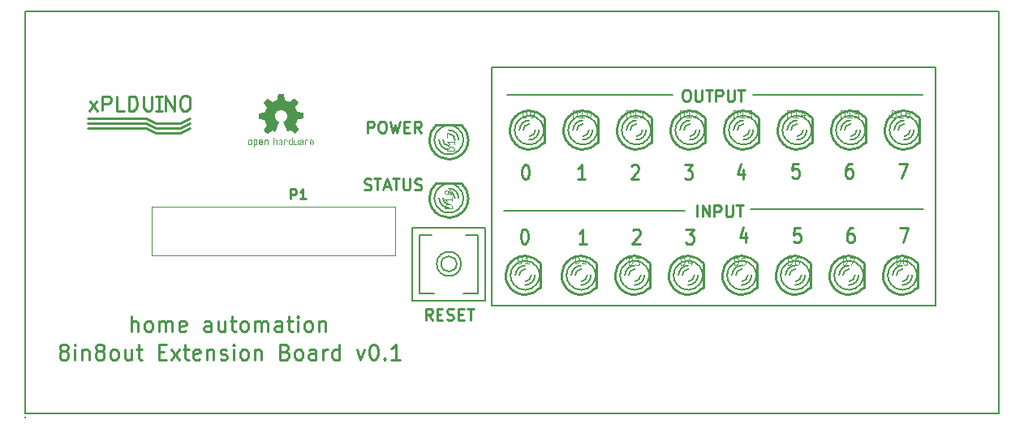
<source format=gto>
G04 (created by PCBNEW (2013-mar-13)-testing) date mer. 23 oct. 2013 21:04:54 CEST*
%MOIN*%
G04 Gerber Fmt 3.4, Leading zero omitted, Abs format*
%FSLAX34Y34*%
G01*
G70*
G90*
G04 APERTURE LIST*
%ADD10C,0.005906*%
%ADD11C,0.007874*%
%ADD12C,0.009843*%
%ADD13C,0.003900*%
%ADD14C,0.010000*%
%ADD15C,0.006000*%
%ADD16C,0.000100*%
%ADD17C,0.010800*%
%ADD18C,0.003500*%
G04 APERTURE END LIST*
G54D10*
G54D11*
X53150Y-41200D02*
X53150Y-31400D01*
X71400Y-31400D02*
X71400Y-41200D01*
X53150Y-31400D02*
X71400Y-31400D01*
G54D10*
X74000Y-29100D02*
X74000Y-45650D01*
X73400Y-29100D02*
X74000Y-29100D01*
X73400Y-45650D02*
X74000Y-45650D01*
G54D11*
X73400Y-29100D02*
X34000Y-29100D01*
X34000Y-45650D02*
X73400Y-45650D01*
X34000Y-29100D02*
X34000Y-45650D01*
G54D10*
X34000Y-29100D02*
X34000Y-45600D01*
X34000Y-29100D02*
X73400Y-29100D01*
X34000Y-45650D02*
X34000Y-45600D01*
X73400Y-45650D02*
X34000Y-45650D01*
G54D12*
X35530Y-43075D02*
X35470Y-43045D01*
X35440Y-43015D01*
X35410Y-42955D01*
X35410Y-42925D01*
X35440Y-42865D01*
X35470Y-42835D01*
X35530Y-42805D01*
X35650Y-42805D01*
X35710Y-42835D01*
X35740Y-42865D01*
X35770Y-42925D01*
X35770Y-42955D01*
X35740Y-43015D01*
X35710Y-43045D01*
X35650Y-43075D01*
X35530Y-43075D01*
X35470Y-43105D01*
X35440Y-43135D01*
X35410Y-43194D01*
X35410Y-43314D01*
X35440Y-43374D01*
X35470Y-43404D01*
X35530Y-43434D01*
X35650Y-43434D01*
X35710Y-43404D01*
X35740Y-43374D01*
X35770Y-43314D01*
X35770Y-43194D01*
X35740Y-43135D01*
X35710Y-43105D01*
X35650Y-43075D01*
X36040Y-43434D02*
X36040Y-43015D01*
X36040Y-42805D02*
X36010Y-42835D01*
X36040Y-42865D01*
X36070Y-42835D01*
X36040Y-42805D01*
X36040Y-42865D01*
X36340Y-43015D02*
X36340Y-43434D01*
X36340Y-43075D02*
X36370Y-43045D01*
X36430Y-43015D01*
X36520Y-43015D01*
X36580Y-43045D01*
X36610Y-43105D01*
X36610Y-43434D01*
X37000Y-43075D02*
X36940Y-43045D01*
X36910Y-43015D01*
X36880Y-42955D01*
X36880Y-42925D01*
X36910Y-42865D01*
X36940Y-42835D01*
X37000Y-42805D01*
X37120Y-42805D01*
X37180Y-42835D01*
X37210Y-42865D01*
X37240Y-42925D01*
X37240Y-42955D01*
X37210Y-43015D01*
X37180Y-43045D01*
X37120Y-43075D01*
X37000Y-43075D01*
X36940Y-43105D01*
X36910Y-43135D01*
X36880Y-43194D01*
X36880Y-43314D01*
X36910Y-43374D01*
X36940Y-43404D01*
X37000Y-43434D01*
X37120Y-43434D01*
X37180Y-43404D01*
X37210Y-43374D01*
X37240Y-43314D01*
X37240Y-43194D01*
X37210Y-43135D01*
X37180Y-43105D01*
X37120Y-43075D01*
X37600Y-43434D02*
X37540Y-43404D01*
X37510Y-43374D01*
X37480Y-43314D01*
X37480Y-43135D01*
X37510Y-43075D01*
X37540Y-43045D01*
X37600Y-43015D01*
X37690Y-43015D01*
X37750Y-43045D01*
X37780Y-43075D01*
X37810Y-43135D01*
X37810Y-43314D01*
X37780Y-43374D01*
X37750Y-43404D01*
X37690Y-43434D01*
X37600Y-43434D01*
X38350Y-43015D02*
X38350Y-43434D01*
X38080Y-43015D02*
X38080Y-43344D01*
X38110Y-43404D01*
X38170Y-43434D01*
X38260Y-43434D01*
X38320Y-43404D01*
X38350Y-43374D01*
X38560Y-43015D02*
X38800Y-43015D01*
X38650Y-42805D02*
X38650Y-43344D01*
X38680Y-43404D01*
X38740Y-43434D01*
X38800Y-43434D01*
X39490Y-43105D02*
X39700Y-43105D01*
X39790Y-43434D02*
X39490Y-43434D01*
X39490Y-42805D01*
X39790Y-42805D01*
X40000Y-43434D02*
X40330Y-43015D01*
X40000Y-43015D02*
X40330Y-43434D01*
X40480Y-43015D02*
X40720Y-43015D01*
X40570Y-42805D02*
X40570Y-43344D01*
X40600Y-43404D01*
X40660Y-43434D01*
X40720Y-43434D01*
X41170Y-43404D02*
X41110Y-43434D01*
X40990Y-43434D01*
X40930Y-43404D01*
X40900Y-43344D01*
X40900Y-43105D01*
X40930Y-43045D01*
X40990Y-43015D01*
X41110Y-43015D01*
X41170Y-43045D01*
X41200Y-43105D01*
X41200Y-43164D01*
X40900Y-43224D01*
X41470Y-43015D02*
X41470Y-43434D01*
X41470Y-43075D02*
X41500Y-43045D01*
X41560Y-43015D01*
X41650Y-43015D01*
X41710Y-43045D01*
X41740Y-43105D01*
X41740Y-43434D01*
X42010Y-43404D02*
X42070Y-43434D01*
X42190Y-43434D01*
X42250Y-43404D01*
X42280Y-43344D01*
X42280Y-43314D01*
X42250Y-43254D01*
X42190Y-43224D01*
X42100Y-43224D01*
X42040Y-43194D01*
X42010Y-43135D01*
X42010Y-43105D01*
X42040Y-43045D01*
X42100Y-43015D01*
X42190Y-43015D01*
X42250Y-43045D01*
X42549Y-43434D02*
X42549Y-43015D01*
X42549Y-42805D02*
X42519Y-42835D01*
X42549Y-42865D01*
X42579Y-42835D01*
X42549Y-42805D01*
X42549Y-42865D01*
X42939Y-43434D02*
X42879Y-43404D01*
X42849Y-43374D01*
X42819Y-43314D01*
X42819Y-43135D01*
X42849Y-43075D01*
X42879Y-43045D01*
X42939Y-43015D01*
X43029Y-43015D01*
X43089Y-43045D01*
X43119Y-43075D01*
X43149Y-43135D01*
X43149Y-43314D01*
X43119Y-43374D01*
X43089Y-43404D01*
X43029Y-43434D01*
X42939Y-43434D01*
X43419Y-43015D02*
X43419Y-43434D01*
X43419Y-43075D02*
X43449Y-43045D01*
X43509Y-43015D01*
X43599Y-43015D01*
X43659Y-43045D01*
X43689Y-43105D01*
X43689Y-43434D01*
X44679Y-43105D02*
X44769Y-43135D01*
X44799Y-43164D01*
X44829Y-43224D01*
X44829Y-43314D01*
X44799Y-43374D01*
X44769Y-43404D01*
X44709Y-43434D01*
X44469Y-43434D01*
X44469Y-42805D01*
X44679Y-42805D01*
X44739Y-42835D01*
X44769Y-42865D01*
X44799Y-42925D01*
X44799Y-42985D01*
X44769Y-43045D01*
X44739Y-43075D01*
X44679Y-43105D01*
X44469Y-43105D01*
X45189Y-43434D02*
X45129Y-43404D01*
X45099Y-43374D01*
X45069Y-43314D01*
X45069Y-43135D01*
X45099Y-43075D01*
X45129Y-43045D01*
X45189Y-43015D01*
X45279Y-43015D01*
X45339Y-43045D01*
X45369Y-43075D01*
X45399Y-43135D01*
X45399Y-43314D01*
X45369Y-43374D01*
X45339Y-43404D01*
X45279Y-43434D01*
X45189Y-43434D01*
X45939Y-43434D02*
X45939Y-43105D01*
X45909Y-43045D01*
X45849Y-43015D01*
X45729Y-43015D01*
X45669Y-43045D01*
X45939Y-43404D02*
X45879Y-43434D01*
X45729Y-43434D01*
X45669Y-43404D01*
X45639Y-43344D01*
X45639Y-43284D01*
X45669Y-43224D01*
X45729Y-43194D01*
X45879Y-43194D01*
X45939Y-43164D01*
X46239Y-43434D02*
X46239Y-43015D01*
X46239Y-43135D02*
X46269Y-43075D01*
X46299Y-43045D01*
X46359Y-43015D01*
X46419Y-43015D01*
X46899Y-43434D02*
X46899Y-42805D01*
X46899Y-43404D02*
X46839Y-43434D01*
X46719Y-43434D01*
X46659Y-43404D01*
X46629Y-43374D01*
X46599Y-43314D01*
X46599Y-43135D01*
X46629Y-43075D01*
X46659Y-43045D01*
X46719Y-43015D01*
X46839Y-43015D01*
X46899Y-43045D01*
X47619Y-43015D02*
X47769Y-43434D01*
X47919Y-43015D01*
X48279Y-42805D02*
X48339Y-42805D01*
X48399Y-42835D01*
X48429Y-42865D01*
X48459Y-42925D01*
X48489Y-43045D01*
X48489Y-43194D01*
X48459Y-43314D01*
X48429Y-43374D01*
X48399Y-43404D01*
X48339Y-43434D01*
X48279Y-43434D01*
X48219Y-43404D01*
X48189Y-43374D01*
X48159Y-43314D01*
X48129Y-43194D01*
X48129Y-43045D01*
X48159Y-42925D01*
X48189Y-42865D01*
X48219Y-42835D01*
X48279Y-42805D01*
X48759Y-43374D02*
X48789Y-43404D01*
X48759Y-43434D01*
X48729Y-43404D01*
X48759Y-43374D01*
X48759Y-43434D01*
X49389Y-43434D02*
X49029Y-43434D01*
X49209Y-43434D02*
X49209Y-42805D01*
X49149Y-42895D01*
X49089Y-42955D01*
X49029Y-42985D01*
G54D11*
X63800Y-37250D02*
X70900Y-37250D01*
X53650Y-37300D02*
X61100Y-37300D01*
X55600Y-41200D02*
X53150Y-41200D01*
X71400Y-41200D02*
X70950Y-41200D01*
X63900Y-32550D02*
X70850Y-32550D01*
X53800Y-32550D02*
X60600Y-32550D01*
G54D12*
X38360Y-42284D02*
X38360Y-41655D01*
X38630Y-42284D02*
X38630Y-41955D01*
X38600Y-41895D01*
X38540Y-41865D01*
X38450Y-41865D01*
X38390Y-41895D01*
X38360Y-41925D01*
X39020Y-42284D02*
X38960Y-42254D01*
X38930Y-42224D01*
X38900Y-42164D01*
X38900Y-41985D01*
X38930Y-41925D01*
X38960Y-41895D01*
X39020Y-41865D01*
X39110Y-41865D01*
X39170Y-41895D01*
X39200Y-41925D01*
X39230Y-41985D01*
X39230Y-42164D01*
X39200Y-42224D01*
X39170Y-42254D01*
X39110Y-42284D01*
X39020Y-42284D01*
X39500Y-42284D02*
X39500Y-41865D01*
X39500Y-41925D02*
X39530Y-41895D01*
X39590Y-41865D01*
X39680Y-41865D01*
X39740Y-41895D01*
X39770Y-41955D01*
X39770Y-42284D01*
X39770Y-41955D02*
X39800Y-41895D01*
X39860Y-41865D01*
X39950Y-41865D01*
X40010Y-41895D01*
X40040Y-41955D01*
X40040Y-42284D01*
X40580Y-42254D02*
X40520Y-42284D01*
X40400Y-42284D01*
X40340Y-42254D01*
X40310Y-42194D01*
X40310Y-41955D01*
X40340Y-41895D01*
X40400Y-41865D01*
X40520Y-41865D01*
X40580Y-41895D01*
X40610Y-41955D01*
X40610Y-42014D01*
X40310Y-42074D01*
X41630Y-42284D02*
X41630Y-41955D01*
X41600Y-41895D01*
X41540Y-41865D01*
X41420Y-41865D01*
X41360Y-41895D01*
X41630Y-42254D02*
X41570Y-42284D01*
X41420Y-42284D01*
X41360Y-42254D01*
X41330Y-42194D01*
X41330Y-42134D01*
X41360Y-42074D01*
X41420Y-42044D01*
X41570Y-42044D01*
X41630Y-42014D01*
X42200Y-41865D02*
X42200Y-42284D01*
X41930Y-41865D02*
X41930Y-42194D01*
X41960Y-42254D01*
X42020Y-42284D01*
X42110Y-42284D01*
X42170Y-42254D01*
X42200Y-42224D01*
X42409Y-41865D02*
X42649Y-41865D01*
X42499Y-41655D02*
X42499Y-42194D01*
X42529Y-42254D01*
X42589Y-42284D01*
X42649Y-42284D01*
X42949Y-42284D02*
X42889Y-42254D01*
X42859Y-42224D01*
X42829Y-42164D01*
X42829Y-41985D01*
X42859Y-41925D01*
X42889Y-41895D01*
X42949Y-41865D01*
X43039Y-41865D01*
X43099Y-41895D01*
X43129Y-41925D01*
X43159Y-41985D01*
X43159Y-42164D01*
X43129Y-42224D01*
X43099Y-42254D01*
X43039Y-42284D01*
X42949Y-42284D01*
X43429Y-42284D02*
X43429Y-41865D01*
X43429Y-41925D02*
X43459Y-41895D01*
X43519Y-41865D01*
X43609Y-41865D01*
X43669Y-41895D01*
X43699Y-41955D01*
X43699Y-42284D01*
X43699Y-41955D02*
X43729Y-41895D01*
X43789Y-41865D01*
X43879Y-41865D01*
X43939Y-41895D01*
X43969Y-41955D01*
X43969Y-42284D01*
X44539Y-42284D02*
X44539Y-41955D01*
X44509Y-41895D01*
X44449Y-41865D01*
X44329Y-41865D01*
X44269Y-41895D01*
X44539Y-42254D02*
X44479Y-42284D01*
X44329Y-42284D01*
X44269Y-42254D01*
X44239Y-42194D01*
X44239Y-42134D01*
X44269Y-42074D01*
X44329Y-42044D01*
X44479Y-42044D01*
X44539Y-42014D01*
X44749Y-41865D02*
X44989Y-41865D01*
X44839Y-41655D02*
X44839Y-42194D01*
X44869Y-42254D01*
X44929Y-42284D01*
X44989Y-42284D01*
X45199Y-42284D02*
X45199Y-41865D01*
X45199Y-41655D02*
X45169Y-41685D01*
X45199Y-41715D01*
X45229Y-41685D01*
X45199Y-41655D01*
X45199Y-41715D01*
X45589Y-42284D02*
X45529Y-42254D01*
X45499Y-42224D01*
X45469Y-42164D01*
X45469Y-41985D01*
X45499Y-41925D01*
X45529Y-41895D01*
X45589Y-41865D01*
X45679Y-41865D01*
X45739Y-41895D01*
X45769Y-41925D01*
X45799Y-41985D01*
X45799Y-42164D01*
X45769Y-42224D01*
X45739Y-42254D01*
X45679Y-42284D01*
X45589Y-42284D01*
X46069Y-41865D02*
X46069Y-42284D01*
X46069Y-41925D02*
X46099Y-41895D01*
X46159Y-41865D01*
X46249Y-41865D01*
X46309Y-41895D01*
X46339Y-41955D01*
X46339Y-42284D01*
X48058Y-34113D02*
X48058Y-33641D01*
X48238Y-33641D01*
X48283Y-33663D01*
X48306Y-33686D01*
X48328Y-33731D01*
X48328Y-33798D01*
X48306Y-33843D01*
X48283Y-33866D01*
X48238Y-33888D01*
X48058Y-33888D01*
X48621Y-33641D02*
X48711Y-33641D01*
X48756Y-33663D01*
X48801Y-33708D01*
X48823Y-33798D01*
X48823Y-33956D01*
X48801Y-34046D01*
X48756Y-34091D01*
X48711Y-34113D01*
X48621Y-34113D01*
X48576Y-34091D01*
X48531Y-34046D01*
X48508Y-33956D01*
X48508Y-33798D01*
X48531Y-33708D01*
X48576Y-33663D01*
X48621Y-33641D01*
X48981Y-33641D02*
X49093Y-34113D01*
X49183Y-33776D01*
X49273Y-34113D01*
X49386Y-33641D01*
X49566Y-33866D02*
X49723Y-33866D01*
X49791Y-34113D02*
X49566Y-34113D01*
X49566Y-33641D01*
X49791Y-33641D01*
X50263Y-34113D02*
X50106Y-33888D01*
X49993Y-34113D02*
X49993Y-33641D01*
X50173Y-33641D01*
X50218Y-33663D01*
X50241Y-33686D01*
X50263Y-33731D01*
X50263Y-33798D01*
X50241Y-33843D01*
X50218Y-33866D01*
X50173Y-33888D01*
X49993Y-33888D01*
X47930Y-36441D02*
X47997Y-36463D01*
X48110Y-36463D01*
X48155Y-36441D01*
X48177Y-36418D01*
X48200Y-36373D01*
X48200Y-36328D01*
X48177Y-36283D01*
X48155Y-36261D01*
X48110Y-36238D01*
X48020Y-36216D01*
X47975Y-36193D01*
X47952Y-36171D01*
X47930Y-36126D01*
X47930Y-36081D01*
X47952Y-36036D01*
X47975Y-36013D01*
X48020Y-35991D01*
X48132Y-35991D01*
X48200Y-36013D01*
X48335Y-35991D02*
X48605Y-35991D01*
X48470Y-36463D02*
X48470Y-35991D01*
X48740Y-36328D02*
X48965Y-36328D01*
X48695Y-36463D02*
X48852Y-35991D01*
X49010Y-36463D01*
X49100Y-35991D02*
X49369Y-35991D01*
X49234Y-36463D02*
X49234Y-35991D01*
X49527Y-35991D02*
X49527Y-36373D01*
X49549Y-36418D01*
X49572Y-36441D01*
X49617Y-36463D01*
X49707Y-36463D01*
X49752Y-36441D01*
X49774Y-36418D01*
X49797Y-36373D01*
X49797Y-35991D01*
X49999Y-36441D02*
X50067Y-36463D01*
X50179Y-36463D01*
X50224Y-36441D01*
X50247Y-36418D01*
X50269Y-36373D01*
X50269Y-36328D01*
X50247Y-36283D01*
X50224Y-36261D01*
X50179Y-36238D01*
X50089Y-36216D01*
X50044Y-36193D01*
X50022Y-36171D01*
X49999Y-36126D01*
X49999Y-36081D01*
X50022Y-36036D01*
X50044Y-36013D01*
X50089Y-35991D01*
X50202Y-35991D01*
X50269Y-36013D01*
X50713Y-41813D02*
X50556Y-41588D01*
X50443Y-41813D02*
X50443Y-41341D01*
X50623Y-41341D01*
X50668Y-41363D01*
X50691Y-41386D01*
X50713Y-41431D01*
X50713Y-41498D01*
X50691Y-41543D01*
X50668Y-41566D01*
X50623Y-41588D01*
X50443Y-41588D01*
X50916Y-41566D02*
X51073Y-41566D01*
X51141Y-41813D02*
X50916Y-41813D01*
X50916Y-41341D01*
X51141Y-41341D01*
X51321Y-41791D02*
X51388Y-41813D01*
X51501Y-41813D01*
X51546Y-41791D01*
X51568Y-41768D01*
X51591Y-41723D01*
X51591Y-41678D01*
X51568Y-41633D01*
X51546Y-41611D01*
X51501Y-41588D01*
X51411Y-41566D01*
X51366Y-41543D01*
X51343Y-41521D01*
X51321Y-41476D01*
X51321Y-41431D01*
X51343Y-41386D01*
X51366Y-41363D01*
X51411Y-41341D01*
X51523Y-41341D01*
X51591Y-41363D01*
X51793Y-41566D02*
X51951Y-41566D01*
X52018Y-41813D02*
X51793Y-41813D01*
X51793Y-41341D01*
X52018Y-41341D01*
X52153Y-41341D02*
X52423Y-41341D01*
X52288Y-41813D02*
X52288Y-41341D01*
G54D11*
X71050Y-41200D02*
X55550Y-41200D01*
G54D12*
X61588Y-37563D02*
X61588Y-37091D01*
X61813Y-37563D02*
X61813Y-37091D01*
X62083Y-37563D01*
X62083Y-37091D01*
X62308Y-37563D02*
X62308Y-37091D01*
X62488Y-37091D01*
X62533Y-37113D01*
X62556Y-37136D01*
X62578Y-37181D01*
X62578Y-37248D01*
X62556Y-37293D01*
X62533Y-37316D01*
X62488Y-37338D01*
X62308Y-37338D01*
X62781Y-37091D02*
X62781Y-37473D01*
X62803Y-37518D01*
X62826Y-37541D01*
X62871Y-37563D01*
X62961Y-37563D01*
X63006Y-37541D01*
X63028Y-37518D01*
X63051Y-37473D01*
X63051Y-37091D01*
X63208Y-37091D02*
X63478Y-37091D01*
X63343Y-37563D02*
X63343Y-37091D01*
X54476Y-38067D02*
X54523Y-38067D01*
X54571Y-38096D01*
X54595Y-38125D01*
X54619Y-38183D01*
X54642Y-38298D01*
X54642Y-38443D01*
X54619Y-38558D01*
X54595Y-38616D01*
X54571Y-38645D01*
X54523Y-38674D01*
X54476Y-38674D01*
X54428Y-38645D01*
X54404Y-38616D01*
X54380Y-38558D01*
X54357Y-38443D01*
X54357Y-38298D01*
X54380Y-38183D01*
X54404Y-38125D01*
X54428Y-38096D01*
X54476Y-38067D01*
X57042Y-38674D02*
X56757Y-38674D01*
X56900Y-38674D02*
X56900Y-38067D01*
X56852Y-38154D01*
X56804Y-38212D01*
X56757Y-38241D01*
X58957Y-38125D02*
X58980Y-38096D01*
X59028Y-38067D01*
X59147Y-38067D01*
X59195Y-38096D01*
X59219Y-38125D01*
X59242Y-38183D01*
X59242Y-38241D01*
X59219Y-38327D01*
X58933Y-38674D01*
X59242Y-38674D01*
X61133Y-38067D02*
X61442Y-38067D01*
X61276Y-38298D01*
X61347Y-38298D01*
X61395Y-38327D01*
X61419Y-38356D01*
X61442Y-38414D01*
X61442Y-38558D01*
X61419Y-38616D01*
X61395Y-38645D01*
X61347Y-38674D01*
X61204Y-38674D01*
X61157Y-38645D01*
X61133Y-38616D01*
X69933Y-38017D02*
X70266Y-38017D01*
X70052Y-38624D01*
X67995Y-38017D02*
X67900Y-38017D01*
X67852Y-38046D01*
X67828Y-38075D01*
X67780Y-38162D01*
X67757Y-38277D01*
X67757Y-38508D01*
X67780Y-38566D01*
X67804Y-38595D01*
X67852Y-38624D01*
X67947Y-38624D01*
X67995Y-38595D01*
X68019Y-38566D01*
X68042Y-38508D01*
X68042Y-38364D01*
X68019Y-38306D01*
X67995Y-38277D01*
X67947Y-38248D01*
X67852Y-38248D01*
X67804Y-38277D01*
X67780Y-38306D01*
X67757Y-38364D01*
X65819Y-38017D02*
X65580Y-38017D01*
X65557Y-38306D01*
X65580Y-38277D01*
X65628Y-38248D01*
X65747Y-38248D01*
X65795Y-38277D01*
X65819Y-38306D01*
X65842Y-38364D01*
X65842Y-38508D01*
X65819Y-38566D01*
X65795Y-38595D01*
X65747Y-38624D01*
X65628Y-38624D01*
X65580Y-38595D01*
X65557Y-38566D01*
X63595Y-38220D02*
X63595Y-38624D01*
X63476Y-37989D02*
X63357Y-38422D01*
X63666Y-38422D01*
X63495Y-35620D02*
X63495Y-36024D01*
X63376Y-35389D02*
X63257Y-35822D01*
X63566Y-35822D01*
X65769Y-35367D02*
X65530Y-35367D01*
X65507Y-35656D01*
X65530Y-35627D01*
X65578Y-35598D01*
X65697Y-35598D01*
X65745Y-35627D01*
X65769Y-35656D01*
X65792Y-35714D01*
X65792Y-35858D01*
X65769Y-35916D01*
X65745Y-35945D01*
X65697Y-35974D01*
X65578Y-35974D01*
X65530Y-35945D01*
X65507Y-35916D01*
X67945Y-35367D02*
X67850Y-35367D01*
X67802Y-35396D01*
X67778Y-35425D01*
X67730Y-35512D01*
X67707Y-35627D01*
X67707Y-35858D01*
X67730Y-35916D01*
X67754Y-35945D01*
X67802Y-35974D01*
X67897Y-35974D01*
X67945Y-35945D01*
X67969Y-35916D01*
X67992Y-35858D01*
X67992Y-35714D01*
X67969Y-35656D01*
X67945Y-35627D01*
X67897Y-35598D01*
X67802Y-35598D01*
X67754Y-35627D01*
X67730Y-35656D01*
X67707Y-35714D01*
X69883Y-35367D02*
X70216Y-35367D01*
X70002Y-35974D01*
X61083Y-35417D02*
X61392Y-35417D01*
X61226Y-35648D01*
X61297Y-35648D01*
X61345Y-35677D01*
X61369Y-35706D01*
X61392Y-35764D01*
X61392Y-35908D01*
X61369Y-35966D01*
X61345Y-35995D01*
X61297Y-36024D01*
X61154Y-36024D01*
X61107Y-35995D01*
X61083Y-35966D01*
X58907Y-35475D02*
X58930Y-35446D01*
X58978Y-35417D01*
X59097Y-35417D01*
X59145Y-35446D01*
X59169Y-35475D01*
X59192Y-35533D01*
X59192Y-35591D01*
X59169Y-35677D01*
X58883Y-36024D01*
X59192Y-36024D01*
X56992Y-36024D02*
X56707Y-36024D01*
X56850Y-36024D02*
X56850Y-35417D01*
X56802Y-35504D01*
X56754Y-35562D01*
X56707Y-35591D01*
X54526Y-35417D02*
X54573Y-35417D01*
X54621Y-35446D01*
X54645Y-35475D01*
X54669Y-35533D01*
X54692Y-35648D01*
X54692Y-35793D01*
X54669Y-35908D01*
X54645Y-35966D01*
X54621Y-35995D01*
X54573Y-36024D01*
X54526Y-36024D01*
X54478Y-35995D01*
X54454Y-35966D01*
X54430Y-35908D01*
X54407Y-35793D01*
X54407Y-35648D01*
X54430Y-35533D01*
X54454Y-35475D01*
X54478Y-35446D01*
X54526Y-35417D01*
X61113Y-32341D02*
X61203Y-32341D01*
X61248Y-32363D01*
X61293Y-32408D01*
X61316Y-32498D01*
X61316Y-32656D01*
X61293Y-32746D01*
X61248Y-32791D01*
X61203Y-32813D01*
X61113Y-32813D01*
X61068Y-32791D01*
X61023Y-32746D01*
X61001Y-32656D01*
X61001Y-32498D01*
X61023Y-32408D01*
X61068Y-32363D01*
X61113Y-32341D01*
X61518Y-32341D02*
X61518Y-32723D01*
X61541Y-32768D01*
X61563Y-32791D01*
X61608Y-32813D01*
X61698Y-32813D01*
X61743Y-32791D01*
X61766Y-32768D01*
X61788Y-32723D01*
X61788Y-32341D01*
X61946Y-32341D02*
X62216Y-32341D01*
X62081Y-32813D02*
X62081Y-32341D01*
X62373Y-32813D02*
X62373Y-32341D01*
X62553Y-32341D01*
X62598Y-32363D01*
X62621Y-32386D01*
X62643Y-32431D01*
X62643Y-32498D01*
X62621Y-32543D01*
X62598Y-32566D01*
X62553Y-32588D01*
X62373Y-32588D01*
X62846Y-32341D02*
X62846Y-32723D01*
X62868Y-32768D01*
X62891Y-32791D01*
X62936Y-32813D01*
X63026Y-32813D01*
X63071Y-32791D01*
X63093Y-32768D01*
X63116Y-32723D01*
X63116Y-32341D01*
X63273Y-32341D02*
X63543Y-32341D01*
X63408Y-32813D02*
X63408Y-32341D01*
G54D10*
X34000Y-45800D02*
G75*
G03X34000Y-45800I0J0D01*
G74*
G01*
X33999Y-45800D02*
X34000Y-45800D01*
X34000Y-45799D02*
X34000Y-45800D01*
G54D13*
X39200Y-39150D02*
X49200Y-39150D01*
X39200Y-37150D02*
X49200Y-37150D01*
X39200Y-37150D02*
X39200Y-39150D01*
X49200Y-39150D02*
X49200Y-37150D01*
G54D14*
X68450Y-40470D02*
X68450Y-39470D01*
G54D15*
X67369Y-39585D02*
G75*
G03X67230Y-39970I460J-384D01*
G74*
G01*
X67230Y-39970D02*
G75*
G03X67382Y-40368I599J0D01*
G74*
G01*
X68429Y-39969D02*
G75*
G03X68285Y-39580I-599J0D01*
G74*
G01*
X68290Y-40354D02*
G75*
G03X68430Y-39970I-460J384D01*
G74*
G01*
X68317Y-39620D02*
G75*
G03X67830Y-39370I-487J-349D01*
G74*
G01*
X67829Y-39370D02*
G75*
G03X67350Y-39610I0J-600D01*
G74*
G01*
X67830Y-40569D02*
G75*
G03X68303Y-40338I0J599D01*
G74*
G01*
X67356Y-40338D02*
G75*
G03X67830Y-40570I473J368D01*
G74*
G01*
X67830Y-39720D02*
G75*
G03X67580Y-39970I0J-250D01*
G74*
G01*
X67830Y-39570D02*
G75*
G03X67430Y-39970I0J-400D01*
G74*
G01*
X67830Y-40220D02*
G75*
G03X68080Y-39970I0J250D01*
G74*
G01*
X67830Y-40370D02*
G75*
G03X68230Y-39970I0J400D01*
G74*
G01*
G54D14*
X68443Y-39456D02*
G75*
G03X67830Y-39170I-613J-513D01*
G74*
G01*
X67829Y-39171D02*
G75*
G03X67125Y-39594I0J-799D01*
G74*
G01*
X67831Y-40768D02*
G75*
G03X68440Y-40486I-1J798D01*
G74*
G01*
X67135Y-40367D02*
G75*
G03X67830Y-40770I694J397D01*
G74*
G01*
X67125Y-39590D02*
G75*
G03X67030Y-39970I704J-379D01*
G74*
G01*
X67030Y-39970D02*
G75*
G03X67149Y-40389I799J0D01*
G74*
G01*
X55150Y-40470D02*
X55150Y-39470D01*
G54D15*
X54069Y-39585D02*
G75*
G03X53930Y-39970I460J-384D01*
G74*
G01*
X53930Y-39970D02*
G75*
G03X54082Y-40368I599J0D01*
G74*
G01*
X55129Y-39969D02*
G75*
G03X54985Y-39580I-599J0D01*
G74*
G01*
X54990Y-40354D02*
G75*
G03X55130Y-39970I-460J384D01*
G74*
G01*
X55017Y-39620D02*
G75*
G03X54530Y-39370I-487J-349D01*
G74*
G01*
X54529Y-39370D02*
G75*
G03X54050Y-39610I0J-600D01*
G74*
G01*
X54530Y-40569D02*
G75*
G03X55003Y-40338I0J599D01*
G74*
G01*
X54056Y-40338D02*
G75*
G03X54530Y-40570I473J368D01*
G74*
G01*
X54530Y-39720D02*
G75*
G03X54280Y-39970I0J-250D01*
G74*
G01*
X54530Y-39570D02*
G75*
G03X54130Y-39970I0J-400D01*
G74*
G01*
X54530Y-40220D02*
G75*
G03X54780Y-39970I0J250D01*
G74*
G01*
X54530Y-40370D02*
G75*
G03X54930Y-39970I0J400D01*
G74*
G01*
G54D14*
X55143Y-39456D02*
G75*
G03X54530Y-39170I-613J-513D01*
G74*
G01*
X54529Y-39171D02*
G75*
G03X53825Y-39594I0J-799D01*
G74*
G01*
X54531Y-40768D02*
G75*
G03X55140Y-40486I-1J798D01*
G74*
G01*
X53835Y-40367D02*
G75*
G03X54530Y-40770I694J397D01*
G74*
G01*
X53825Y-39590D02*
G75*
G03X53730Y-39970I704J-379D01*
G74*
G01*
X53730Y-39970D02*
G75*
G03X53849Y-40389I799J0D01*
G74*
G01*
X57450Y-40470D02*
X57450Y-39470D01*
G54D15*
X56369Y-39585D02*
G75*
G03X56230Y-39970I460J-384D01*
G74*
G01*
X56230Y-39970D02*
G75*
G03X56382Y-40368I599J0D01*
G74*
G01*
X57429Y-39969D02*
G75*
G03X57285Y-39580I-599J0D01*
G74*
G01*
X57290Y-40354D02*
G75*
G03X57430Y-39970I-460J384D01*
G74*
G01*
X57317Y-39620D02*
G75*
G03X56830Y-39370I-487J-349D01*
G74*
G01*
X56829Y-39370D02*
G75*
G03X56350Y-39610I0J-600D01*
G74*
G01*
X56830Y-40569D02*
G75*
G03X57303Y-40338I0J599D01*
G74*
G01*
X56356Y-40338D02*
G75*
G03X56830Y-40570I473J368D01*
G74*
G01*
X56830Y-39720D02*
G75*
G03X56580Y-39970I0J-250D01*
G74*
G01*
X56830Y-39570D02*
G75*
G03X56430Y-39970I0J-400D01*
G74*
G01*
X56830Y-40220D02*
G75*
G03X57080Y-39970I0J250D01*
G74*
G01*
X56830Y-40370D02*
G75*
G03X57230Y-39970I0J400D01*
G74*
G01*
G54D14*
X57443Y-39456D02*
G75*
G03X56830Y-39170I-613J-513D01*
G74*
G01*
X56829Y-39171D02*
G75*
G03X56125Y-39594I0J-799D01*
G74*
G01*
X56831Y-40768D02*
G75*
G03X57440Y-40486I-1J798D01*
G74*
G01*
X56135Y-40367D02*
G75*
G03X56830Y-40770I694J397D01*
G74*
G01*
X56125Y-39590D02*
G75*
G03X56030Y-39970I704J-379D01*
G74*
G01*
X56030Y-39970D02*
G75*
G03X56149Y-40389I799J0D01*
G74*
G01*
X51900Y-36180D02*
X50900Y-36180D01*
G54D15*
X51015Y-37260D02*
G75*
G03X51400Y-37400I384J460D01*
G74*
G01*
X51400Y-37399D02*
G75*
G03X51798Y-37248I0J599D01*
G74*
G01*
X51399Y-36200D02*
G75*
G03X51010Y-36345I0J-599D01*
G74*
G01*
X51784Y-36339D02*
G75*
G03X51400Y-36200I-384J-460D01*
G74*
G01*
X51050Y-36312D02*
G75*
G03X50800Y-36800I349J-487D01*
G74*
G01*
X50800Y-36800D02*
G75*
G03X51040Y-37280I600J0D01*
G74*
G01*
X51999Y-36799D02*
G75*
G03X51768Y-36327I-599J0D01*
G74*
G01*
X51768Y-37273D02*
G75*
G03X52000Y-36800I-368J473D01*
G74*
G01*
X51150Y-36800D02*
G75*
G03X51400Y-37050I250J0D01*
G74*
G01*
X51000Y-36800D02*
G75*
G03X51400Y-37200I400J0D01*
G74*
G01*
X51650Y-36800D02*
G75*
G03X51400Y-36550I-250J0D01*
G74*
G01*
X51800Y-36800D02*
G75*
G03X51400Y-36400I-400J0D01*
G74*
G01*
G54D14*
X50886Y-36186D02*
G75*
G03X50600Y-36800I513J-613D01*
G74*
G01*
X50601Y-36800D02*
G75*
G03X51024Y-37505I799J0D01*
G74*
G01*
X52198Y-36798D02*
G75*
G03X51916Y-36190I-798J-1D01*
G74*
G01*
X51797Y-37494D02*
G75*
G03X52200Y-36800I-397J694D01*
G74*
G01*
X51020Y-37504D02*
G75*
G03X51400Y-37600I379J704D01*
G74*
G01*
X51400Y-37599D02*
G75*
G03X51819Y-37481I0J799D01*
G74*
G01*
X59650Y-40470D02*
X59650Y-39470D01*
G54D15*
X58569Y-39585D02*
G75*
G03X58430Y-39970I460J-384D01*
G74*
G01*
X58430Y-39970D02*
G75*
G03X58582Y-40368I599J0D01*
G74*
G01*
X59629Y-39969D02*
G75*
G03X59485Y-39580I-599J0D01*
G74*
G01*
X59490Y-40354D02*
G75*
G03X59630Y-39970I-460J384D01*
G74*
G01*
X59517Y-39620D02*
G75*
G03X59030Y-39370I-487J-349D01*
G74*
G01*
X59029Y-39370D02*
G75*
G03X58550Y-39610I0J-600D01*
G74*
G01*
X59030Y-40569D02*
G75*
G03X59503Y-40338I0J599D01*
G74*
G01*
X58556Y-40338D02*
G75*
G03X59030Y-40570I473J368D01*
G74*
G01*
X59030Y-39720D02*
G75*
G03X58780Y-39970I0J-250D01*
G74*
G01*
X59030Y-39570D02*
G75*
G03X58630Y-39970I0J-400D01*
G74*
G01*
X59030Y-40220D02*
G75*
G03X59280Y-39970I0J250D01*
G74*
G01*
X59030Y-40370D02*
G75*
G03X59430Y-39970I0J400D01*
G74*
G01*
G54D14*
X59643Y-39456D02*
G75*
G03X59030Y-39170I-613J-513D01*
G74*
G01*
X59029Y-39171D02*
G75*
G03X58325Y-39594I0J-799D01*
G74*
G01*
X59031Y-40768D02*
G75*
G03X59640Y-40486I-1J798D01*
G74*
G01*
X58335Y-40367D02*
G75*
G03X59030Y-40770I694J397D01*
G74*
G01*
X58325Y-39590D02*
G75*
G03X58230Y-39970I704J-379D01*
G74*
G01*
X58230Y-39970D02*
G75*
G03X58349Y-40389I799J0D01*
G74*
G01*
X51900Y-33780D02*
X50900Y-33780D01*
G54D15*
X51015Y-34860D02*
G75*
G03X51400Y-35000I384J460D01*
G74*
G01*
X51400Y-34999D02*
G75*
G03X51798Y-34848I0J599D01*
G74*
G01*
X51399Y-33800D02*
G75*
G03X51010Y-33945I0J-599D01*
G74*
G01*
X51784Y-33939D02*
G75*
G03X51400Y-33800I-384J-460D01*
G74*
G01*
X51050Y-33912D02*
G75*
G03X50800Y-34400I349J-487D01*
G74*
G01*
X50800Y-34400D02*
G75*
G03X51040Y-34880I600J0D01*
G74*
G01*
X51999Y-34399D02*
G75*
G03X51768Y-33927I-599J0D01*
G74*
G01*
X51768Y-34873D02*
G75*
G03X52000Y-34400I-368J473D01*
G74*
G01*
X51150Y-34400D02*
G75*
G03X51400Y-34650I250J0D01*
G74*
G01*
X51000Y-34400D02*
G75*
G03X51400Y-34800I400J0D01*
G74*
G01*
X51650Y-34400D02*
G75*
G03X51400Y-34150I-250J0D01*
G74*
G01*
X51800Y-34400D02*
G75*
G03X51400Y-34000I-400J0D01*
G74*
G01*
G54D14*
X50886Y-33786D02*
G75*
G03X50600Y-34400I513J-613D01*
G74*
G01*
X50601Y-34400D02*
G75*
G03X51024Y-35105I799J0D01*
G74*
G01*
X52198Y-34398D02*
G75*
G03X51916Y-33790I-798J-1D01*
G74*
G01*
X51797Y-35094D02*
G75*
G03X52200Y-34400I-397J694D01*
G74*
G01*
X51020Y-35104D02*
G75*
G03X51400Y-35200I379J704D01*
G74*
G01*
X51400Y-35199D02*
G75*
G03X51819Y-35081I0J799D01*
G74*
G01*
X61850Y-40470D02*
X61850Y-39470D01*
G54D15*
X60769Y-39585D02*
G75*
G03X60630Y-39970I460J-384D01*
G74*
G01*
X60630Y-39970D02*
G75*
G03X60782Y-40368I599J0D01*
G74*
G01*
X61829Y-39969D02*
G75*
G03X61685Y-39580I-599J0D01*
G74*
G01*
X61690Y-40354D02*
G75*
G03X61830Y-39970I-460J384D01*
G74*
G01*
X61717Y-39620D02*
G75*
G03X61230Y-39370I-487J-349D01*
G74*
G01*
X61229Y-39370D02*
G75*
G03X60750Y-39610I0J-600D01*
G74*
G01*
X61230Y-40569D02*
G75*
G03X61703Y-40338I0J599D01*
G74*
G01*
X60756Y-40338D02*
G75*
G03X61230Y-40570I473J368D01*
G74*
G01*
X61230Y-39720D02*
G75*
G03X60980Y-39970I0J-250D01*
G74*
G01*
X61230Y-39570D02*
G75*
G03X60830Y-39970I0J-400D01*
G74*
G01*
X61230Y-40220D02*
G75*
G03X61480Y-39970I0J250D01*
G74*
G01*
X61230Y-40370D02*
G75*
G03X61630Y-39970I0J400D01*
G74*
G01*
G54D14*
X61843Y-39456D02*
G75*
G03X61230Y-39170I-613J-513D01*
G74*
G01*
X61229Y-39171D02*
G75*
G03X60525Y-39594I0J-799D01*
G74*
G01*
X61231Y-40768D02*
G75*
G03X61840Y-40486I-1J798D01*
G74*
G01*
X60535Y-40367D02*
G75*
G03X61230Y-40770I694J397D01*
G74*
G01*
X60525Y-39590D02*
G75*
G03X60430Y-39970I704J-379D01*
G74*
G01*
X60430Y-39970D02*
G75*
G03X60549Y-40389I799J0D01*
G74*
G01*
X64050Y-40470D02*
X64050Y-39470D01*
G54D15*
X62969Y-39585D02*
G75*
G03X62830Y-39970I460J-384D01*
G74*
G01*
X62830Y-39970D02*
G75*
G03X62982Y-40368I599J0D01*
G74*
G01*
X64029Y-39969D02*
G75*
G03X63885Y-39580I-599J0D01*
G74*
G01*
X63890Y-40354D02*
G75*
G03X64030Y-39970I-460J384D01*
G74*
G01*
X63917Y-39620D02*
G75*
G03X63430Y-39370I-487J-349D01*
G74*
G01*
X63429Y-39370D02*
G75*
G03X62950Y-39610I0J-600D01*
G74*
G01*
X63430Y-40569D02*
G75*
G03X63903Y-40338I0J599D01*
G74*
G01*
X62956Y-40338D02*
G75*
G03X63430Y-40570I473J368D01*
G74*
G01*
X63430Y-39720D02*
G75*
G03X63180Y-39970I0J-250D01*
G74*
G01*
X63430Y-39570D02*
G75*
G03X63030Y-39970I0J-400D01*
G74*
G01*
X63430Y-40220D02*
G75*
G03X63680Y-39970I0J250D01*
G74*
G01*
X63430Y-40370D02*
G75*
G03X63830Y-39970I0J400D01*
G74*
G01*
G54D14*
X64043Y-39456D02*
G75*
G03X63430Y-39170I-613J-513D01*
G74*
G01*
X63429Y-39171D02*
G75*
G03X62725Y-39594I0J-799D01*
G74*
G01*
X63431Y-40768D02*
G75*
G03X64040Y-40486I-1J798D01*
G74*
G01*
X62735Y-40367D02*
G75*
G03X63430Y-40770I694J397D01*
G74*
G01*
X62725Y-39590D02*
G75*
G03X62630Y-39970I704J-379D01*
G74*
G01*
X62630Y-39970D02*
G75*
G03X62749Y-40389I799J0D01*
G74*
G01*
X66250Y-40470D02*
X66250Y-39470D01*
G54D15*
X65169Y-39585D02*
G75*
G03X65030Y-39970I460J-384D01*
G74*
G01*
X65030Y-39970D02*
G75*
G03X65182Y-40368I599J0D01*
G74*
G01*
X66229Y-39969D02*
G75*
G03X66085Y-39580I-599J0D01*
G74*
G01*
X66090Y-40354D02*
G75*
G03X66230Y-39970I-460J384D01*
G74*
G01*
X66117Y-39620D02*
G75*
G03X65630Y-39370I-487J-349D01*
G74*
G01*
X65629Y-39370D02*
G75*
G03X65150Y-39610I0J-600D01*
G74*
G01*
X65630Y-40569D02*
G75*
G03X66103Y-40338I0J599D01*
G74*
G01*
X65156Y-40338D02*
G75*
G03X65630Y-40570I473J368D01*
G74*
G01*
X65630Y-39720D02*
G75*
G03X65380Y-39970I0J-250D01*
G74*
G01*
X65630Y-39570D02*
G75*
G03X65230Y-39970I0J-400D01*
G74*
G01*
X65630Y-40220D02*
G75*
G03X65880Y-39970I0J250D01*
G74*
G01*
X65630Y-40370D02*
G75*
G03X66030Y-39970I0J400D01*
G74*
G01*
G54D14*
X66243Y-39456D02*
G75*
G03X65630Y-39170I-613J-513D01*
G74*
G01*
X65629Y-39171D02*
G75*
G03X64925Y-39594I0J-799D01*
G74*
G01*
X65631Y-40768D02*
G75*
G03X66240Y-40486I-1J798D01*
G74*
G01*
X64935Y-40367D02*
G75*
G03X65630Y-40770I694J397D01*
G74*
G01*
X64925Y-39590D02*
G75*
G03X64830Y-39970I704J-379D01*
G74*
G01*
X64830Y-39970D02*
G75*
G03X64949Y-40389I799J0D01*
G74*
G01*
X61920Y-34500D02*
X61920Y-33500D01*
G54D15*
X60839Y-33615D02*
G75*
G03X60700Y-34000I460J-384D01*
G74*
G01*
X60700Y-34000D02*
G75*
G03X60852Y-34398I599J0D01*
G74*
G01*
X61899Y-33999D02*
G75*
G03X61755Y-33610I-599J0D01*
G74*
G01*
X61760Y-34384D02*
G75*
G03X61900Y-34000I-460J384D01*
G74*
G01*
X61787Y-33650D02*
G75*
G03X61300Y-33400I-487J-349D01*
G74*
G01*
X61299Y-33400D02*
G75*
G03X60820Y-33640I0J-600D01*
G74*
G01*
X61300Y-34599D02*
G75*
G03X61773Y-34368I0J599D01*
G74*
G01*
X60826Y-34368D02*
G75*
G03X61300Y-34600I473J368D01*
G74*
G01*
X61300Y-33750D02*
G75*
G03X61050Y-34000I0J-250D01*
G74*
G01*
X61300Y-33600D02*
G75*
G03X60900Y-34000I0J-400D01*
G74*
G01*
X61300Y-34250D02*
G75*
G03X61550Y-34000I0J250D01*
G74*
G01*
X61300Y-34400D02*
G75*
G03X61700Y-34000I0J400D01*
G74*
G01*
G54D14*
X61913Y-33486D02*
G75*
G03X61300Y-33200I-613J-513D01*
G74*
G01*
X61299Y-33201D02*
G75*
G03X60595Y-33624I0J-799D01*
G74*
G01*
X61301Y-34798D02*
G75*
G03X61910Y-34516I-1J798D01*
G74*
G01*
X60605Y-34397D02*
G75*
G03X61300Y-34800I694J397D01*
G74*
G01*
X60595Y-33620D02*
G75*
G03X60500Y-34000I704J-379D01*
G74*
G01*
X60500Y-34000D02*
G75*
G03X60619Y-34419I799J0D01*
G74*
G01*
X70650Y-40470D02*
X70650Y-39470D01*
G54D15*
X69569Y-39585D02*
G75*
G03X69430Y-39970I460J-384D01*
G74*
G01*
X69430Y-39970D02*
G75*
G03X69582Y-40368I599J0D01*
G74*
G01*
X70629Y-39969D02*
G75*
G03X70485Y-39580I-599J0D01*
G74*
G01*
X70490Y-40354D02*
G75*
G03X70630Y-39970I-460J384D01*
G74*
G01*
X70517Y-39620D02*
G75*
G03X70030Y-39370I-487J-349D01*
G74*
G01*
X70029Y-39370D02*
G75*
G03X69550Y-39610I0J-600D01*
G74*
G01*
X70030Y-40569D02*
G75*
G03X70503Y-40338I0J599D01*
G74*
G01*
X69556Y-40338D02*
G75*
G03X70030Y-40570I473J368D01*
G74*
G01*
X70030Y-39720D02*
G75*
G03X69780Y-39970I0J-250D01*
G74*
G01*
X70030Y-39570D02*
G75*
G03X69630Y-39970I0J-400D01*
G74*
G01*
X70030Y-40220D02*
G75*
G03X70280Y-39970I0J250D01*
G74*
G01*
X70030Y-40370D02*
G75*
G03X70430Y-39970I0J400D01*
G74*
G01*
G54D14*
X70643Y-39456D02*
G75*
G03X70030Y-39170I-613J-513D01*
G74*
G01*
X70029Y-39171D02*
G75*
G03X69325Y-39594I0J-799D01*
G74*
G01*
X70031Y-40768D02*
G75*
G03X70640Y-40486I-1J798D01*
G74*
G01*
X69335Y-40367D02*
G75*
G03X70030Y-40770I694J397D01*
G74*
G01*
X69325Y-39590D02*
G75*
G03X69230Y-39970I704J-379D01*
G74*
G01*
X69230Y-39970D02*
G75*
G03X69349Y-40389I799J0D01*
G74*
G01*
X55320Y-34500D02*
X55320Y-33500D01*
G54D15*
X54239Y-33615D02*
G75*
G03X54100Y-34000I460J-384D01*
G74*
G01*
X54100Y-34000D02*
G75*
G03X54252Y-34398I599J0D01*
G74*
G01*
X55299Y-33999D02*
G75*
G03X55155Y-33610I-599J0D01*
G74*
G01*
X55160Y-34384D02*
G75*
G03X55300Y-34000I-460J384D01*
G74*
G01*
X55187Y-33650D02*
G75*
G03X54700Y-33400I-487J-349D01*
G74*
G01*
X54699Y-33400D02*
G75*
G03X54220Y-33640I0J-600D01*
G74*
G01*
X54700Y-34599D02*
G75*
G03X55173Y-34368I0J599D01*
G74*
G01*
X54226Y-34368D02*
G75*
G03X54700Y-34600I473J368D01*
G74*
G01*
X54700Y-33750D02*
G75*
G03X54450Y-34000I0J-250D01*
G74*
G01*
X54700Y-33600D02*
G75*
G03X54300Y-34000I0J-400D01*
G74*
G01*
X54700Y-34250D02*
G75*
G03X54950Y-34000I0J250D01*
G74*
G01*
X54700Y-34400D02*
G75*
G03X55100Y-34000I0J400D01*
G74*
G01*
G54D14*
X55313Y-33486D02*
G75*
G03X54700Y-33200I-613J-513D01*
G74*
G01*
X54699Y-33201D02*
G75*
G03X53995Y-33624I0J-799D01*
G74*
G01*
X54701Y-34798D02*
G75*
G03X55310Y-34516I-1J798D01*
G74*
G01*
X54005Y-34397D02*
G75*
G03X54700Y-34800I694J397D01*
G74*
G01*
X53995Y-33620D02*
G75*
G03X53900Y-34000I704J-379D01*
G74*
G01*
X53900Y-34000D02*
G75*
G03X54019Y-34419I799J0D01*
G74*
G01*
X57520Y-34500D02*
X57520Y-33500D01*
G54D15*
X56439Y-33615D02*
G75*
G03X56300Y-34000I460J-384D01*
G74*
G01*
X56300Y-34000D02*
G75*
G03X56452Y-34398I599J0D01*
G74*
G01*
X57499Y-33999D02*
G75*
G03X57355Y-33610I-599J0D01*
G74*
G01*
X57360Y-34384D02*
G75*
G03X57500Y-34000I-460J384D01*
G74*
G01*
X57387Y-33650D02*
G75*
G03X56900Y-33400I-487J-349D01*
G74*
G01*
X56899Y-33400D02*
G75*
G03X56420Y-33640I0J-600D01*
G74*
G01*
X56900Y-34599D02*
G75*
G03X57373Y-34368I0J599D01*
G74*
G01*
X56426Y-34368D02*
G75*
G03X56900Y-34600I473J368D01*
G74*
G01*
X56900Y-33750D02*
G75*
G03X56650Y-34000I0J-250D01*
G74*
G01*
X56900Y-33600D02*
G75*
G03X56500Y-34000I0J-400D01*
G74*
G01*
X56900Y-34250D02*
G75*
G03X57150Y-34000I0J250D01*
G74*
G01*
X56900Y-34400D02*
G75*
G03X57300Y-34000I0J400D01*
G74*
G01*
G54D14*
X57513Y-33486D02*
G75*
G03X56900Y-33200I-613J-513D01*
G74*
G01*
X56899Y-33201D02*
G75*
G03X56195Y-33624I0J-799D01*
G74*
G01*
X56901Y-34798D02*
G75*
G03X57510Y-34516I-1J798D01*
G74*
G01*
X56205Y-34397D02*
G75*
G03X56900Y-34800I694J397D01*
G74*
G01*
X56195Y-33620D02*
G75*
G03X56100Y-34000I704J-379D01*
G74*
G01*
X56100Y-34000D02*
G75*
G03X56219Y-34419I799J0D01*
G74*
G01*
X59720Y-34500D02*
X59720Y-33500D01*
G54D15*
X58639Y-33615D02*
G75*
G03X58500Y-34000I460J-384D01*
G74*
G01*
X58500Y-34000D02*
G75*
G03X58652Y-34398I599J0D01*
G74*
G01*
X59699Y-33999D02*
G75*
G03X59555Y-33610I-599J0D01*
G74*
G01*
X59560Y-34384D02*
G75*
G03X59700Y-34000I-460J384D01*
G74*
G01*
X59587Y-33650D02*
G75*
G03X59100Y-33400I-487J-349D01*
G74*
G01*
X59099Y-33400D02*
G75*
G03X58620Y-33640I0J-600D01*
G74*
G01*
X59100Y-34599D02*
G75*
G03X59573Y-34368I0J599D01*
G74*
G01*
X58626Y-34368D02*
G75*
G03X59100Y-34600I473J368D01*
G74*
G01*
X59100Y-33750D02*
G75*
G03X58850Y-34000I0J-250D01*
G74*
G01*
X59100Y-33600D02*
G75*
G03X58700Y-34000I0J-400D01*
G74*
G01*
X59100Y-34250D02*
G75*
G03X59350Y-34000I0J250D01*
G74*
G01*
X59100Y-34400D02*
G75*
G03X59500Y-34000I0J400D01*
G74*
G01*
G54D14*
X59713Y-33486D02*
G75*
G03X59100Y-33200I-613J-513D01*
G74*
G01*
X59099Y-33201D02*
G75*
G03X58395Y-33624I0J-799D01*
G74*
G01*
X59101Y-34798D02*
G75*
G03X59710Y-34516I-1J798D01*
G74*
G01*
X58405Y-34397D02*
G75*
G03X59100Y-34800I694J397D01*
G74*
G01*
X58395Y-33620D02*
G75*
G03X58300Y-34000I704J-379D01*
G74*
G01*
X58300Y-34000D02*
G75*
G03X58419Y-34419I799J0D01*
G74*
G01*
X70720Y-34500D02*
X70720Y-33500D01*
G54D15*
X69639Y-33615D02*
G75*
G03X69500Y-34000I460J-384D01*
G74*
G01*
X69500Y-34000D02*
G75*
G03X69652Y-34398I599J0D01*
G74*
G01*
X70699Y-33999D02*
G75*
G03X70555Y-33610I-599J0D01*
G74*
G01*
X70560Y-34384D02*
G75*
G03X70700Y-34000I-460J384D01*
G74*
G01*
X70587Y-33650D02*
G75*
G03X70100Y-33400I-487J-349D01*
G74*
G01*
X70099Y-33400D02*
G75*
G03X69620Y-33640I0J-600D01*
G74*
G01*
X70100Y-34599D02*
G75*
G03X70573Y-34368I0J599D01*
G74*
G01*
X69626Y-34368D02*
G75*
G03X70100Y-34600I473J368D01*
G74*
G01*
X70100Y-33750D02*
G75*
G03X69850Y-34000I0J-250D01*
G74*
G01*
X70100Y-33600D02*
G75*
G03X69700Y-34000I0J-400D01*
G74*
G01*
X70100Y-34250D02*
G75*
G03X70350Y-34000I0J250D01*
G74*
G01*
X70100Y-34400D02*
G75*
G03X70500Y-34000I0J400D01*
G74*
G01*
G54D14*
X70713Y-33486D02*
G75*
G03X70100Y-33200I-613J-513D01*
G74*
G01*
X70099Y-33201D02*
G75*
G03X69395Y-33624I0J-799D01*
G74*
G01*
X70101Y-34798D02*
G75*
G03X70710Y-34516I-1J798D01*
G74*
G01*
X69405Y-34397D02*
G75*
G03X70100Y-34800I694J397D01*
G74*
G01*
X69395Y-33620D02*
G75*
G03X69300Y-34000I704J-379D01*
G74*
G01*
X69300Y-34000D02*
G75*
G03X69419Y-34419I799J0D01*
G74*
G01*
X68520Y-34500D02*
X68520Y-33500D01*
G54D15*
X67439Y-33615D02*
G75*
G03X67300Y-34000I460J-384D01*
G74*
G01*
X67300Y-34000D02*
G75*
G03X67452Y-34398I599J0D01*
G74*
G01*
X68499Y-33999D02*
G75*
G03X68355Y-33610I-599J0D01*
G74*
G01*
X68360Y-34384D02*
G75*
G03X68500Y-34000I-460J384D01*
G74*
G01*
X68387Y-33650D02*
G75*
G03X67900Y-33400I-487J-349D01*
G74*
G01*
X67899Y-33400D02*
G75*
G03X67420Y-33640I0J-600D01*
G74*
G01*
X67900Y-34599D02*
G75*
G03X68373Y-34368I0J599D01*
G74*
G01*
X67426Y-34368D02*
G75*
G03X67900Y-34600I473J368D01*
G74*
G01*
X67900Y-33750D02*
G75*
G03X67650Y-34000I0J-250D01*
G74*
G01*
X67900Y-33600D02*
G75*
G03X67500Y-34000I0J-400D01*
G74*
G01*
X67900Y-34250D02*
G75*
G03X68150Y-34000I0J250D01*
G74*
G01*
X67900Y-34400D02*
G75*
G03X68300Y-34000I0J400D01*
G74*
G01*
G54D14*
X68513Y-33486D02*
G75*
G03X67900Y-33200I-613J-513D01*
G74*
G01*
X67899Y-33201D02*
G75*
G03X67195Y-33624I0J-799D01*
G74*
G01*
X67901Y-34798D02*
G75*
G03X68510Y-34516I-1J798D01*
G74*
G01*
X67205Y-34397D02*
G75*
G03X67900Y-34800I694J397D01*
G74*
G01*
X67195Y-33620D02*
G75*
G03X67100Y-34000I704J-379D01*
G74*
G01*
X67100Y-34000D02*
G75*
G03X67219Y-34419I799J0D01*
G74*
G01*
X66320Y-34500D02*
X66320Y-33500D01*
G54D15*
X65239Y-33615D02*
G75*
G03X65100Y-34000I460J-384D01*
G74*
G01*
X65100Y-34000D02*
G75*
G03X65252Y-34398I599J0D01*
G74*
G01*
X66299Y-33999D02*
G75*
G03X66155Y-33610I-599J0D01*
G74*
G01*
X66160Y-34384D02*
G75*
G03X66300Y-34000I-460J384D01*
G74*
G01*
X66187Y-33650D02*
G75*
G03X65700Y-33400I-487J-349D01*
G74*
G01*
X65699Y-33400D02*
G75*
G03X65220Y-33640I0J-600D01*
G74*
G01*
X65700Y-34599D02*
G75*
G03X66173Y-34368I0J599D01*
G74*
G01*
X65226Y-34368D02*
G75*
G03X65700Y-34600I473J368D01*
G74*
G01*
X65700Y-33750D02*
G75*
G03X65450Y-34000I0J-250D01*
G74*
G01*
X65700Y-33600D02*
G75*
G03X65300Y-34000I0J-400D01*
G74*
G01*
X65700Y-34250D02*
G75*
G03X65950Y-34000I0J250D01*
G74*
G01*
X65700Y-34400D02*
G75*
G03X66100Y-34000I0J400D01*
G74*
G01*
G54D14*
X66313Y-33486D02*
G75*
G03X65700Y-33200I-613J-513D01*
G74*
G01*
X65699Y-33201D02*
G75*
G03X64995Y-33624I0J-799D01*
G74*
G01*
X65701Y-34798D02*
G75*
G03X66310Y-34516I-1J798D01*
G74*
G01*
X65005Y-34397D02*
G75*
G03X65700Y-34800I694J397D01*
G74*
G01*
X64995Y-33620D02*
G75*
G03X64900Y-34000I704J-379D01*
G74*
G01*
X64900Y-34000D02*
G75*
G03X65019Y-34419I799J0D01*
G74*
G01*
X64120Y-34500D02*
X64120Y-33500D01*
G54D15*
X63039Y-33615D02*
G75*
G03X62900Y-34000I460J-384D01*
G74*
G01*
X62900Y-34000D02*
G75*
G03X63052Y-34398I599J0D01*
G74*
G01*
X64099Y-33999D02*
G75*
G03X63955Y-33610I-599J0D01*
G74*
G01*
X63960Y-34384D02*
G75*
G03X64100Y-34000I-460J384D01*
G74*
G01*
X63987Y-33650D02*
G75*
G03X63500Y-33400I-487J-349D01*
G74*
G01*
X63499Y-33400D02*
G75*
G03X63020Y-33640I0J-600D01*
G74*
G01*
X63500Y-34599D02*
G75*
G03X63973Y-34368I0J599D01*
G74*
G01*
X63026Y-34368D02*
G75*
G03X63500Y-34600I473J368D01*
G74*
G01*
X63500Y-33750D02*
G75*
G03X63250Y-34000I0J-250D01*
G74*
G01*
X63500Y-33600D02*
G75*
G03X63100Y-34000I0J-400D01*
G74*
G01*
X63500Y-34250D02*
G75*
G03X63750Y-34000I0J250D01*
G74*
G01*
X63500Y-34400D02*
G75*
G03X63900Y-34000I0J400D01*
G74*
G01*
G54D14*
X64113Y-33486D02*
G75*
G03X63500Y-33200I-613J-513D01*
G74*
G01*
X63499Y-33201D02*
G75*
G03X62795Y-33624I0J-799D01*
G74*
G01*
X63501Y-34798D02*
G75*
G03X64110Y-34516I-1J798D01*
G74*
G01*
X62805Y-34397D02*
G75*
G03X63500Y-34800I694J397D01*
G74*
G01*
X62795Y-33620D02*
G75*
G03X62700Y-34000I704J-379D01*
G74*
G01*
X62700Y-34000D02*
G75*
G03X62819Y-34419I799J0D01*
G74*
G01*
G54D10*
X50200Y-38300D02*
X50700Y-38300D01*
X50200Y-38300D02*
X50200Y-40700D01*
X50200Y-40700D02*
X50800Y-40700D01*
X52100Y-38300D02*
X52600Y-38300D01*
X52600Y-38300D02*
X52600Y-40700D01*
X52600Y-40700D02*
X52000Y-40700D01*
X51716Y-39500D02*
G75*
G03X51716Y-39500I-316J0D01*
G74*
G01*
X51900Y-39500D02*
G75*
G03X51900Y-39500I-500J0D01*
G74*
G01*
X49900Y-38000D02*
X52900Y-38000D01*
X52900Y-38000D02*
X52900Y-41000D01*
X52900Y-41000D02*
X49900Y-41000D01*
X49900Y-41000D02*
X49900Y-38000D01*
G54D14*
X36550Y-33900D02*
X38950Y-33900D01*
X38950Y-33900D02*
X39350Y-34100D01*
X39350Y-34100D02*
X40350Y-34100D01*
X40350Y-34100D02*
X40750Y-33900D01*
X36550Y-33700D02*
X38950Y-33700D01*
X38950Y-33700D02*
X39350Y-33900D01*
X39350Y-33900D02*
X40350Y-33900D01*
X40350Y-33900D02*
X40750Y-33700D01*
X40350Y-33700D02*
X40750Y-33500D01*
X39350Y-33700D02*
X40350Y-33700D01*
X38950Y-33500D02*
X39350Y-33700D01*
X36550Y-33500D02*
X38950Y-33500D01*
X36550Y-33500D02*
X38950Y-33500D01*
X38950Y-33500D02*
X39350Y-33700D01*
X39350Y-33700D02*
X40350Y-33700D01*
X40350Y-33700D02*
X40750Y-33500D01*
X40350Y-33700D02*
X40750Y-33500D01*
X39350Y-33700D02*
X40350Y-33700D01*
X38950Y-33500D02*
X39350Y-33700D01*
X36550Y-33500D02*
X38950Y-33500D01*
X36550Y-33500D02*
X38950Y-33500D01*
X38950Y-33500D02*
X39350Y-33700D01*
X39350Y-33700D02*
X40350Y-33700D01*
X40350Y-33700D02*
X40750Y-33500D01*
X40350Y-33700D02*
X40750Y-33500D01*
X39350Y-33700D02*
X40350Y-33700D01*
X38950Y-33500D02*
X39350Y-33700D01*
X36550Y-33500D02*
X38950Y-33500D01*
X36550Y-33500D02*
X38950Y-33500D01*
X38950Y-33500D02*
X39350Y-33700D01*
X39350Y-33700D02*
X40350Y-33700D01*
X40350Y-33700D02*
X40750Y-33500D01*
X40350Y-33700D02*
X40750Y-33500D01*
X39350Y-33700D02*
X40350Y-33700D01*
X38950Y-33500D02*
X39350Y-33700D01*
X36550Y-33500D02*
X38950Y-33500D01*
X36550Y-33500D02*
X38950Y-33500D01*
X38950Y-33500D02*
X39350Y-33700D01*
X39350Y-33700D02*
X40350Y-33700D01*
X40350Y-33700D02*
X40750Y-33500D01*
X40625Y-33200D02*
X40725Y-33125D01*
X40400Y-33100D02*
X40500Y-33200D01*
X39575Y-33200D02*
X39625Y-33200D01*
X39350Y-33200D02*
X39600Y-33200D01*
X39350Y-32600D02*
X39625Y-32600D01*
X39500Y-33175D02*
X39500Y-32650D01*
X40375Y-33000D02*
X40400Y-33100D01*
X40500Y-33200D02*
X40625Y-33200D01*
X40775Y-32975D02*
X40750Y-33100D01*
X40375Y-32775D02*
X40400Y-32675D01*
X40400Y-32675D02*
X40475Y-32600D01*
X40475Y-32600D02*
X40525Y-32575D01*
X40525Y-32575D02*
X40625Y-32575D01*
X40625Y-32575D02*
X40675Y-32600D01*
X40675Y-32600D02*
X40725Y-32625D01*
X40725Y-32625D02*
X40750Y-32675D01*
X40750Y-32675D02*
X40775Y-32750D01*
X40775Y-32750D02*
X40775Y-32800D01*
X40775Y-32800D02*
X40775Y-32975D01*
X40375Y-32800D02*
X40375Y-33000D01*
X39775Y-33200D02*
X39775Y-32575D01*
X39775Y-32600D02*
X40125Y-33200D01*
X40125Y-33200D02*
X40125Y-32575D01*
X38875Y-32600D02*
X38875Y-33075D01*
X38875Y-33075D02*
X38900Y-33125D01*
X38900Y-33125D02*
X38925Y-33150D01*
X38925Y-33150D02*
X38950Y-33175D01*
X38950Y-33175D02*
X39000Y-33200D01*
X39000Y-33200D02*
X39050Y-33200D01*
X39050Y-33200D02*
X39100Y-33200D01*
X39100Y-33200D02*
X39150Y-33175D01*
X39150Y-33175D02*
X39175Y-33150D01*
X39175Y-33150D02*
X39200Y-33125D01*
X39200Y-33125D02*
X39200Y-33075D01*
X39200Y-33075D02*
X39200Y-32600D01*
X38275Y-32600D02*
X38400Y-32600D01*
X38400Y-32600D02*
X38500Y-32625D01*
X38500Y-32625D02*
X38550Y-32675D01*
X38550Y-32675D02*
X38575Y-32750D01*
X38575Y-32750D02*
X38600Y-32850D01*
X38600Y-32850D02*
X38600Y-32925D01*
X38600Y-32925D02*
X38600Y-32975D01*
X38600Y-32975D02*
X38575Y-33050D01*
X38575Y-33050D02*
X38550Y-33100D01*
X38550Y-33100D02*
X38500Y-33150D01*
X38500Y-33150D02*
X38425Y-33200D01*
X38425Y-33200D02*
X38375Y-33200D01*
X38375Y-33200D02*
X38250Y-33200D01*
X38250Y-33200D02*
X38250Y-32600D01*
X37775Y-32600D02*
X37775Y-33200D01*
X37775Y-33200D02*
X38050Y-33200D01*
X37175Y-32600D02*
X37200Y-32600D01*
X37200Y-32600D02*
X37425Y-32600D01*
X37425Y-32600D02*
X37475Y-32625D01*
X37475Y-32625D02*
X37500Y-32650D01*
X37500Y-32650D02*
X37525Y-32700D01*
X37525Y-32700D02*
X37525Y-32750D01*
X37525Y-32750D02*
X37525Y-32800D01*
X37525Y-32800D02*
X37500Y-32850D01*
X37500Y-32850D02*
X37450Y-32875D01*
X37450Y-32875D02*
X37400Y-32900D01*
X37400Y-32900D02*
X37175Y-32900D01*
X37175Y-33175D02*
X37175Y-32600D01*
X36650Y-32800D02*
X36950Y-33200D01*
X36625Y-33200D02*
X36925Y-32800D01*
G54D16*
G36*
X44410Y-32520D02*
X44420Y-32520D01*
X44420Y-32530D01*
X44410Y-32530D01*
X44410Y-32520D01*
X44410Y-32520D01*
G37*
G36*
X44420Y-32520D02*
X44430Y-32520D01*
X44430Y-32530D01*
X44420Y-32530D01*
X44420Y-32520D01*
X44420Y-32520D01*
G37*
G36*
X44430Y-32520D02*
X44440Y-32520D01*
X44440Y-32530D01*
X44430Y-32530D01*
X44430Y-32520D01*
X44430Y-32520D01*
G37*
G36*
X44440Y-32520D02*
X44450Y-32520D01*
X44450Y-32530D01*
X44440Y-32530D01*
X44440Y-32520D01*
X44440Y-32520D01*
G37*
G36*
X44450Y-32520D02*
X44460Y-32520D01*
X44460Y-32530D01*
X44450Y-32530D01*
X44450Y-32520D01*
X44450Y-32520D01*
G37*
G36*
X44460Y-32520D02*
X44470Y-32520D01*
X44470Y-32530D01*
X44460Y-32530D01*
X44460Y-32520D01*
X44460Y-32520D01*
G37*
G36*
X44470Y-32520D02*
X44480Y-32520D01*
X44480Y-32530D01*
X44470Y-32530D01*
X44470Y-32520D01*
X44470Y-32520D01*
G37*
G36*
X44480Y-32520D02*
X44490Y-32520D01*
X44490Y-32530D01*
X44480Y-32530D01*
X44480Y-32520D01*
X44480Y-32520D01*
G37*
G36*
X44490Y-32520D02*
X44500Y-32520D01*
X44500Y-32530D01*
X44490Y-32530D01*
X44490Y-32520D01*
X44490Y-32520D01*
G37*
G36*
X44500Y-32520D02*
X44510Y-32520D01*
X44510Y-32530D01*
X44500Y-32530D01*
X44500Y-32520D01*
X44500Y-32520D01*
G37*
G36*
X44510Y-32520D02*
X44520Y-32520D01*
X44520Y-32530D01*
X44510Y-32530D01*
X44510Y-32520D01*
X44510Y-32520D01*
G37*
G36*
X44520Y-32520D02*
X44530Y-32520D01*
X44530Y-32530D01*
X44520Y-32530D01*
X44520Y-32520D01*
X44520Y-32520D01*
G37*
G36*
X44530Y-32520D02*
X44540Y-32520D01*
X44540Y-32530D01*
X44530Y-32530D01*
X44530Y-32520D01*
X44530Y-32520D01*
G37*
G36*
X44540Y-32520D02*
X44550Y-32520D01*
X44550Y-32530D01*
X44540Y-32530D01*
X44540Y-32520D01*
X44540Y-32520D01*
G37*
G36*
X44550Y-32520D02*
X44560Y-32520D01*
X44560Y-32530D01*
X44550Y-32530D01*
X44550Y-32520D01*
X44550Y-32520D01*
G37*
G36*
X44560Y-32520D02*
X44570Y-32520D01*
X44570Y-32530D01*
X44560Y-32530D01*
X44560Y-32520D01*
X44560Y-32520D01*
G37*
G36*
X44570Y-32520D02*
X44580Y-32520D01*
X44580Y-32530D01*
X44570Y-32530D01*
X44570Y-32520D01*
X44570Y-32520D01*
G37*
G36*
X44580Y-32520D02*
X44590Y-32520D01*
X44590Y-32530D01*
X44580Y-32530D01*
X44580Y-32520D01*
X44580Y-32520D01*
G37*
G36*
X44590Y-32520D02*
X44600Y-32520D01*
X44600Y-32530D01*
X44590Y-32530D01*
X44590Y-32520D01*
X44590Y-32520D01*
G37*
G36*
X44600Y-32520D02*
X44610Y-32520D01*
X44610Y-32530D01*
X44600Y-32530D01*
X44600Y-32520D01*
X44600Y-32520D01*
G37*
G36*
X44390Y-32530D02*
X44400Y-32530D01*
X44400Y-32540D01*
X44390Y-32540D01*
X44390Y-32530D01*
X44390Y-32530D01*
G37*
G36*
X44400Y-32530D02*
X44410Y-32530D01*
X44410Y-32540D01*
X44400Y-32540D01*
X44400Y-32530D01*
X44400Y-32530D01*
G37*
G36*
X44410Y-32530D02*
X44420Y-32530D01*
X44420Y-32540D01*
X44410Y-32540D01*
X44410Y-32530D01*
X44410Y-32530D01*
G37*
G36*
X44420Y-32530D02*
X44430Y-32530D01*
X44430Y-32540D01*
X44420Y-32540D01*
X44420Y-32530D01*
X44420Y-32530D01*
G37*
G36*
X44430Y-32530D02*
X44440Y-32530D01*
X44440Y-32540D01*
X44430Y-32540D01*
X44430Y-32530D01*
X44430Y-32530D01*
G37*
G36*
X44440Y-32530D02*
X44450Y-32530D01*
X44450Y-32540D01*
X44440Y-32540D01*
X44440Y-32530D01*
X44440Y-32530D01*
G37*
G36*
X44450Y-32530D02*
X44460Y-32530D01*
X44460Y-32540D01*
X44450Y-32540D01*
X44450Y-32530D01*
X44450Y-32530D01*
G37*
G36*
X44460Y-32530D02*
X44470Y-32530D01*
X44470Y-32540D01*
X44460Y-32540D01*
X44460Y-32530D01*
X44460Y-32530D01*
G37*
G36*
X44470Y-32530D02*
X44480Y-32530D01*
X44480Y-32540D01*
X44470Y-32540D01*
X44470Y-32530D01*
X44470Y-32530D01*
G37*
G36*
X44480Y-32530D02*
X44490Y-32530D01*
X44490Y-32540D01*
X44480Y-32540D01*
X44480Y-32530D01*
X44480Y-32530D01*
G37*
G36*
X44490Y-32530D02*
X44500Y-32530D01*
X44500Y-32540D01*
X44490Y-32540D01*
X44490Y-32530D01*
X44490Y-32530D01*
G37*
G36*
X44500Y-32530D02*
X44510Y-32530D01*
X44510Y-32540D01*
X44500Y-32540D01*
X44500Y-32530D01*
X44500Y-32530D01*
G37*
G36*
X44510Y-32530D02*
X44520Y-32530D01*
X44520Y-32540D01*
X44510Y-32540D01*
X44510Y-32530D01*
X44510Y-32530D01*
G37*
G36*
X44520Y-32530D02*
X44530Y-32530D01*
X44530Y-32540D01*
X44520Y-32540D01*
X44520Y-32530D01*
X44520Y-32530D01*
G37*
G36*
X44530Y-32530D02*
X44540Y-32530D01*
X44540Y-32540D01*
X44530Y-32540D01*
X44530Y-32530D01*
X44530Y-32530D01*
G37*
G36*
X44540Y-32530D02*
X44550Y-32530D01*
X44550Y-32540D01*
X44540Y-32540D01*
X44540Y-32530D01*
X44540Y-32530D01*
G37*
G36*
X44550Y-32530D02*
X44560Y-32530D01*
X44560Y-32540D01*
X44550Y-32540D01*
X44550Y-32530D01*
X44550Y-32530D01*
G37*
G36*
X44560Y-32530D02*
X44570Y-32530D01*
X44570Y-32540D01*
X44560Y-32540D01*
X44560Y-32530D01*
X44560Y-32530D01*
G37*
G36*
X44570Y-32530D02*
X44580Y-32530D01*
X44580Y-32540D01*
X44570Y-32540D01*
X44570Y-32530D01*
X44570Y-32530D01*
G37*
G36*
X44580Y-32530D02*
X44590Y-32530D01*
X44590Y-32540D01*
X44580Y-32540D01*
X44580Y-32530D01*
X44580Y-32530D01*
G37*
G36*
X44590Y-32530D02*
X44600Y-32530D01*
X44600Y-32540D01*
X44590Y-32540D01*
X44590Y-32530D01*
X44590Y-32530D01*
G37*
G36*
X44600Y-32530D02*
X44610Y-32530D01*
X44610Y-32540D01*
X44600Y-32540D01*
X44600Y-32530D01*
X44600Y-32530D01*
G37*
G36*
X44610Y-32530D02*
X44620Y-32530D01*
X44620Y-32540D01*
X44610Y-32540D01*
X44610Y-32530D01*
X44610Y-32530D01*
G37*
G36*
X44620Y-32530D02*
X44630Y-32530D01*
X44630Y-32540D01*
X44620Y-32540D01*
X44620Y-32530D01*
X44620Y-32530D01*
G37*
G36*
X44380Y-32540D02*
X44390Y-32540D01*
X44390Y-32550D01*
X44380Y-32550D01*
X44380Y-32540D01*
X44380Y-32540D01*
G37*
G36*
X44390Y-32540D02*
X44400Y-32540D01*
X44400Y-32550D01*
X44390Y-32550D01*
X44390Y-32540D01*
X44390Y-32540D01*
G37*
G36*
X44400Y-32540D02*
X44410Y-32540D01*
X44410Y-32550D01*
X44400Y-32550D01*
X44400Y-32540D01*
X44400Y-32540D01*
G37*
G36*
X44410Y-32540D02*
X44420Y-32540D01*
X44420Y-32550D01*
X44410Y-32550D01*
X44410Y-32540D01*
X44410Y-32540D01*
G37*
G36*
X44420Y-32540D02*
X44430Y-32540D01*
X44430Y-32550D01*
X44420Y-32550D01*
X44420Y-32540D01*
X44420Y-32540D01*
G37*
G36*
X44430Y-32540D02*
X44440Y-32540D01*
X44440Y-32550D01*
X44430Y-32550D01*
X44430Y-32540D01*
X44430Y-32540D01*
G37*
G36*
X44440Y-32540D02*
X44450Y-32540D01*
X44450Y-32550D01*
X44440Y-32550D01*
X44440Y-32540D01*
X44440Y-32540D01*
G37*
G36*
X44450Y-32540D02*
X44460Y-32540D01*
X44460Y-32550D01*
X44450Y-32550D01*
X44450Y-32540D01*
X44450Y-32540D01*
G37*
G36*
X44460Y-32540D02*
X44470Y-32540D01*
X44470Y-32550D01*
X44460Y-32550D01*
X44460Y-32540D01*
X44460Y-32540D01*
G37*
G36*
X44470Y-32540D02*
X44480Y-32540D01*
X44480Y-32550D01*
X44470Y-32550D01*
X44470Y-32540D01*
X44470Y-32540D01*
G37*
G36*
X44480Y-32540D02*
X44490Y-32540D01*
X44490Y-32550D01*
X44480Y-32550D01*
X44480Y-32540D01*
X44480Y-32540D01*
G37*
G36*
X44490Y-32540D02*
X44500Y-32540D01*
X44500Y-32550D01*
X44490Y-32550D01*
X44490Y-32540D01*
X44490Y-32540D01*
G37*
G36*
X44500Y-32540D02*
X44510Y-32540D01*
X44510Y-32550D01*
X44500Y-32550D01*
X44500Y-32540D01*
X44500Y-32540D01*
G37*
G36*
X44510Y-32540D02*
X44520Y-32540D01*
X44520Y-32550D01*
X44510Y-32550D01*
X44510Y-32540D01*
X44510Y-32540D01*
G37*
G36*
X44520Y-32540D02*
X44530Y-32540D01*
X44530Y-32550D01*
X44520Y-32550D01*
X44520Y-32540D01*
X44520Y-32540D01*
G37*
G36*
X44530Y-32540D02*
X44540Y-32540D01*
X44540Y-32550D01*
X44530Y-32550D01*
X44530Y-32540D01*
X44530Y-32540D01*
G37*
G36*
X44540Y-32540D02*
X44550Y-32540D01*
X44550Y-32550D01*
X44540Y-32550D01*
X44540Y-32540D01*
X44540Y-32540D01*
G37*
G36*
X44550Y-32540D02*
X44560Y-32540D01*
X44560Y-32550D01*
X44550Y-32550D01*
X44550Y-32540D01*
X44550Y-32540D01*
G37*
G36*
X44560Y-32540D02*
X44570Y-32540D01*
X44570Y-32550D01*
X44560Y-32550D01*
X44560Y-32540D01*
X44560Y-32540D01*
G37*
G36*
X44570Y-32540D02*
X44580Y-32540D01*
X44580Y-32550D01*
X44570Y-32550D01*
X44570Y-32540D01*
X44570Y-32540D01*
G37*
G36*
X44580Y-32540D02*
X44590Y-32540D01*
X44590Y-32550D01*
X44580Y-32550D01*
X44580Y-32540D01*
X44580Y-32540D01*
G37*
G36*
X44590Y-32540D02*
X44600Y-32540D01*
X44600Y-32550D01*
X44590Y-32550D01*
X44590Y-32540D01*
X44590Y-32540D01*
G37*
G36*
X44600Y-32540D02*
X44610Y-32540D01*
X44610Y-32550D01*
X44600Y-32550D01*
X44600Y-32540D01*
X44600Y-32540D01*
G37*
G36*
X44610Y-32540D02*
X44620Y-32540D01*
X44620Y-32550D01*
X44610Y-32550D01*
X44610Y-32540D01*
X44610Y-32540D01*
G37*
G36*
X44620Y-32540D02*
X44630Y-32540D01*
X44630Y-32550D01*
X44620Y-32550D01*
X44620Y-32540D01*
X44620Y-32540D01*
G37*
G36*
X44380Y-32550D02*
X44390Y-32550D01*
X44390Y-32560D01*
X44380Y-32560D01*
X44380Y-32550D01*
X44380Y-32550D01*
G37*
G36*
X44390Y-32550D02*
X44400Y-32550D01*
X44400Y-32560D01*
X44390Y-32560D01*
X44390Y-32550D01*
X44390Y-32550D01*
G37*
G36*
X44400Y-32550D02*
X44410Y-32550D01*
X44410Y-32560D01*
X44400Y-32560D01*
X44400Y-32550D01*
X44400Y-32550D01*
G37*
G36*
X44410Y-32550D02*
X44420Y-32550D01*
X44420Y-32560D01*
X44410Y-32560D01*
X44410Y-32550D01*
X44410Y-32550D01*
G37*
G36*
X44420Y-32550D02*
X44430Y-32550D01*
X44430Y-32560D01*
X44420Y-32560D01*
X44420Y-32550D01*
X44420Y-32550D01*
G37*
G36*
X44430Y-32550D02*
X44440Y-32550D01*
X44440Y-32560D01*
X44430Y-32560D01*
X44430Y-32550D01*
X44430Y-32550D01*
G37*
G36*
X44440Y-32550D02*
X44450Y-32550D01*
X44450Y-32560D01*
X44440Y-32560D01*
X44440Y-32550D01*
X44440Y-32550D01*
G37*
G36*
X44450Y-32550D02*
X44460Y-32550D01*
X44460Y-32560D01*
X44450Y-32560D01*
X44450Y-32550D01*
X44450Y-32550D01*
G37*
G36*
X44460Y-32550D02*
X44470Y-32550D01*
X44470Y-32560D01*
X44460Y-32560D01*
X44460Y-32550D01*
X44460Y-32550D01*
G37*
G36*
X44470Y-32550D02*
X44480Y-32550D01*
X44480Y-32560D01*
X44470Y-32560D01*
X44470Y-32550D01*
X44470Y-32550D01*
G37*
G36*
X44480Y-32550D02*
X44490Y-32550D01*
X44490Y-32560D01*
X44480Y-32560D01*
X44480Y-32550D01*
X44480Y-32550D01*
G37*
G36*
X44490Y-32550D02*
X44500Y-32550D01*
X44500Y-32560D01*
X44490Y-32560D01*
X44490Y-32550D01*
X44490Y-32550D01*
G37*
G36*
X44500Y-32550D02*
X44510Y-32550D01*
X44510Y-32560D01*
X44500Y-32560D01*
X44500Y-32550D01*
X44500Y-32550D01*
G37*
G36*
X44510Y-32550D02*
X44520Y-32550D01*
X44520Y-32560D01*
X44510Y-32560D01*
X44510Y-32550D01*
X44510Y-32550D01*
G37*
G36*
X44520Y-32550D02*
X44530Y-32550D01*
X44530Y-32560D01*
X44520Y-32560D01*
X44520Y-32550D01*
X44520Y-32550D01*
G37*
G36*
X44530Y-32550D02*
X44540Y-32550D01*
X44540Y-32560D01*
X44530Y-32560D01*
X44530Y-32550D01*
X44530Y-32550D01*
G37*
G36*
X44540Y-32550D02*
X44550Y-32550D01*
X44550Y-32560D01*
X44540Y-32560D01*
X44540Y-32550D01*
X44540Y-32550D01*
G37*
G36*
X44550Y-32550D02*
X44560Y-32550D01*
X44560Y-32560D01*
X44550Y-32560D01*
X44550Y-32550D01*
X44550Y-32550D01*
G37*
G36*
X44560Y-32550D02*
X44570Y-32550D01*
X44570Y-32560D01*
X44560Y-32560D01*
X44560Y-32550D01*
X44560Y-32550D01*
G37*
G36*
X44570Y-32550D02*
X44580Y-32550D01*
X44580Y-32560D01*
X44570Y-32560D01*
X44570Y-32550D01*
X44570Y-32550D01*
G37*
G36*
X44580Y-32550D02*
X44590Y-32550D01*
X44590Y-32560D01*
X44580Y-32560D01*
X44580Y-32550D01*
X44580Y-32550D01*
G37*
G36*
X44590Y-32550D02*
X44600Y-32550D01*
X44600Y-32560D01*
X44590Y-32560D01*
X44590Y-32550D01*
X44590Y-32550D01*
G37*
G36*
X44600Y-32550D02*
X44610Y-32550D01*
X44610Y-32560D01*
X44600Y-32560D01*
X44600Y-32550D01*
X44600Y-32550D01*
G37*
G36*
X44610Y-32550D02*
X44620Y-32550D01*
X44620Y-32560D01*
X44610Y-32560D01*
X44610Y-32550D01*
X44610Y-32550D01*
G37*
G36*
X44620Y-32550D02*
X44630Y-32550D01*
X44630Y-32560D01*
X44620Y-32560D01*
X44620Y-32550D01*
X44620Y-32550D01*
G37*
G36*
X44380Y-32560D02*
X44390Y-32560D01*
X44390Y-32570D01*
X44380Y-32570D01*
X44380Y-32560D01*
X44380Y-32560D01*
G37*
G36*
X44390Y-32560D02*
X44400Y-32560D01*
X44400Y-32570D01*
X44390Y-32570D01*
X44390Y-32560D01*
X44390Y-32560D01*
G37*
G36*
X44400Y-32560D02*
X44410Y-32560D01*
X44410Y-32570D01*
X44400Y-32570D01*
X44400Y-32560D01*
X44400Y-32560D01*
G37*
G36*
X44410Y-32560D02*
X44420Y-32560D01*
X44420Y-32570D01*
X44410Y-32570D01*
X44410Y-32560D01*
X44410Y-32560D01*
G37*
G36*
X44420Y-32560D02*
X44430Y-32560D01*
X44430Y-32570D01*
X44420Y-32570D01*
X44420Y-32560D01*
X44420Y-32560D01*
G37*
G36*
X44430Y-32560D02*
X44440Y-32560D01*
X44440Y-32570D01*
X44430Y-32570D01*
X44430Y-32560D01*
X44430Y-32560D01*
G37*
G36*
X44440Y-32560D02*
X44450Y-32560D01*
X44450Y-32570D01*
X44440Y-32570D01*
X44440Y-32560D01*
X44440Y-32560D01*
G37*
G36*
X44450Y-32560D02*
X44460Y-32560D01*
X44460Y-32570D01*
X44450Y-32570D01*
X44450Y-32560D01*
X44450Y-32560D01*
G37*
G36*
X44460Y-32560D02*
X44470Y-32560D01*
X44470Y-32570D01*
X44460Y-32570D01*
X44460Y-32560D01*
X44460Y-32560D01*
G37*
G36*
X44470Y-32560D02*
X44480Y-32560D01*
X44480Y-32570D01*
X44470Y-32570D01*
X44470Y-32560D01*
X44470Y-32560D01*
G37*
G36*
X44480Y-32560D02*
X44490Y-32560D01*
X44490Y-32570D01*
X44480Y-32570D01*
X44480Y-32560D01*
X44480Y-32560D01*
G37*
G36*
X44490Y-32560D02*
X44500Y-32560D01*
X44500Y-32570D01*
X44490Y-32570D01*
X44490Y-32560D01*
X44490Y-32560D01*
G37*
G36*
X44500Y-32560D02*
X44510Y-32560D01*
X44510Y-32570D01*
X44500Y-32570D01*
X44500Y-32560D01*
X44500Y-32560D01*
G37*
G36*
X44510Y-32560D02*
X44520Y-32560D01*
X44520Y-32570D01*
X44510Y-32570D01*
X44510Y-32560D01*
X44510Y-32560D01*
G37*
G36*
X44520Y-32560D02*
X44530Y-32560D01*
X44530Y-32570D01*
X44520Y-32570D01*
X44520Y-32560D01*
X44520Y-32560D01*
G37*
G36*
X44530Y-32560D02*
X44540Y-32560D01*
X44540Y-32570D01*
X44530Y-32570D01*
X44530Y-32560D01*
X44530Y-32560D01*
G37*
G36*
X44540Y-32560D02*
X44550Y-32560D01*
X44550Y-32570D01*
X44540Y-32570D01*
X44540Y-32560D01*
X44540Y-32560D01*
G37*
G36*
X44550Y-32560D02*
X44560Y-32560D01*
X44560Y-32570D01*
X44550Y-32570D01*
X44550Y-32560D01*
X44550Y-32560D01*
G37*
G36*
X44560Y-32560D02*
X44570Y-32560D01*
X44570Y-32570D01*
X44560Y-32570D01*
X44560Y-32560D01*
X44560Y-32560D01*
G37*
G36*
X44570Y-32560D02*
X44580Y-32560D01*
X44580Y-32570D01*
X44570Y-32570D01*
X44570Y-32560D01*
X44570Y-32560D01*
G37*
G36*
X44580Y-32560D02*
X44590Y-32560D01*
X44590Y-32570D01*
X44580Y-32570D01*
X44580Y-32560D01*
X44580Y-32560D01*
G37*
G36*
X44590Y-32560D02*
X44600Y-32560D01*
X44600Y-32570D01*
X44590Y-32570D01*
X44590Y-32560D01*
X44590Y-32560D01*
G37*
G36*
X44600Y-32560D02*
X44610Y-32560D01*
X44610Y-32570D01*
X44600Y-32570D01*
X44600Y-32560D01*
X44600Y-32560D01*
G37*
G36*
X44610Y-32560D02*
X44620Y-32560D01*
X44620Y-32570D01*
X44610Y-32570D01*
X44610Y-32560D01*
X44610Y-32560D01*
G37*
G36*
X44620Y-32560D02*
X44630Y-32560D01*
X44630Y-32570D01*
X44620Y-32570D01*
X44620Y-32560D01*
X44620Y-32560D01*
G37*
G36*
X44380Y-32570D02*
X44390Y-32570D01*
X44390Y-32580D01*
X44380Y-32580D01*
X44380Y-32570D01*
X44380Y-32570D01*
G37*
G36*
X44390Y-32570D02*
X44400Y-32570D01*
X44400Y-32580D01*
X44390Y-32580D01*
X44390Y-32570D01*
X44390Y-32570D01*
G37*
G36*
X44400Y-32570D02*
X44410Y-32570D01*
X44410Y-32580D01*
X44400Y-32580D01*
X44400Y-32570D01*
X44400Y-32570D01*
G37*
G36*
X44410Y-32570D02*
X44420Y-32570D01*
X44420Y-32580D01*
X44410Y-32580D01*
X44410Y-32570D01*
X44410Y-32570D01*
G37*
G36*
X44420Y-32570D02*
X44430Y-32570D01*
X44430Y-32580D01*
X44420Y-32580D01*
X44420Y-32570D01*
X44420Y-32570D01*
G37*
G36*
X44430Y-32570D02*
X44440Y-32570D01*
X44440Y-32580D01*
X44430Y-32580D01*
X44430Y-32570D01*
X44430Y-32570D01*
G37*
G36*
X44440Y-32570D02*
X44450Y-32570D01*
X44450Y-32580D01*
X44440Y-32580D01*
X44440Y-32570D01*
X44440Y-32570D01*
G37*
G36*
X44450Y-32570D02*
X44460Y-32570D01*
X44460Y-32580D01*
X44450Y-32580D01*
X44450Y-32570D01*
X44450Y-32570D01*
G37*
G36*
X44460Y-32570D02*
X44470Y-32570D01*
X44470Y-32580D01*
X44460Y-32580D01*
X44460Y-32570D01*
X44460Y-32570D01*
G37*
G36*
X44470Y-32570D02*
X44480Y-32570D01*
X44480Y-32580D01*
X44470Y-32580D01*
X44470Y-32570D01*
X44470Y-32570D01*
G37*
G36*
X44480Y-32570D02*
X44490Y-32570D01*
X44490Y-32580D01*
X44480Y-32580D01*
X44480Y-32570D01*
X44480Y-32570D01*
G37*
G36*
X44490Y-32570D02*
X44500Y-32570D01*
X44500Y-32580D01*
X44490Y-32580D01*
X44490Y-32570D01*
X44490Y-32570D01*
G37*
G36*
X44500Y-32570D02*
X44510Y-32570D01*
X44510Y-32580D01*
X44500Y-32580D01*
X44500Y-32570D01*
X44500Y-32570D01*
G37*
G36*
X44510Y-32570D02*
X44520Y-32570D01*
X44520Y-32580D01*
X44510Y-32580D01*
X44510Y-32570D01*
X44510Y-32570D01*
G37*
G36*
X44520Y-32570D02*
X44530Y-32570D01*
X44530Y-32580D01*
X44520Y-32580D01*
X44520Y-32570D01*
X44520Y-32570D01*
G37*
G36*
X44530Y-32570D02*
X44540Y-32570D01*
X44540Y-32580D01*
X44530Y-32580D01*
X44530Y-32570D01*
X44530Y-32570D01*
G37*
G36*
X44540Y-32570D02*
X44550Y-32570D01*
X44550Y-32580D01*
X44540Y-32580D01*
X44540Y-32570D01*
X44540Y-32570D01*
G37*
G36*
X44550Y-32570D02*
X44560Y-32570D01*
X44560Y-32580D01*
X44550Y-32580D01*
X44550Y-32570D01*
X44550Y-32570D01*
G37*
G36*
X44560Y-32570D02*
X44570Y-32570D01*
X44570Y-32580D01*
X44560Y-32580D01*
X44560Y-32570D01*
X44560Y-32570D01*
G37*
G36*
X44570Y-32570D02*
X44580Y-32570D01*
X44580Y-32580D01*
X44570Y-32580D01*
X44570Y-32570D01*
X44570Y-32570D01*
G37*
G36*
X44580Y-32570D02*
X44590Y-32570D01*
X44590Y-32580D01*
X44580Y-32580D01*
X44580Y-32570D01*
X44580Y-32570D01*
G37*
G36*
X44590Y-32570D02*
X44600Y-32570D01*
X44600Y-32580D01*
X44590Y-32580D01*
X44590Y-32570D01*
X44590Y-32570D01*
G37*
G36*
X44600Y-32570D02*
X44610Y-32570D01*
X44610Y-32580D01*
X44600Y-32580D01*
X44600Y-32570D01*
X44600Y-32570D01*
G37*
G36*
X44610Y-32570D02*
X44620Y-32570D01*
X44620Y-32580D01*
X44610Y-32580D01*
X44610Y-32570D01*
X44610Y-32570D01*
G37*
G36*
X44620Y-32570D02*
X44630Y-32570D01*
X44630Y-32580D01*
X44620Y-32580D01*
X44620Y-32570D01*
X44620Y-32570D01*
G37*
G36*
X44370Y-32580D02*
X44380Y-32580D01*
X44380Y-32590D01*
X44370Y-32590D01*
X44370Y-32580D01*
X44370Y-32580D01*
G37*
G36*
X44380Y-32580D02*
X44390Y-32580D01*
X44390Y-32590D01*
X44380Y-32590D01*
X44380Y-32580D01*
X44380Y-32580D01*
G37*
G36*
X44390Y-32580D02*
X44400Y-32580D01*
X44400Y-32590D01*
X44390Y-32590D01*
X44390Y-32580D01*
X44390Y-32580D01*
G37*
G36*
X44400Y-32580D02*
X44410Y-32580D01*
X44410Y-32590D01*
X44400Y-32590D01*
X44400Y-32580D01*
X44400Y-32580D01*
G37*
G36*
X44410Y-32580D02*
X44420Y-32580D01*
X44420Y-32590D01*
X44410Y-32590D01*
X44410Y-32580D01*
X44410Y-32580D01*
G37*
G36*
X44420Y-32580D02*
X44430Y-32580D01*
X44430Y-32590D01*
X44420Y-32590D01*
X44420Y-32580D01*
X44420Y-32580D01*
G37*
G36*
X44430Y-32580D02*
X44440Y-32580D01*
X44440Y-32590D01*
X44430Y-32590D01*
X44430Y-32580D01*
X44430Y-32580D01*
G37*
G36*
X44440Y-32580D02*
X44450Y-32580D01*
X44450Y-32590D01*
X44440Y-32590D01*
X44440Y-32580D01*
X44440Y-32580D01*
G37*
G36*
X44450Y-32580D02*
X44460Y-32580D01*
X44460Y-32590D01*
X44450Y-32590D01*
X44450Y-32580D01*
X44450Y-32580D01*
G37*
G36*
X44460Y-32580D02*
X44470Y-32580D01*
X44470Y-32590D01*
X44460Y-32590D01*
X44460Y-32580D01*
X44460Y-32580D01*
G37*
G36*
X44470Y-32580D02*
X44480Y-32580D01*
X44480Y-32590D01*
X44470Y-32590D01*
X44470Y-32580D01*
X44470Y-32580D01*
G37*
G36*
X44480Y-32580D02*
X44490Y-32580D01*
X44490Y-32590D01*
X44480Y-32590D01*
X44480Y-32580D01*
X44480Y-32580D01*
G37*
G36*
X44490Y-32580D02*
X44500Y-32580D01*
X44500Y-32590D01*
X44490Y-32590D01*
X44490Y-32580D01*
X44490Y-32580D01*
G37*
G36*
X44500Y-32580D02*
X44510Y-32580D01*
X44510Y-32590D01*
X44500Y-32590D01*
X44500Y-32580D01*
X44500Y-32580D01*
G37*
G36*
X44510Y-32580D02*
X44520Y-32580D01*
X44520Y-32590D01*
X44510Y-32590D01*
X44510Y-32580D01*
X44510Y-32580D01*
G37*
G36*
X44520Y-32580D02*
X44530Y-32580D01*
X44530Y-32590D01*
X44520Y-32590D01*
X44520Y-32580D01*
X44520Y-32580D01*
G37*
G36*
X44530Y-32580D02*
X44540Y-32580D01*
X44540Y-32590D01*
X44530Y-32590D01*
X44530Y-32580D01*
X44530Y-32580D01*
G37*
G36*
X44540Y-32580D02*
X44550Y-32580D01*
X44550Y-32590D01*
X44540Y-32590D01*
X44540Y-32580D01*
X44540Y-32580D01*
G37*
G36*
X44550Y-32580D02*
X44560Y-32580D01*
X44560Y-32590D01*
X44550Y-32590D01*
X44550Y-32580D01*
X44550Y-32580D01*
G37*
G36*
X44560Y-32580D02*
X44570Y-32580D01*
X44570Y-32590D01*
X44560Y-32590D01*
X44560Y-32580D01*
X44560Y-32580D01*
G37*
G36*
X44570Y-32580D02*
X44580Y-32580D01*
X44580Y-32590D01*
X44570Y-32590D01*
X44570Y-32580D01*
X44570Y-32580D01*
G37*
G36*
X44580Y-32580D02*
X44590Y-32580D01*
X44590Y-32590D01*
X44580Y-32590D01*
X44580Y-32580D01*
X44580Y-32580D01*
G37*
G36*
X44590Y-32580D02*
X44600Y-32580D01*
X44600Y-32590D01*
X44590Y-32590D01*
X44590Y-32580D01*
X44590Y-32580D01*
G37*
G36*
X44600Y-32580D02*
X44610Y-32580D01*
X44610Y-32590D01*
X44600Y-32590D01*
X44600Y-32580D01*
X44600Y-32580D01*
G37*
G36*
X44610Y-32580D02*
X44620Y-32580D01*
X44620Y-32590D01*
X44610Y-32590D01*
X44610Y-32580D01*
X44610Y-32580D01*
G37*
G36*
X44620Y-32580D02*
X44630Y-32580D01*
X44630Y-32590D01*
X44620Y-32590D01*
X44620Y-32580D01*
X44620Y-32580D01*
G37*
G36*
X44630Y-32580D02*
X44640Y-32580D01*
X44640Y-32590D01*
X44630Y-32590D01*
X44630Y-32580D01*
X44630Y-32580D01*
G37*
G36*
X44370Y-32590D02*
X44380Y-32590D01*
X44380Y-32600D01*
X44370Y-32600D01*
X44370Y-32590D01*
X44370Y-32590D01*
G37*
G36*
X44380Y-32590D02*
X44390Y-32590D01*
X44390Y-32600D01*
X44380Y-32600D01*
X44380Y-32590D01*
X44380Y-32590D01*
G37*
G36*
X44390Y-32590D02*
X44400Y-32590D01*
X44400Y-32600D01*
X44390Y-32600D01*
X44390Y-32590D01*
X44390Y-32590D01*
G37*
G36*
X44400Y-32590D02*
X44410Y-32590D01*
X44410Y-32600D01*
X44400Y-32600D01*
X44400Y-32590D01*
X44400Y-32590D01*
G37*
G36*
X44410Y-32590D02*
X44420Y-32590D01*
X44420Y-32600D01*
X44410Y-32600D01*
X44410Y-32590D01*
X44410Y-32590D01*
G37*
G36*
X44420Y-32590D02*
X44430Y-32590D01*
X44430Y-32600D01*
X44420Y-32600D01*
X44420Y-32590D01*
X44420Y-32590D01*
G37*
G36*
X44430Y-32590D02*
X44440Y-32590D01*
X44440Y-32600D01*
X44430Y-32600D01*
X44430Y-32590D01*
X44430Y-32590D01*
G37*
G36*
X44440Y-32590D02*
X44450Y-32590D01*
X44450Y-32600D01*
X44440Y-32600D01*
X44440Y-32590D01*
X44440Y-32590D01*
G37*
G36*
X44450Y-32590D02*
X44460Y-32590D01*
X44460Y-32600D01*
X44450Y-32600D01*
X44450Y-32590D01*
X44450Y-32590D01*
G37*
G36*
X44460Y-32590D02*
X44470Y-32590D01*
X44470Y-32600D01*
X44460Y-32600D01*
X44460Y-32590D01*
X44460Y-32590D01*
G37*
G36*
X44470Y-32590D02*
X44480Y-32590D01*
X44480Y-32600D01*
X44470Y-32600D01*
X44470Y-32590D01*
X44470Y-32590D01*
G37*
G36*
X44480Y-32590D02*
X44490Y-32590D01*
X44490Y-32600D01*
X44480Y-32600D01*
X44480Y-32590D01*
X44480Y-32590D01*
G37*
G36*
X44490Y-32590D02*
X44500Y-32590D01*
X44500Y-32600D01*
X44490Y-32600D01*
X44490Y-32590D01*
X44490Y-32590D01*
G37*
G36*
X44500Y-32590D02*
X44510Y-32590D01*
X44510Y-32600D01*
X44500Y-32600D01*
X44500Y-32590D01*
X44500Y-32590D01*
G37*
G36*
X44510Y-32590D02*
X44520Y-32590D01*
X44520Y-32600D01*
X44510Y-32600D01*
X44510Y-32590D01*
X44510Y-32590D01*
G37*
G36*
X44520Y-32590D02*
X44530Y-32590D01*
X44530Y-32600D01*
X44520Y-32600D01*
X44520Y-32590D01*
X44520Y-32590D01*
G37*
G36*
X44530Y-32590D02*
X44540Y-32590D01*
X44540Y-32600D01*
X44530Y-32600D01*
X44530Y-32590D01*
X44530Y-32590D01*
G37*
G36*
X44540Y-32590D02*
X44550Y-32590D01*
X44550Y-32600D01*
X44540Y-32600D01*
X44540Y-32590D01*
X44540Y-32590D01*
G37*
G36*
X44550Y-32590D02*
X44560Y-32590D01*
X44560Y-32600D01*
X44550Y-32600D01*
X44550Y-32590D01*
X44550Y-32590D01*
G37*
G36*
X44560Y-32590D02*
X44570Y-32590D01*
X44570Y-32600D01*
X44560Y-32600D01*
X44560Y-32590D01*
X44560Y-32590D01*
G37*
G36*
X44570Y-32590D02*
X44580Y-32590D01*
X44580Y-32600D01*
X44570Y-32600D01*
X44570Y-32590D01*
X44570Y-32590D01*
G37*
G36*
X44580Y-32590D02*
X44590Y-32590D01*
X44590Y-32600D01*
X44580Y-32600D01*
X44580Y-32590D01*
X44580Y-32590D01*
G37*
G36*
X44590Y-32590D02*
X44600Y-32590D01*
X44600Y-32600D01*
X44590Y-32600D01*
X44590Y-32590D01*
X44590Y-32590D01*
G37*
G36*
X44600Y-32590D02*
X44610Y-32590D01*
X44610Y-32600D01*
X44600Y-32600D01*
X44600Y-32590D01*
X44600Y-32590D01*
G37*
G36*
X44610Y-32590D02*
X44620Y-32590D01*
X44620Y-32600D01*
X44610Y-32600D01*
X44610Y-32590D01*
X44610Y-32590D01*
G37*
G36*
X44620Y-32590D02*
X44630Y-32590D01*
X44630Y-32600D01*
X44620Y-32600D01*
X44620Y-32590D01*
X44620Y-32590D01*
G37*
G36*
X44630Y-32590D02*
X44640Y-32590D01*
X44640Y-32600D01*
X44630Y-32600D01*
X44630Y-32590D01*
X44630Y-32590D01*
G37*
G36*
X44370Y-32600D02*
X44380Y-32600D01*
X44380Y-32610D01*
X44370Y-32610D01*
X44370Y-32600D01*
X44370Y-32600D01*
G37*
G36*
X44380Y-32600D02*
X44390Y-32600D01*
X44390Y-32610D01*
X44380Y-32610D01*
X44380Y-32600D01*
X44380Y-32600D01*
G37*
G36*
X44390Y-32600D02*
X44400Y-32600D01*
X44400Y-32610D01*
X44390Y-32610D01*
X44390Y-32600D01*
X44390Y-32600D01*
G37*
G36*
X44400Y-32600D02*
X44410Y-32600D01*
X44410Y-32610D01*
X44400Y-32610D01*
X44400Y-32600D01*
X44400Y-32600D01*
G37*
G36*
X44410Y-32600D02*
X44420Y-32600D01*
X44420Y-32610D01*
X44410Y-32610D01*
X44410Y-32600D01*
X44410Y-32600D01*
G37*
G36*
X44420Y-32600D02*
X44430Y-32600D01*
X44430Y-32610D01*
X44420Y-32610D01*
X44420Y-32600D01*
X44420Y-32600D01*
G37*
G36*
X44430Y-32600D02*
X44440Y-32600D01*
X44440Y-32610D01*
X44430Y-32610D01*
X44430Y-32600D01*
X44430Y-32600D01*
G37*
G36*
X44440Y-32600D02*
X44450Y-32600D01*
X44450Y-32610D01*
X44440Y-32610D01*
X44440Y-32600D01*
X44440Y-32600D01*
G37*
G36*
X44450Y-32600D02*
X44460Y-32600D01*
X44460Y-32610D01*
X44450Y-32610D01*
X44450Y-32600D01*
X44450Y-32600D01*
G37*
G36*
X44460Y-32600D02*
X44470Y-32600D01*
X44470Y-32610D01*
X44460Y-32610D01*
X44460Y-32600D01*
X44460Y-32600D01*
G37*
G36*
X44470Y-32600D02*
X44480Y-32600D01*
X44480Y-32610D01*
X44470Y-32610D01*
X44470Y-32600D01*
X44470Y-32600D01*
G37*
G36*
X44480Y-32600D02*
X44490Y-32600D01*
X44490Y-32610D01*
X44480Y-32610D01*
X44480Y-32600D01*
X44480Y-32600D01*
G37*
G36*
X44490Y-32600D02*
X44500Y-32600D01*
X44500Y-32610D01*
X44490Y-32610D01*
X44490Y-32600D01*
X44490Y-32600D01*
G37*
G36*
X44500Y-32600D02*
X44510Y-32600D01*
X44510Y-32610D01*
X44500Y-32610D01*
X44500Y-32600D01*
X44500Y-32600D01*
G37*
G36*
X44510Y-32600D02*
X44520Y-32600D01*
X44520Y-32610D01*
X44510Y-32610D01*
X44510Y-32600D01*
X44510Y-32600D01*
G37*
G36*
X44520Y-32600D02*
X44530Y-32600D01*
X44530Y-32610D01*
X44520Y-32610D01*
X44520Y-32600D01*
X44520Y-32600D01*
G37*
G36*
X44530Y-32600D02*
X44540Y-32600D01*
X44540Y-32610D01*
X44530Y-32610D01*
X44530Y-32600D01*
X44530Y-32600D01*
G37*
G36*
X44540Y-32600D02*
X44550Y-32600D01*
X44550Y-32610D01*
X44540Y-32610D01*
X44540Y-32600D01*
X44540Y-32600D01*
G37*
G36*
X44550Y-32600D02*
X44560Y-32600D01*
X44560Y-32610D01*
X44550Y-32610D01*
X44550Y-32600D01*
X44550Y-32600D01*
G37*
G36*
X44560Y-32600D02*
X44570Y-32600D01*
X44570Y-32610D01*
X44560Y-32610D01*
X44560Y-32600D01*
X44560Y-32600D01*
G37*
G36*
X44570Y-32600D02*
X44580Y-32600D01*
X44580Y-32610D01*
X44570Y-32610D01*
X44570Y-32600D01*
X44570Y-32600D01*
G37*
G36*
X44580Y-32600D02*
X44590Y-32600D01*
X44590Y-32610D01*
X44580Y-32610D01*
X44580Y-32600D01*
X44580Y-32600D01*
G37*
G36*
X44590Y-32600D02*
X44600Y-32600D01*
X44600Y-32610D01*
X44590Y-32610D01*
X44590Y-32600D01*
X44590Y-32600D01*
G37*
G36*
X44600Y-32600D02*
X44610Y-32600D01*
X44610Y-32610D01*
X44600Y-32610D01*
X44600Y-32600D01*
X44600Y-32600D01*
G37*
G36*
X44610Y-32600D02*
X44620Y-32600D01*
X44620Y-32610D01*
X44610Y-32610D01*
X44610Y-32600D01*
X44610Y-32600D01*
G37*
G36*
X44620Y-32600D02*
X44630Y-32600D01*
X44630Y-32610D01*
X44620Y-32610D01*
X44620Y-32600D01*
X44620Y-32600D01*
G37*
G36*
X44630Y-32600D02*
X44640Y-32600D01*
X44640Y-32610D01*
X44630Y-32610D01*
X44630Y-32600D01*
X44630Y-32600D01*
G37*
G36*
X44370Y-32610D02*
X44380Y-32610D01*
X44380Y-32620D01*
X44370Y-32620D01*
X44370Y-32610D01*
X44370Y-32610D01*
G37*
G36*
X44380Y-32610D02*
X44390Y-32610D01*
X44390Y-32620D01*
X44380Y-32620D01*
X44380Y-32610D01*
X44380Y-32610D01*
G37*
G36*
X44390Y-32610D02*
X44400Y-32610D01*
X44400Y-32620D01*
X44390Y-32620D01*
X44390Y-32610D01*
X44390Y-32610D01*
G37*
G36*
X44400Y-32610D02*
X44410Y-32610D01*
X44410Y-32620D01*
X44400Y-32620D01*
X44400Y-32610D01*
X44400Y-32610D01*
G37*
G36*
X44410Y-32610D02*
X44420Y-32610D01*
X44420Y-32620D01*
X44410Y-32620D01*
X44410Y-32610D01*
X44410Y-32610D01*
G37*
G36*
X44420Y-32610D02*
X44430Y-32610D01*
X44430Y-32620D01*
X44420Y-32620D01*
X44420Y-32610D01*
X44420Y-32610D01*
G37*
G36*
X44430Y-32610D02*
X44440Y-32610D01*
X44440Y-32620D01*
X44430Y-32620D01*
X44430Y-32610D01*
X44430Y-32610D01*
G37*
G36*
X44440Y-32610D02*
X44450Y-32610D01*
X44450Y-32620D01*
X44440Y-32620D01*
X44440Y-32610D01*
X44440Y-32610D01*
G37*
G36*
X44450Y-32610D02*
X44460Y-32610D01*
X44460Y-32620D01*
X44450Y-32620D01*
X44450Y-32610D01*
X44450Y-32610D01*
G37*
G36*
X44460Y-32610D02*
X44470Y-32610D01*
X44470Y-32620D01*
X44460Y-32620D01*
X44460Y-32610D01*
X44460Y-32610D01*
G37*
G36*
X44470Y-32610D02*
X44480Y-32610D01*
X44480Y-32620D01*
X44470Y-32620D01*
X44470Y-32610D01*
X44470Y-32610D01*
G37*
G36*
X44480Y-32610D02*
X44490Y-32610D01*
X44490Y-32620D01*
X44480Y-32620D01*
X44480Y-32610D01*
X44480Y-32610D01*
G37*
G36*
X44490Y-32610D02*
X44500Y-32610D01*
X44500Y-32620D01*
X44490Y-32620D01*
X44490Y-32610D01*
X44490Y-32610D01*
G37*
G36*
X44500Y-32610D02*
X44510Y-32610D01*
X44510Y-32620D01*
X44500Y-32620D01*
X44500Y-32610D01*
X44500Y-32610D01*
G37*
G36*
X44510Y-32610D02*
X44520Y-32610D01*
X44520Y-32620D01*
X44510Y-32620D01*
X44510Y-32610D01*
X44510Y-32610D01*
G37*
G36*
X44520Y-32610D02*
X44530Y-32610D01*
X44530Y-32620D01*
X44520Y-32620D01*
X44520Y-32610D01*
X44520Y-32610D01*
G37*
G36*
X44530Y-32610D02*
X44540Y-32610D01*
X44540Y-32620D01*
X44530Y-32620D01*
X44530Y-32610D01*
X44530Y-32610D01*
G37*
G36*
X44540Y-32610D02*
X44550Y-32610D01*
X44550Y-32620D01*
X44540Y-32620D01*
X44540Y-32610D01*
X44540Y-32610D01*
G37*
G36*
X44550Y-32610D02*
X44560Y-32610D01*
X44560Y-32620D01*
X44550Y-32620D01*
X44550Y-32610D01*
X44550Y-32610D01*
G37*
G36*
X44560Y-32610D02*
X44570Y-32610D01*
X44570Y-32620D01*
X44560Y-32620D01*
X44560Y-32610D01*
X44560Y-32610D01*
G37*
G36*
X44570Y-32610D02*
X44580Y-32610D01*
X44580Y-32620D01*
X44570Y-32620D01*
X44570Y-32610D01*
X44570Y-32610D01*
G37*
G36*
X44580Y-32610D02*
X44590Y-32610D01*
X44590Y-32620D01*
X44580Y-32620D01*
X44580Y-32610D01*
X44580Y-32610D01*
G37*
G36*
X44590Y-32610D02*
X44600Y-32610D01*
X44600Y-32620D01*
X44590Y-32620D01*
X44590Y-32610D01*
X44590Y-32610D01*
G37*
G36*
X44600Y-32610D02*
X44610Y-32610D01*
X44610Y-32620D01*
X44600Y-32620D01*
X44600Y-32610D01*
X44600Y-32610D01*
G37*
G36*
X44610Y-32610D02*
X44620Y-32610D01*
X44620Y-32620D01*
X44610Y-32620D01*
X44610Y-32610D01*
X44610Y-32610D01*
G37*
G36*
X44620Y-32610D02*
X44630Y-32610D01*
X44630Y-32620D01*
X44620Y-32620D01*
X44620Y-32610D01*
X44620Y-32610D01*
G37*
G36*
X44630Y-32610D02*
X44640Y-32610D01*
X44640Y-32620D01*
X44630Y-32620D01*
X44630Y-32610D01*
X44630Y-32610D01*
G37*
G36*
X44370Y-32620D02*
X44380Y-32620D01*
X44380Y-32630D01*
X44370Y-32630D01*
X44370Y-32620D01*
X44370Y-32620D01*
G37*
G36*
X44380Y-32620D02*
X44390Y-32620D01*
X44390Y-32630D01*
X44380Y-32630D01*
X44380Y-32620D01*
X44380Y-32620D01*
G37*
G36*
X44390Y-32620D02*
X44400Y-32620D01*
X44400Y-32630D01*
X44390Y-32630D01*
X44390Y-32620D01*
X44390Y-32620D01*
G37*
G36*
X44400Y-32620D02*
X44410Y-32620D01*
X44410Y-32630D01*
X44400Y-32630D01*
X44400Y-32620D01*
X44400Y-32620D01*
G37*
G36*
X44410Y-32620D02*
X44420Y-32620D01*
X44420Y-32630D01*
X44410Y-32630D01*
X44410Y-32620D01*
X44410Y-32620D01*
G37*
G36*
X44420Y-32620D02*
X44430Y-32620D01*
X44430Y-32630D01*
X44420Y-32630D01*
X44420Y-32620D01*
X44420Y-32620D01*
G37*
G36*
X44430Y-32620D02*
X44440Y-32620D01*
X44440Y-32630D01*
X44430Y-32630D01*
X44430Y-32620D01*
X44430Y-32620D01*
G37*
G36*
X44440Y-32620D02*
X44450Y-32620D01*
X44450Y-32630D01*
X44440Y-32630D01*
X44440Y-32620D01*
X44440Y-32620D01*
G37*
G36*
X44450Y-32620D02*
X44460Y-32620D01*
X44460Y-32630D01*
X44450Y-32630D01*
X44450Y-32620D01*
X44450Y-32620D01*
G37*
G36*
X44460Y-32620D02*
X44470Y-32620D01*
X44470Y-32630D01*
X44460Y-32630D01*
X44460Y-32620D01*
X44460Y-32620D01*
G37*
G36*
X44470Y-32620D02*
X44480Y-32620D01*
X44480Y-32630D01*
X44470Y-32630D01*
X44470Y-32620D01*
X44470Y-32620D01*
G37*
G36*
X44480Y-32620D02*
X44490Y-32620D01*
X44490Y-32630D01*
X44480Y-32630D01*
X44480Y-32620D01*
X44480Y-32620D01*
G37*
G36*
X44490Y-32620D02*
X44500Y-32620D01*
X44500Y-32630D01*
X44490Y-32630D01*
X44490Y-32620D01*
X44490Y-32620D01*
G37*
G36*
X44500Y-32620D02*
X44510Y-32620D01*
X44510Y-32630D01*
X44500Y-32630D01*
X44500Y-32620D01*
X44500Y-32620D01*
G37*
G36*
X44510Y-32620D02*
X44520Y-32620D01*
X44520Y-32630D01*
X44510Y-32630D01*
X44510Y-32620D01*
X44510Y-32620D01*
G37*
G36*
X44520Y-32620D02*
X44530Y-32620D01*
X44530Y-32630D01*
X44520Y-32630D01*
X44520Y-32620D01*
X44520Y-32620D01*
G37*
G36*
X44530Y-32620D02*
X44540Y-32620D01*
X44540Y-32630D01*
X44530Y-32630D01*
X44530Y-32620D01*
X44530Y-32620D01*
G37*
G36*
X44540Y-32620D02*
X44550Y-32620D01*
X44550Y-32630D01*
X44540Y-32630D01*
X44540Y-32620D01*
X44540Y-32620D01*
G37*
G36*
X44550Y-32620D02*
X44560Y-32620D01*
X44560Y-32630D01*
X44550Y-32630D01*
X44550Y-32620D01*
X44550Y-32620D01*
G37*
G36*
X44560Y-32620D02*
X44570Y-32620D01*
X44570Y-32630D01*
X44560Y-32630D01*
X44560Y-32620D01*
X44560Y-32620D01*
G37*
G36*
X44570Y-32620D02*
X44580Y-32620D01*
X44580Y-32630D01*
X44570Y-32630D01*
X44570Y-32620D01*
X44570Y-32620D01*
G37*
G36*
X44580Y-32620D02*
X44590Y-32620D01*
X44590Y-32630D01*
X44580Y-32630D01*
X44580Y-32620D01*
X44580Y-32620D01*
G37*
G36*
X44590Y-32620D02*
X44600Y-32620D01*
X44600Y-32630D01*
X44590Y-32630D01*
X44590Y-32620D01*
X44590Y-32620D01*
G37*
G36*
X44600Y-32620D02*
X44610Y-32620D01*
X44610Y-32630D01*
X44600Y-32630D01*
X44600Y-32620D01*
X44600Y-32620D01*
G37*
G36*
X44610Y-32620D02*
X44620Y-32620D01*
X44620Y-32630D01*
X44610Y-32630D01*
X44610Y-32620D01*
X44610Y-32620D01*
G37*
G36*
X44620Y-32620D02*
X44630Y-32620D01*
X44630Y-32630D01*
X44620Y-32630D01*
X44620Y-32620D01*
X44620Y-32620D01*
G37*
G36*
X44630Y-32620D02*
X44640Y-32620D01*
X44640Y-32630D01*
X44630Y-32630D01*
X44630Y-32620D01*
X44630Y-32620D01*
G37*
G36*
X44360Y-32630D02*
X44370Y-32630D01*
X44370Y-32640D01*
X44360Y-32640D01*
X44360Y-32630D01*
X44360Y-32630D01*
G37*
G36*
X44370Y-32630D02*
X44380Y-32630D01*
X44380Y-32640D01*
X44370Y-32640D01*
X44370Y-32630D01*
X44370Y-32630D01*
G37*
G36*
X44380Y-32630D02*
X44390Y-32630D01*
X44390Y-32640D01*
X44380Y-32640D01*
X44380Y-32630D01*
X44380Y-32630D01*
G37*
G36*
X44390Y-32630D02*
X44400Y-32630D01*
X44400Y-32640D01*
X44390Y-32640D01*
X44390Y-32630D01*
X44390Y-32630D01*
G37*
G36*
X44400Y-32630D02*
X44410Y-32630D01*
X44410Y-32640D01*
X44400Y-32640D01*
X44400Y-32630D01*
X44400Y-32630D01*
G37*
G36*
X44410Y-32630D02*
X44420Y-32630D01*
X44420Y-32640D01*
X44410Y-32640D01*
X44410Y-32630D01*
X44410Y-32630D01*
G37*
G36*
X44420Y-32630D02*
X44430Y-32630D01*
X44430Y-32640D01*
X44420Y-32640D01*
X44420Y-32630D01*
X44420Y-32630D01*
G37*
G36*
X44430Y-32630D02*
X44440Y-32630D01*
X44440Y-32640D01*
X44430Y-32640D01*
X44430Y-32630D01*
X44430Y-32630D01*
G37*
G36*
X44440Y-32630D02*
X44450Y-32630D01*
X44450Y-32640D01*
X44440Y-32640D01*
X44440Y-32630D01*
X44440Y-32630D01*
G37*
G36*
X44450Y-32630D02*
X44460Y-32630D01*
X44460Y-32640D01*
X44450Y-32640D01*
X44450Y-32630D01*
X44450Y-32630D01*
G37*
G36*
X44460Y-32630D02*
X44470Y-32630D01*
X44470Y-32640D01*
X44460Y-32640D01*
X44460Y-32630D01*
X44460Y-32630D01*
G37*
G36*
X44470Y-32630D02*
X44480Y-32630D01*
X44480Y-32640D01*
X44470Y-32640D01*
X44470Y-32630D01*
X44470Y-32630D01*
G37*
G36*
X44480Y-32630D02*
X44490Y-32630D01*
X44490Y-32640D01*
X44480Y-32640D01*
X44480Y-32630D01*
X44480Y-32630D01*
G37*
G36*
X44490Y-32630D02*
X44500Y-32630D01*
X44500Y-32640D01*
X44490Y-32640D01*
X44490Y-32630D01*
X44490Y-32630D01*
G37*
G36*
X44500Y-32630D02*
X44510Y-32630D01*
X44510Y-32640D01*
X44500Y-32640D01*
X44500Y-32630D01*
X44500Y-32630D01*
G37*
G36*
X44510Y-32630D02*
X44520Y-32630D01*
X44520Y-32640D01*
X44510Y-32640D01*
X44510Y-32630D01*
X44510Y-32630D01*
G37*
G36*
X44520Y-32630D02*
X44530Y-32630D01*
X44530Y-32640D01*
X44520Y-32640D01*
X44520Y-32630D01*
X44520Y-32630D01*
G37*
G36*
X44530Y-32630D02*
X44540Y-32630D01*
X44540Y-32640D01*
X44530Y-32640D01*
X44530Y-32630D01*
X44530Y-32630D01*
G37*
G36*
X44540Y-32630D02*
X44550Y-32630D01*
X44550Y-32640D01*
X44540Y-32640D01*
X44540Y-32630D01*
X44540Y-32630D01*
G37*
G36*
X44550Y-32630D02*
X44560Y-32630D01*
X44560Y-32640D01*
X44550Y-32640D01*
X44550Y-32630D01*
X44550Y-32630D01*
G37*
G36*
X44560Y-32630D02*
X44570Y-32630D01*
X44570Y-32640D01*
X44560Y-32640D01*
X44560Y-32630D01*
X44560Y-32630D01*
G37*
G36*
X44570Y-32630D02*
X44580Y-32630D01*
X44580Y-32640D01*
X44570Y-32640D01*
X44570Y-32630D01*
X44570Y-32630D01*
G37*
G36*
X44580Y-32630D02*
X44590Y-32630D01*
X44590Y-32640D01*
X44580Y-32640D01*
X44580Y-32630D01*
X44580Y-32630D01*
G37*
G36*
X44590Y-32630D02*
X44600Y-32630D01*
X44600Y-32640D01*
X44590Y-32640D01*
X44590Y-32630D01*
X44590Y-32630D01*
G37*
G36*
X44600Y-32630D02*
X44610Y-32630D01*
X44610Y-32640D01*
X44600Y-32640D01*
X44600Y-32630D01*
X44600Y-32630D01*
G37*
G36*
X44610Y-32630D02*
X44620Y-32630D01*
X44620Y-32640D01*
X44610Y-32640D01*
X44610Y-32630D01*
X44610Y-32630D01*
G37*
G36*
X44620Y-32630D02*
X44630Y-32630D01*
X44630Y-32640D01*
X44620Y-32640D01*
X44620Y-32630D01*
X44620Y-32630D01*
G37*
G36*
X44630Y-32630D02*
X44640Y-32630D01*
X44640Y-32640D01*
X44630Y-32640D01*
X44630Y-32630D01*
X44630Y-32630D01*
G37*
G36*
X44360Y-32640D02*
X44370Y-32640D01*
X44370Y-32650D01*
X44360Y-32650D01*
X44360Y-32640D01*
X44360Y-32640D01*
G37*
G36*
X44370Y-32640D02*
X44380Y-32640D01*
X44380Y-32650D01*
X44370Y-32650D01*
X44370Y-32640D01*
X44370Y-32640D01*
G37*
G36*
X44380Y-32640D02*
X44390Y-32640D01*
X44390Y-32650D01*
X44380Y-32650D01*
X44380Y-32640D01*
X44380Y-32640D01*
G37*
G36*
X44390Y-32640D02*
X44400Y-32640D01*
X44400Y-32650D01*
X44390Y-32650D01*
X44390Y-32640D01*
X44390Y-32640D01*
G37*
G36*
X44400Y-32640D02*
X44410Y-32640D01*
X44410Y-32650D01*
X44400Y-32650D01*
X44400Y-32640D01*
X44400Y-32640D01*
G37*
G36*
X44410Y-32640D02*
X44420Y-32640D01*
X44420Y-32650D01*
X44410Y-32650D01*
X44410Y-32640D01*
X44410Y-32640D01*
G37*
G36*
X44420Y-32640D02*
X44430Y-32640D01*
X44430Y-32650D01*
X44420Y-32650D01*
X44420Y-32640D01*
X44420Y-32640D01*
G37*
G36*
X44430Y-32640D02*
X44440Y-32640D01*
X44440Y-32650D01*
X44430Y-32650D01*
X44430Y-32640D01*
X44430Y-32640D01*
G37*
G36*
X44440Y-32640D02*
X44450Y-32640D01*
X44450Y-32650D01*
X44440Y-32650D01*
X44440Y-32640D01*
X44440Y-32640D01*
G37*
G36*
X44450Y-32640D02*
X44460Y-32640D01*
X44460Y-32650D01*
X44450Y-32650D01*
X44450Y-32640D01*
X44450Y-32640D01*
G37*
G36*
X44460Y-32640D02*
X44470Y-32640D01*
X44470Y-32650D01*
X44460Y-32650D01*
X44460Y-32640D01*
X44460Y-32640D01*
G37*
G36*
X44470Y-32640D02*
X44480Y-32640D01*
X44480Y-32650D01*
X44470Y-32650D01*
X44470Y-32640D01*
X44470Y-32640D01*
G37*
G36*
X44480Y-32640D02*
X44490Y-32640D01*
X44490Y-32650D01*
X44480Y-32650D01*
X44480Y-32640D01*
X44480Y-32640D01*
G37*
G36*
X44490Y-32640D02*
X44500Y-32640D01*
X44500Y-32650D01*
X44490Y-32650D01*
X44490Y-32640D01*
X44490Y-32640D01*
G37*
G36*
X44500Y-32640D02*
X44510Y-32640D01*
X44510Y-32650D01*
X44500Y-32650D01*
X44500Y-32640D01*
X44500Y-32640D01*
G37*
G36*
X44510Y-32640D02*
X44520Y-32640D01*
X44520Y-32650D01*
X44510Y-32650D01*
X44510Y-32640D01*
X44510Y-32640D01*
G37*
G36*
X44520Y-32640D02*
X44530Y-32640D01*
X44530Y-32650D01*
X44520Y-32650D01*
X44520Y-32640D01*
X44520Y-32640D01*
G37*
G36*
X44530Y-32640D02*
X44540Y-32640D01*
X44540Y-32650D01*
X44530Y-32650D01*
X44530Y-32640D01*
X44530Y-32640D01*
G37*
G36*
X44540Y-32640D02*
X44550Y-32640D01*
X44550Y-32650D01*
X44540Y-32650D01*
X44540Y-32640D01*
X44540Y-32640D01*
G37*
G36*
X44550Y-32640D02*
X44560Y-32640D01*
X44560Y-32650D01*
X44550Y-32650D01*
X44550Y-32640D01*
X44550Y-32640D01*
G37*
G36*
X44560Y-32640D02*
X44570Y-32640D01*
X44570Y-32650D01*
X44560Y-32650D01*
X44560Y-32640D01*
X44560Y-32640D01*
G37*
G36*
X44570Y-32640D02*
X44580Y-32640D01*
X44580Y-32650D01*
X44570Y-32650D01*
X44570Y-32640D01*
X44570Y-32640D01*
G37*
G36*
X44580Y-32640D02*
X44590Y-32640D01*
X44590Y-32650D01*
X44580Y-32650D01*
X44580Y-32640D01*
X44580Y-32640D01*
G37*
G36*
X44590Y-32640D02*
X44600Y-32640D01*
X44600Y-32650D01*
X44590Y-32650D01*
X44590Y-32640D01*
X44590Y-32640D01*
G37*
G36*
X44600Y-32640D02*
X44610Y-32640D01*
X44610Y-32650D01*
X44600Y-32650D01*
X44600Y-32640D01*
X44600Y-32640D01*
G37*
G36*
X44610Y-32640D02*
X44620Y-32640D01*
X44620Y-32650D01*
X44610Y-32650D01*
X44610Y-32640D01*
X44610Y-32640D01*
G37*
G36*
X44620Y-32640D02*
X44630Y-32640D01*
X44630Y-32650D01*
X44620Y-32650D01*
X44620Y-32640D01*
X44620Y-32640D01*
G37*
G36*
X44630Y-32640D02*
X44640Y-32640D01*
X44640Y-32650D01*
X44630Y-32650D01*
X44630Y-32640D01*
X44630Y-32640D01*
G37*
G36*
X44640Y-32640D02*
X44650Y-32640D01*
X44650Y-32650D01*
X44640Y-32650D01*
X44640Y-32640D01*
X44640Y-32640D01*
G37*
G36*
X44360Y-32650D02*
X44370Y-32650D01*
X44370Y-32660D01*
X44360Y-32660D01*
X44360Y-32650D01*
X44360Y-32650D01*
G37*
G36*
X44370Y-32650D02*
X44380Y-32650D01*
X44380Y-32660D01*
X44370Y-32660D01*
X44370Y-32650D01*
X44370Y-32650D01*
G37*
G36*
X44380Y-32650D02*
X44390Y-32650D01*
X44390Y-32660D01*
X44380Y-32660D01*
X44380Y-32650D01*
X44380Y-32650D01*
G37*
G36*
X44390Y-32650D02*
X44400Y-32650D01*
X44400Y-32660D01*
X44390Y-32660D01*
X44390Y-32650D01*
X44390Y-32650D01*
G37*
G36*
X44400Y-32650D02*
X44410Y-32650D01*
X44410Y-32660D01*
X44400Y-32660D01*
X44400Y-32650D01*
X44400Y-32650D01*
G37*
G36*
X44410Y-32650D02*
X44420Y-32650D01*
X44420Y-32660D01*
X44410Y-32660D01*
X44410Y-32650D01*
X44410Y-32650D01*
G37*
G36*
X44420Y-32650D02*
X44430Y-32650D01*
X44430Y-32660D01*
X44420Y-32660D01*
X44420Y-32650D01*
X44420Y-32650D01*
G37*
G36*
X44430Y-32650D02*
X44440Y-32650D01*
X44440Y-32660D01*
X44430Y-32660D01*
X44430Y-32650D01*
X44430Y-32650D01*
G37*
G36*
X44440Y-32650D02*
X44450Y-32650D01*
X44450Y-32660D01*
X44440Y-32660D01*
X44440Y-32650D01*
X44440Y-32650D01*
G37*
G36*
X44450Y-32650D02*
X44460Y-32650D01*
X44460Y-32660D01*
X44450Y-32660D01*
X44450Y-32650D01*
X44450Y-32650D01*
G37*
G36*
X44460Y-32650D02*
X44470Y-32650D01*
X44470Y-32660D01*
X44460Y-32660D01*
X44460Y-32650D01*
X44460Y-32650D01*
G37*
G36*
X44470Y-32650D02*
X44480Y-32650D01*
X44480Y-32660D01*
X44470Y-32660D01*
X44470Y-32650D01*
X44470Y-32650D01*
G37*
G36*
X44480Y-32650D02*
X44490Y-32650D01*
X44490Y-32660D01*
X44480Y-32660D01*
X44480Y-32650D01*
X44480Y-32650D01*
G37*
G36*
X44490Y-32650D02*
X44500Y-32650D01*
X44500Y-32660D01*
X44490Y-32660D01*
X44490Y-32650D01*
X44490Y-32650D01*
G37*
G36*
X44500Y-32650D02*
X44510Y-32650D01*
X44510Y-32660D01*
X44500Y-32660D01*
X44500Y-32650D01*
X44500Y-32650D01*
G37*
G36*
X44510Y-32650D02*
X44520Y-32650D01*
X44520Y-32660D01*
X44510Y-32660D01*
X44510Y-32650D01*
X44510Y-32650D01*
G37*
G36*
X44520Y-32650D02*
X44530Y-32650D01*
X44530Y-32660D01*
X44520Y-32660D01*
X44520Y-32650D01*
X44520Y-32650D01*
G37*
G36*
X44530Y-32650D02*
X44540Y-32650D01*
X44540Y-32660D01*
X44530Y-32660D01*
X44530Y-32650D01*
X44530Y-32650D01*
G37*
G36*
X44540Y-32650D02*
X44550Y-32650D01*
X44550Y-32660D01*
X44540Y-32660D01*
X44540Y-32650D01*
X44540Y-32650D01*
G37*
G36*
X44550Y-32650D02*
X44560Y-32650D01*
X44560Y-32660D01*
X44550Y-32660D01*
X44550Y-32650D01*
X44550Y-32650D01*
G37*
G36*
X44560Y-32650D02*
X44570Y-32650D01*
X44570Y-32660D01*
X44560Y-32660D01*
X44560Y-32650D01*
X44560Y-32650D01*
G37*
G36*
X44570Y-32650D02*
X44580Y-32650D01*
X44580Y-32660D01*
X44570Y-32660D01*
X44570Y-32650D01*
X44570Y-32650D01*
G37*
G36*
X44580Y-32650D02*
X44590Y-32650D01*
X44590Y-32660D01*
X44580Y-32660D01*
X44580Y-32650D01*
X44580Y-32650D01*
G37*
G36*
X44590Y-32650D02*
X44600Y-32650D01*
X44600Y-32660D01*
X44590Y-32660D01*
X44590Y-32650D01*
X44590Y-32650D01*
G37*
G36*
X44600Y-32650D02*
X44610Y-32650D01*
X44610Y-32660D01*
X44600Y-32660D01*
X44600Y-32650D01*
X44600Y-32650D01*
G37*
G36*
X44610Y-32650D02*
X44620Y-32650D01*
X44620Y-32660D01*
X44610Y-32660D01*
X44610Y-32650D01*
X44610Y-32650D01*
G37*
G36*
X44620Y-32650D02*
X44630Y-32650D01*
X44630Y-32660D01*
X44620Y-32660D01*
X44620Y-32650D01*
X44620Y-32650D01*
G37*
G36*
X44630Y-32650D02*
X44640Y-32650D01*
X44640Y-32660D01*
X44630Y-32660D01*
X44630Y-32650D01*
X44630Y-32650D01*
G37*
G36*
X44640Y-32650D02*
X44650Y-32650D01*
X44650Y-32660D01*
X44640Y-32660D01*
X44640Y-32650D01*
X44640Y-32650D01*
G37*
G36*
X44360Y-32660D02*
X44370Y-32660D01*
X44370Y-32670D01*
X44360Y-32670D01*
X44360Y-32660D01*
X44360Y-32660D01*
G37*
G36*
X44370Y-32660D02*
X44380Y-32660D01*
X44380Y-32670D01*
X44370Y-32670D01*
X44370Y-32660D01*
X44370Y-32660D01*
G37*
G36*
X44380Y-32660D02*
X44390Y-32660D01*
X44390Y-32670D01*
X44380Y-32670D01*
X44380Y-32660D01*
X44380Y-32660D01*
G37*
G36*
X44390Y-32660D02*
X44400Y-32660D01*
X44400Y-32670D01*
X44390Y-32670D01*
X44390Y-32660D01*
X44390Y-32660D01*
G37*
G36*
X44400Y-32660D02*
X44410Y-32660D01*
X44410Y-32670D01*
X44400Y-32670D01*
X44400Y-32660D01*
X44400Y-32660D01*
G37*
G36*
X44410Y-32660D02*
X44420Y-32660D01*
X44420Y-32670D01*
X44410Y-32670D01*
X44410Y-32660D01*
X44410Y-32660D01*
G37*
G36*
X44420Y-32660D02*
X44430Y-32660D01*
X44430Y-32670D01*
X44420Y-32670D01*
X44420Y-32660D01*
X44420Y-32660D01*
G37*
G36*
X44430Y-32660D02*
X44440Y-32660D01*
X44440Y-32670D01*
X44430Y-32670D01*
X44430Y-32660D01*
X44430Y-32660D01*
G37*
G36*
X44440Y-32660D02*
X44450Y-32660D01*
X44450Y-32670D01*
X44440Y-32670D01*
X44440Y-32660D01*
X44440Y-32660D01*
G37*
G36*
X44450Y-32660D02*
X44460Y-32660D01*
X44460Y-32670D01*
X44450Y-32670D01*
X44450Y-32660D01*
X44450Y-32660D01*
G37*
G36*
X44460Y-32660D02*
X44470Y-32660D01*
X44470Y-32670D01*
X44460Y-32670D01*
X44460Y-32660D01*
X44460Y-32660D01*
G37*
G36*
X44470Y-32660D02*
X44480Y-32660D01*
X44480Y-32670D01*
X44470Y-32670D01*
X44470Y-32660D01*
X44470Y-32660D01*
G37*
G36*
X44480Y-32660D02*
X44490Y-32660D01*
X44490Y-32670D01*
X44480Y-32670D01*
X44480Y-32660D01*
X44480Y-32660D01*
G37*
G36*
X44490Y-32660D02*
X44500Y-32660D01*
X44500Y-32670D01*
X44490Y-32670D01*
X44490Y-32660D01*
X44490Y-32660D01*
G37*
G36*
X44500Y-32660D02*
X44510Y-32660D01*
X44510Y-32670D01*
X44500Y-32670D01*
X44500Y-32660D01*
X44500Y-32660D01*
G37*
G36*
X44510Y-32660D02*
X44520Y-32660D01*
X44520Y-32670D01*
X44510Y-32670D01*
X44510Y-32660D01*
X44510Y-32660D01*
G37*
G36*
X44520Y-32660D02*
X44530Y-32660D01*
X44530Y-32670D01*
X44520Y-32670D01*
X44520Y-32660D01*
X44520Y-32660D01*
G37*
G36*
X44530Y-32660D02*
X44540Y-32660D01*
X44540Y-32670D01*
X44530Y-32670D01*
X44530Y-32660D01*
X44530Y-32660D01*
G37*
G36*
X44540Y-32660D02*
X44550Y-32660D01*
X44550Y-32670D01*
X44540Y-32670D01*
X44540Y-32660D01*
X44540Y-32660D01*
G37*
G36*
X44550Y-32660D02*
X44560Y-32660D01*
X44560Y-32670D01*
X44550Y-32670D01*
X44550Y-32660D01*
X44550Y-32660D01*
G37*
G36*
X44560Y-32660D02*
X44570Y-32660D01*
X44570Y-32670D01*
X44560Y-32670D01*
X44560Y-32660D01*
X44560Y-32660D01*
G37*
G36*
X44570Y-32660D02*
X44580Y-32660D01*
X44580Y-32670D01*
X44570Y-32670D01*
X44570Y-32660D01*
X44570Y-32660D01*
G37*
G36*
X44580Y-32660D02*
X44590Y-32660D01*
X44590Y-32670D01*
X44580Y-32670D01*
X44580Y-32660D01*
X44580Y-32660D01*
G37*
G36*
X44590Y-32660D02*
X44600Y-32660D01*
X44600Y-32670D01*
X44590Y-32670D01*
X44590Y-32660D01*
X44590Y-32660D01*
G37*
G36*
X44600Y-32660D02*
X44610Y-32660D01*
X44610Y-32670D01*
X44600Y-32670D01*
X44600Y-32660D01*
X44600Y-32660D01*
G37*
G36*
X44610Y-32660D02*
X44620Y-32660D01*
X44620Y-32670D01*
X44610Y-32670D01*
X44610Y-32660D01*
X44610Y-32660D01*
G37*
G36*
X44620Y-32660D02*
X44630Y-32660D01*
X44630Y-32670D01*
X44620Y-32670D01*
X44620Y-32660D01*
X44620Y-32660D01*
G37*
G36*
X44630Y-32660D02*
X44640Y-32660D01*
X44640Y-32670D01*
X44630Y-32670D01*
X44630Y-32660D01*
X44630Y-32660D01*
G37*
G36*
X44640Y-32660D02*
X44650Y-32660D01*
X44650Y-32670D01*
X44640Y-32670D01*
X44640Y-32660D01*
X44640Y-32660D01*
G37*
G36*
X44360Y-32670D02*
X44370Y-32670D01*
X44370Y-32680D01*
X44360Y-32680D01*
X44360Y-32670D01*
X44360Y-32670D01*
G37*
G36*
X44370Y-32670D02*
X44380Y-32670D01*
X44380Y-32680D01*
X44370Y-32680D01*
X44370Y-32670D01*
X44370Y-32670D01*
G37*
G36*
X44380Y-32670D02*
X44390Y-32670D01*
X44390Y-32680D01*
X44380Y-32680D01*
X44380Y-32670D01*
X44380Y-32670D01*
G37*
G36*
X44390Y-32670D02*
X44400Y-32670D01*
X44400Y-32680D01*
X44390Y-32680D01*
X44390Y-32670D01*
X44390Y-32670D01*
G37*
G36*
X44400Y-32670D02*
X44410Y-32670D01*
X44410Y-32680D01*
X44400Y-32680D01*
X44400Y-32670D01*
X44400Y-32670D01*
G37*
G36*
X44410Y-32670D02*
X44420Y-32670D01*
X44420Y-32680D01*
X44410Y-32680D01*
X44410Y-32670D01*
X44410Y-32670D01*
G37*
G36*
X44420Y-32670D02*
X44430Y-32670D01*
X44430Y-32680D01*
X44420Y-32680D01*
X44420Y-32670D01*
X44420Y-32670D01*
G37*
G36*
X44430Y-32670D02*
X44440Y-32670D01*
X44440Y-32680D01*
X44430Y-32680D01*
X44430Y-32670D01*
X44430Y-32670D01*
G37*
G36*
X44440Y-32670D02*
X44450Y-32670D01*
X44450Y-32680D01*
X44440Y-32680D01*
X44440Y-32670D01*
X44440Y-32670D01*
G37*
G36*
X44450Y-32670D02*
X44460Y-32670D01*
X44460Y-32680D01*
X44450Y-32680D01*
X44450Y-32670D01*
X44450Y-32670D01*
G37*
G36*
X44460Y-32670D02*
X44470Y-32670D01*
X44470Y-32680D01*
X44460Y-32680D01*
X44460Y-32670D01*
X44460Y-32670D01*
G37*
G36*
X44470Y-32670D02*
X44480Y-32670D01*
X44480Y-32680D01*
X44470Y-32680D01*
X44470Y-32670D01*
X44470Y-32670D01*
G37*
G36*
X44480Y-32670D02*
X44490Y-32670D01*
X44490Y-32680D01*
X44480Y-32680D01*
X44480Y-32670D01*
X44480Y-32670D01*
G37*
G36*
X44490Y-32670D02*
X44500Y-32670D01*
X44500Y-32680D01*
X44490Y-32680D01*
X44490Y-32670D01*
X44490Y-32670D01*
G37*
G36*
X44500Y-32670D02*
X44510Y-32670D01*
X44510Y-32680D01*
X44500Y-32680D01*
X44500Y-32670D01*
X44500Y-32670D01*
G37*
G36*
X44510Y-32670D02*
X44520Y-32670D01*
X44520Y-32680D01*
X44510Y-32680D01*
X44510Y-32670D01*
X44510Y-32670D01*
G37*
G36*
X44520Y-32670D02*
X44530Y-32670D01*
X44530Y-32680D01*
X44520Y-32680D01*
X44520Y-32670D01*
X44520Y-32670D01*
G37*
G36*
X44530Y-32670D02*
X44540Y-32670D01*
X44540Y-32680D01*
X44530Y-32680D01*
X44530Y-32670D01*
X44530Y-32670D01*
G37*
G36*
X44540Y-32670D02*
X44550Y-32670D01*
X44550Y-32680D01*
X44540Y-32680D01*
X44540Y-32670D01*
X44540Y-32670D01*
G37*
G36*
X44550Y-32670D02*
X44560Y-32670D01*
X44560Y-32680D01*
X44550Y-32680D01*
X44550Y-32670D01*
X44550Y-32670D01*
G37*
G36*
X44560Y-32670D02*
X44570Y-32670D01*
X44570Y-32680D01*
X44560Y-32680D01*
X44560Y-32670D01*
X44560Y-32670D01*
G37*
G36*
X44570Y-32670D02*
X44580Y-32670D01*
X44580Y-32680D01*
X44570Y-32680D01*
X44570Y-32670D01*
X44570Y-32670D01*
G37*
G36*
X44580Y-32670D02*
X44590Y-32670D01*
X44590Y-32680D01*
X44580Y-32680D01*
X44580Y-32670D01*
X44580Y-32670D01*
G37*
G36*
X44590Y-32670D02*
X44600Y-32670D01*
X44600Y-32680D01*
X44590Y-32680D01*
X44590Y-32670D01*
X44590Y-32670D01*
G37*
G36*
X44600Y-32670D02*
X44610Y-32670D01*
X44610Y-32680D01*
X44600Y-32680D01*
X44600Y-32670D01*
X44600Y-32670D01*
G37*
G36*
X44610Y-32670D02*
X44620Y-32670D01*
X44620Y-32680D01*
X44610Y-32680D01*
X44610Y-32670D01*
X44610Y-32670D01*
G37*
G36*
X44620Y-32670D02*
X44630Y-32670D01*
X44630Y-32680D01*
X44620Y-32680D01*
X44620Y-32670D01*
X44620Y-32670D01*
G37*
G36*
X44630Y-32670D02*
X44640Y-32670D01*
X44640Y-32680D01*
X44630Y-32680D01*
X44630Y-32670D01*
X44630Y-32670D01*
G37*
G36*
X44640Y-32670D02*
X44650Y-32670D01*
X44650Y-32680D01*
X44640Y-32680D01*
X44640Y-32670D01*
X44640Y-32670D01*
G37*
G36*
X44360Y-32680D02*
X44370Y-32680D01*
X44370Y-32690D01*
X44360Y-32690D01*
X44360Y-32680D01*
X44360Y-32680D01*
G37*
G36*
X44370Y-32680D02*
X44380Y-32680D01*
X44380Y-32690D01*
X44370Y-32690D01*
X44370Y-32680D01*
X44370Y-32680D01*
G37*
G36*
X44380Y-32680D02*
X44390Y-32680D01*
X44390Y-32690D01*
X44380Y-32690D01*
X44380Y-32680D01*
X44380Y-32680D01*
G37*
G36*
X44390Y-32680D02*
X44400Y-32680D01*
X44400Y-32690D01*
X44390Y-32690D01*
X44390Y-32680D01*
X44390Y-32680D01*
G37*
G36*
X44400Y-32680D02*
X44410Y-32680D01*
X44410Y-32690D01*
X44400Y-32690D01*
X44400Y-32680D01*
X44400Y-32680D01*
G37*
G36*
X44410Y-32680D02*
X44420Y-32680D01*
X44420Y-32690D01*
X44410Y-32690D01*
X44410Y-32680D01*
X44410Y-32680D01*
G37*
G36*
X44420Y-32680D02*
X44430Y-32680D01*
X44430Y-32690D01*
X44420Y-32690D01*
X44420Y-32680D01*
X44420Y-32680D01*
G37*
G36*
X44430Y-32680D02*
X44440Y-32680D01*
X44440Y-32690D01*
X44430Y-32690D01*
X44430Y-32680D01*
X44430Y-32680D01*
G37*
G36*
X44440Y-32680D02*
X44450Y-32680D01*
X44450Y-32690D01*
X44440Y-32690D01*
X44440Y-32680D01*
X44440Y-32680D01*
G37*
G36*
X44450Y-32680D02*
X44460Y-32680D01*
X44460Y-32690D01*
X44450Y-32690D01*
X44450Y-32680D01*
X44450Y-32680D01*
G37*
G36*
X44460Y-32680D02*
X44470Y-32680D01*
X44470Y-32690D01*
X44460Y-32690D01*
X44460Y-32680D01*
X44460Y-32680D01*
G37*
G36*
X44470Y-32680D02*
X44480Y-32680D01*
X44480Y-32690D01*
X44470Y-32690D01*
X44470Y-32680D01*
X44470Y-32680D01*
G37*
G36*
X44480Y-32680D02*
X44490Y-32680D01*
X44490Y-32690D01*
X44480Y-32690D01*
X44480Y-32680D01*
X44480Y-32680D01*
G37*
G36*
X44490Y-32680D02*
X44500Y-32680D01*
X44500Y-32690D01*
X44490Y-32690D01*
X44490Y-32680D01*
X44490Y-32680D01*
G37*
G36*
X44500Y-32680D02*
X44510Y-32680D01*
X44510Y-32690D01*
X44500Y-32690D01*
X44500Y-32680D01*
X44500Y-32680D01*
G37*
G36*
X44510Y-32680D02*
X44520Y-32680D01*
X44520Y-32690D01*
X44510Y-32690D01*
X44510Y-32680D01*
X44510Y-32680D01*
G37*
G36*
X44520Y-32680D02*
X44530Y-32680D01*
X44530Y-32690D01*
X44520Y-32690D01*
X44520Y-32680D01*
X44520Y-32680D01*
G37*
G36*
X44530Y-32680D02*
X44540Y-32680D01*
X44540Y-32690D01*
X44530Y-32690D01*
X44530Y-32680D01*
X44530Y-32680D01*
G37*
G36*
X44540Y-32680D02*
X44550Y-32680D01*
X44550Y-32690D01*
X44540Y-32690D01*
X44540Y-32680D01*
X44540Y-32680D01*
G37*
G36*
X44550Y-32680D02*
X44560Y-32680D01*
X44560Y-32690D01*
X44550Y-32690D01*
X44550Y-32680D01*
X44550Y-32680D01*
G37*
G36*
X44560Y-32680D02*
X44570Y-32680D01*
X44570Y-32690D01*
X44560Y-32690D01*
X44560Y-32680D01*
X44560Y-32680D01*
G37*
G36*
X44570Y-32680D02*
X44580Y-32680D01*
X44580Y-32690D01*
X44570Y-32690D01*
X44570Y-32680D01*
X44570Y-32680D01*
G37*
G36*
X44580Y-32680D02*
X44590Y-32680D01*
X44590Y-32690D01*
X44580Y-32690D01*
X44580Y-32680D01*
X44580Y-32680D01*
G37*
G36*
X44590Y-32680D02*
X44600Y-32680D01*
X44600Y-32690D01*
X44590Y-32690D01*
X44590Y-32680D01*
X44590Y-32680D01*
G37*
G36*
X44600Y-32680D02*
X44610Y-32680D01*
X44610Y-32690D01*
X44600Y-32690D01*
X44600Y-32680D01*
X44600Y-32680D01*
G37*
G36*
X44610Y-32680D02*
X44620Y-32680D01*
X44620Y-32690D01*
X44610Y-32690D01*
X44610Y-32680D01*
X44610Y-32680D01*
G37*
G36*
X44620Y-32680D02*
X44630Y-32680D01*
X44630Y-32690D01*
X44620Y-32690D01*
X44620Y-32680D01*
X44620Y-32680D01*
G37*
G36*
X44630Y-32680D02*
X44640Y-32680D01*
X44640Y-32690D01*
X44630Y-32690D01*
X44630Y-32680D01*
X44630Y-32680D01*
G37*
G36*
X44640Y-32680D02*
X44650Y-32680D01*
X44650Y-32690D01*
X44640Y-32690D01*
X44640Y-32680D01*
X44640Y-32680D01*
G37*
G36*
X44350Y-32690D02*
X44360Y-32690D01*
X44360Y-32700D01*
X44350Y-32700D01*
X44350Y-32690D01*
X44350Y-32690D01*
G37*
G36*
X44360Y-32690D02*
X44370Y-32690D01*
X44370Y-32700D01*
X44360Y-32700D01*
X44360Y-32690D01*
X44360Y-32690D01*
G37*
G36*
X44370Y-32690D02*
X44380Y-32690D01*
X44380Y-32700D01*
X44370Y-32700D01*
X44370Y-32690D01*
X44370Y-32690D01*
G37*
G36*
X44380Y-32690D02*
X44390Y-32690D01*
X44390Y-32700D01*
X44380Y-32700D01*
X44380Y-32690D01*
X44380Y-32690D01*
G37*
G36*
X44390Y-32690D02*
X44400Y-32690D01*
X44400Y-32700D01*
X44390Y-32700D01*
X44390Y-32690D01*
X44390Y-32690D01*
G37*
G36*
X44400Y-32690D02*
X44410Y-32690D01*
X44410Y-32700D01*
X44400Y-32700D01*
X44400Y-32690D01*
X44400Y-32690D01*
G37*
G36*
X44410Y-32690D02*
X44420Y-32690D01*
X44420Y-32700D01*
X44410Y-32700D01*
X44410Y-32690D01*
X44410Y-32690D01*
G37*
G36*
X44420Y-32690D02*
X44430Y-32690D01*
X44430Y-32700D01*
X44420Y-32700D01*
X44420Y-32690D01*
X44420Y-32690D01*
G37*
G36*
X44430Y-32690D02*
X44440Y-32690D01*
X44440Y-32700D01*
X44430Y-32700D01*
X44430Y-32690D01*
X44430Y-32690D01*
G37*
G36*
X44440Y-32690D02*
X44450Y-32690D01*
X44450Y-32700D01*
X44440Y-32700D01*
X44440Y-32690D01*
X44440Y-32690D01*
G37*
G36*
X44450Y-32690D02*
X44460Y-32690D01*
X44460Y-32700D01*
X44450Y-32700D01*
X44450Y-32690D01*
X44450Y-32690D01*
G37*
G36*
X44460Y-32690D02*
X44470Y-32690D01*
X44470Y-32700D01*
X44460Y-32700D01*
X44460Y-32690D01*
X44460Y-32690D01*
G37*
G36*
X44470Y-32690D02*
X44480Y-32690D01*
X44480Y-32700D01*
X44470Y-32700D01*
X44470Y-32690D01*
X44470Y-32690D01*
G37*
G36*
X44480Y-32690D02*
X44490Y-32690D01*
X44490Y-32700D01*
X44480Y-32700D01*
X44480Y-32690D01*
X44480Y-32690D01*
G37*
G36*
X44490Y-32690D02*
X44500Y-32690D01*
X44500Y-32700D01*
X44490Y-32700D01*
X44490Y-32690D01*
X44490Y-32690D01*
G37*
G36*
X44500Y-32690D02*
X44510Y-32690D01*
X44510Y-32700D01*
X44500Y-32700D01*
X44500Y-32690D01*
X44500Y-32690D01*
G37*
G36*
X44510Y-32690D02*
X44520Y-32690D01*
X44520Y-32700D01*
X44510Y-32700D01*
X44510Y-32690D01*
X44510Y-32690D01*
G37*
G36*
X44520Y-32690D02*
X44530Y-32690D01*
X44530Y-32700D01*
X44520Y-32700D01*
X44520Y-32690D01*
X44520Y-32690D01*
G37*
G36*
X44530Y-32690D02*
X44540Y-32690D01*
X44540Y-32700D01*
X44530Y-32700D01*
X44530Y-32690D01*
X44530Y-32690D01*
G37*
G36*
X44540Y-32690D02*
X44550Y-32690D01*
X44550Y-32700D01*
X44540Y-32700D01*
X44540Y-32690D01*
X44540Y-32690D01*
G37*
G36*
X44550Y-32690D02*
X44560Y-32690D01*
X44560Y-32700D01*
X44550Y-32700D01*
X44550Y-32690D01*
X44550Y-32690D01*
G37*
G36*
X44560Y-32690D02*
X44570Y-32690D01*
X44570Y-32700D01*
X44560Y-32700D01*
X44560Y-32690D01*
X44560Y-32690D01*
G37*
G36*
X44570Y-32690D02*
X44580Y-32690D01*
X44580Y-32700D01*
X44570Y-32700D01*
X44570Y-32690D01*
X44570Y-32690D01*
G37*
G36*
X44580Y-32690D02*
X44590Y-32690D01*
X44590Y-32700D01*
X44580Y-32700D01*
X44580Y-32690D01*
X44580Y-32690D01*
G37*
G36*
X44590Y-32690D02*
X44600Y-32690D01*
X44600Y-32700D01*
X44590Y-32700D01*
X44590Y-32690D01*
X44590Y-32690D01*
G37*
G36*
X44600Y-32690D02*
X44610Y-32690D01*
X44610Y-32700D01*
X44600Y-32700D01*
X44600Y-32690D01*
X44600Y-32690D01*
G37*
G36*
X44610Y-32690D02*
X44620Y-32690D01*
X44620Y-32700D01*
X44610Y-32700D01*
X44610Y-32690D01*
X44610Y-32690D01*
G37*
G36*
X44620Y-32690D02*
X44630Y-32690D01*
X44630Y-32700D01*
X44620Y-32700D01*
X44620Y-32690D01*
X44620Y-32690D01*
G37*
G36*
X44630Y-32690D02*
X44640Y-32690D01*
X44640Y-32700D01*
X44630Y-32700D01*
X44630Y-32690D01*
X44630Y-32690D01*
G37*
G36*
X44640Y-32690D02*
X44650Y-32690D01*
X44650Y-32700D01*
X44640Y-32700D01*
X44640Y-32690D01*
X44640Y-32690D01*
G37*
G36*
X44350Y-32700D02*
X44360Y-32700D01*
X44360Y-32710D01*
X44350Y-32710D01*
X44350Y-32700D01*
X44350Y-32700D01*
G37*
G36*
X44360Y-32700D02*
X44370Y-32700D01*
X44370Y-32710D01*
X44360Y-32710D01*
X44360Y-32700D01*
X44360Y-32700D01*
G37*
G36*
X44370Y-32700D02*
X44380Y-32700D01*
X44380Y-32710D01*
X44370Y-32710D01*
X44370Y-32700D01*
X44370Y-32700D01*
G37*
G36*
X44380Y-32700D02*
X44390Y-32700D01*
X44390Y-32710D01*
X44380Y-32710D01*
X44380Y-32700D01*
X44380Y-32700D01*
G37*
G36*
X44390Y-32700D02*
X44400Y-32700D01*
X44400Y-32710D01*
X44390Y-32710D01*
X44390Y-32700D01*
X44390Y-32700D01*
G37*
G36*
X44400Y-32700D02*
X44410Y-32700D01*
X44410Y-32710D01*
X44400Y-32710D01*
X44400Y-32700D01*
X44400Y-32700D01*
G37*
G36*
X44410Y-32700D02*
X44420Y-32700D01*
X44420Y-32710D01*
X44410Y-32710D01*
X44410Y-32700D01*
X44410Y-32700D01*
G37*
G36*
X44420Y-32700D02*
X44430Y-32700D01*
X44430Y-32710D01*
X44420Y-32710D01*
X44420Y-32700D01*
X44420Y-32700D01*
G37*
G36*
X44430Y-32700D02*
X44440Y-32700D01*
X44440Y-32710D01*
X44430Y-32710D01*
X44430Y-32700D01*
X44430Y-32700D01*
G37*
G36*
X44440Y-32700D02*
X44450Y-32700D01*
X44450Y-32710D01*
X44440Y-32710D01*
X44440Y-32700D01*
X44440Y-32700D01*
G37*
G36*
X44450Y-32700D02*
X44460Y-32700D01*
X44460Y-32710D01*
X44450Y-32710D01*
X44450Y-32700D01*
X44450Y-32700D01*
G37*
G36*
X44460Y-32700D02*
X44470Y-32700D01*
X44470Y-32710D01*
X44460Y-32710D01*
X44460Y-32700D01*
X44460Y-32700D01*
G37*
G36*
X44470Y-32700D02*
X44480Y-32700D01*
X44480Y-32710D01*
X44470Y-32710D01*
X44470Y-32700D01*
X44470Y-32700D01*
G37*
G36*
X44480Y-32700D02*
X44490Y-32700D01*
X44490Y-32710D01*
X44480Y-32710D01*
X44480Y-32700D01*
X44480Y-32700D01*
G37*
G36*
X44490Y-32700D02*
X44500Y-32700D01*
X44500Y-32710D01*
X44490Y-32710D01*
X44490Y-32700D01*
X44490Y-32700D01*
G37*
G36*
X44500Y-32700D02*
X44510Y-32700D01*
X44510Y-32710D01*
X44500Y-32710D01*
X44500Y-32700D01*
X44500Y-32700D01*
G37*
G36*
X44510Y-32700D02*
X44520Y-32700D01*
X44520Y-32710D01*
X44510Y-32710D01*
X44510Y-32700D01*
X44510Y-32700D01*
G37*
G36*
X44520Y-32700D02*
X44530Y-32700D01*
X44530Y-32710D01*
X44520Y-32710D01*
X44520Y-32700D01*
X44520Y-32700D01*
G37*
G36*
X44530Y-32700D02*
X44540Y-32700D01*
X44540Y-32710D01*
X44530Y-32710D01*
X44530Y-32700D01*
X44530Y-32700D01*
G37*
G36*
X44540Y-32700D02*
X44550Y-32700D01*
X44550Y-32710D01*
X44540Y-32710D01*
X44540Y-32700D01*
X44540Y-32700D01*
G37*
G36*
X44550Y-32700D02*
X44560Y-32700D01*
X44560Y-32710D01*
X44550Y-32710D01*
X44550Y-32700D01*
X44550Y-32700D01*
G37*
G36*
X44560Y-32700D02*
X44570Y-32700D01*
X44570Y-32710D01*
X44560Y-32710D01*
X44560Y-32700D01*
X44560Y-32700D01*
G37*
G36*
X44570Y-32700D02*
X44580Y-32700D01*
X44580Y-32710D01*
X44570Y-32710D01*
X44570Y-32700D01*
X44570Y-32700D01*
G37*
G36*
X44580Y-32700D02*
X44590Y-32700D01*
X44590Y-32710D01*
X44580Y-32710D01*
X44580Y-32700D01*
X44580Y-32700D01*
G37*
G36*
X44590Y-32700D02*
X44600Y-32700D01*
X44600Y-32710D01*
X44590Y-32710D01*
X44590Y-32700D01*
X44590Y-32700D01*
G37*
G36*
X44600Y-32700D02*
X44610Y-32700D01*
X44610Y-32710D01*
X44600Y-32710D01*
X44600Y-32700D01*
X44600Y-32700D01*
G37*
G36*
X44610Y-32700D02*
X44620Y-32700D01*
X44620Y-32710D01*
X44610Y-32710D01*
X44610Y-32700D01*
X44610Y-32700D01*
G37*
G36*
X44620Y-32700D02*
X44630Y-32700D01*
X44630Y-32710D01*
X44620Y-32710D01*
X44620Y-32700D01*
X44620Y-32700D01*
G37*
G36*
X44630Y-32700D02*
X44640Y-32700D01*
X44640Y-32710D01*
X44630Y-32710D01*
X44630Y-32700D01*
X44630Y-32700D01*
G37*
G36*
X44640Y-32700D02*
X44650Y-32700D01*
X44650Y-32710D01*
X44640Y-32710D01*
X44640Y-32700D01*
X44640Y-32700D01*
G37*
G36*
X44650Y-32700D02*
X44660Y-32700D01*
X44660Y-32710D01*
X44650Y-32710D01*
X44650Y-32700D01*
X44650Y-32700D01*
G37*
G36*
X45040Y-32700D02*
X45050Y-32700D01*
X45050Y-32710D01*
X45040Y-32710D01*
X45040Y-32700D01*
X45040Y-32700D01*
G37*
G36*
X45050Y-32700D02*
X45060Y-32700D01*
X45060Y-32710D01*
X45050Y-32710D01*
X45050Y-32700D01*
X45050Y-32700D01*
G37*
G36*
X43940Y-32710D02*
X43950Y-32710D01*
X43950Y-32720D01*
X43940Y-32720D01*
X43940Y-32710D01*
X43940Y-32710D01*
G37*
G36*
X43950Y-32710D02*
X43960Y-32710D01*
X43960Y-32720D01*
X43950Y-32720D01*
X43950Y-32710D01*
X43950Y-32710D01*
G37*
G36*
X43960Y-32710D02*
X43970Y-32710D01*
X43970Y-32720D01*
X43960Y-32720D01*
X43960Y-32710D01*
X43960Y-32710D01*
G37*
G36*
X44350Y-32710D02*
X44360Y-32710D01*
X44360Y-32720D01*
X44350Y-32720D01*
X44350Y-32710D01*
X44350Y-32710D01*
G37*
G36*
X44360Y-32710D02*
X44370Y-32710D01*
X44370Y-32720D01*
X44360Y-32720D01*
X44360Y-32710D01*
X44360Y-32710D01*
G37*
G36*
X44370Y-32710D02*
X44380Y-32710D01*
X44380Y-32720D01*
X44370Y-32720D01*
X44370Y-32710D01*
X44370Y-32710D01*
G37*
G36*
X44380Y-32710D02*
X44390Y-32710D01*
X44390Y-32720D01*
X44380Y-32720D01*
X44380Y-32710D01*
X44380Y-32710D01*
G37*
G36*
X44390Y-32710D02*
X44400Y-32710D01*
X44400Y-32720D01*
X44390Y-32720D01*
X44390Y-32710D01*
X44390Y-32710D01*
G37*
G36*
X44400Y-32710D02*
X44410Y-32710D01*
X44410Y-32720D01*
X44400Y-32720D01*
X44400Y-32710D01*
X44400Y-32710D01*
G37*
G36*
X44410Y-32710D02*
X44420Y-32710D01*
X44420Y-32720D01*
X44410Y-32720D01*
X44410Y-32710D01*
X44410Y-32710D01*
G37*
G36*
X44420Y-32710D02*
X44430Y-32710D01*
X44430Y-32720D01*
X44420Y-32720D01*
X44420Y-32710D01*
X44420Y-32710D01*
G37*
G36*
X44430Y-32710D02*
X44440Y-32710D01*
X44440Y-32720D01*
X44430Y-32720D01*
X44430Y-32710D01*
X44430Y-32710D01*
G37*
G36*
X44440Y-32710D02*
X44450Y-32710D01*
X44450Y-32720D01*
X44440Y-32720D01*
X44440Y-32710D01*
X44440Y-32710D01*
G37*
G36*
X44450Y-32710D02*
X44460Y-32710D01*
X44460Y-32720D01*
X44450Y-32720D01*
X44450Y-32710D01*
X44450Y-32710D01*
G37*
G36*
X44460Y-32710D02*
X44470Y-32710D01*
X44470Y-32720D01*
X44460Y-32720D01*
X44460Y-32710D01*
X44460Y-32710D01*
G37*
G36*
X44470Y-32710D02*
X44480Y-32710D01*
X44480Y-32720D01*
X44470Y-32720D01*
X44470Y-32710D01*
X44470Y-32710D01*
G37*
G36*
X44480Y-32710D02*
X44490Y-32710D01*
X44490Y-32720D01*
X44480Y-32720D01*
X44480Y-32710D01*
X44480Y-32710D01*
G37*
G36*
X44490Y-32710D02*
X44500Y-32710D01*
X44500Y-32720D01*
X44490Y-32720D01*
X44490Y-32710D01*
X44490Y-32710D01*
G37*
G36*
X44500Y-32710D02*
X44510Y-32710D01*
X44510Y-32720D01*
X44500Y-32720D01*
X44500Y-32710D01*
X44500Y-32710D01*
G37*
G36*
X44510Y-32710D02*
X44520Y-32710D01*
X44520Y-32720D01*
X44510Y-32720D01*
X44510Y-32710D01*
X44510Y-32710D01*
G37*
G36*
X44520Y-32710D02*
X44530Y-32710D01*
X44530Y-32720D01*
X44520Y-32720D01*
X44520Y-32710D01*
X44520Y-32710D01*
G37*
G36*
X44530Y-32710D02*
X44540Y-32710D01*
X44540Y-32720D01*
X44530Y-32720D01*
X44530Y-32710D01*
X44530Y-32710D01*
G37*
G36*
X44540Y-32710D02*
X44550Y-32710D01*
X44550Y-32720D01*
X44540Y-32720D01*
X44540Y-32710D01*
X44540Y-32710D01*
G37*
G36*
X44550Y-32710D02*
X44560Y-32710D01*
X44560Y-32720D01*
X44550Y-32720D01*
X44550Y-32710D01*
X44550Y-32710D01*
G37*
G36*
X44560Y-32710D02*
X44570Y-32710D01*
X44570Y-32720D01*
X44560Y-32720D01*
X44560Y-32710D01*
X44560Y-32710D01*
G37*
G36*
X44570Y-32710D02*
X44580Y-32710D01*
X44580Y-32720D01*
X44570Y-32720D01*
X44570Y-32710D01*
X44570Y-32710D01*
G37*
G36*
X44580Y-32710D02*
X44590Y-32710D01*
X44590Y-32720D01*
X44580Y-32720D01*
X44580Y-32710D01*
X44580Y-32710D01*
G37*
G36*
X44590Y-32710D02*
X44600Y-32710D01*
X44600Y-32720D01*
X44590Y-32720D01*
X44590Y-32710D01*
X44590Y-32710D01*
G37*
G36*
X44600Y-32710D02*
X44610Y-32710D01*
X44610Y-32720D01*
X44600Y-32720D01*
X44600Y-32710D01*
X44600Y-32710D01*
G37*
G36*
X44610Y-32710D02*
X44620Y-32710D01*
X44620Y-32720D01*
X44610Y-32720D01*
X44610Y-32710D01*
X44610Y-32710D01*
G37*
G36*
X44620Y-32710D02*
X44630Y-32710D01*
X44630Y-32720D01*
X44620Y-32720D01*
X44620Y-32710D01*
X44620Y-32710D01*
G37*
G36*
X44630Y-32710D02*
X44640Y-32710D01*
X44640Y-32720D01*
X44630Y-32720D01*
X44630Y-32710D01*
X44630Y-32710D01*
G37*
G36*
X44640Y-32710D02*
X44650Y-32710D01*
X44650Y-32720D01*
X44640Y-32720D01*
X44640Y-32710D01*
X44640Y-32710D01*
G37*
G36*
X44650Y-32710D02*
X44660Y-32710D01*
X44660Y-32720D01*
X44650Y-32720D01*
X44650Y-32710D01*
X44650Y-32710D01*
G37*
G36*
X45020Y-32710D02*
X45030Y-32710D01*
X45030Y-32720D01*
X45020Y-32720D01*
X45020Y-32710D01*
X45020Y-32710D01*
G37*
G36*
X45030Y-32710D02*
X45040Y-32710D01*
X45040Y-32720D01*
X45030Y-32720D01*
X45030Y-32710D01*
X45030Y-32710D01*
G37*
G36*
X45040Y-32710D02*
X45050Y-32710D01*
X45050Y-32720D01*
X45040Y-32720D01*
X45040Y-32710D01*
X45040Y-32710D01*
G37*
G36*
X45050Y-32710D02*
X45060Y-32710D01*
X45060Y-32720D01*
X45050Y-32720D01*
X45050Y-32710D01*
X45050Y-32710D01*
G37*
G36*
X45060Y-32710D02*
X45070Y-32710D01*
X45070Y-32720D01*
X45060Y-32720D01*
X45060Y-32710D01*
X45060Y-32710D01*
G37*
G36*
X43930Y-32720D02*
X43940Y-32720D01*
X43940Y-32730D01*
X43930Y-32730D01*
X43930Y-32720D01*
X43930Y-32720D01*
G37*
G36*
X43940Y-32720D02*
X43950Y-32720D01*
X43950Y-32730D01*
X43940Y-32730D01*
X43940Y-32720D01*
X43940Y-32720D01*
G37*
G36*
X43950Y-32720D02*
X43960Y-32720D01*
X43960Y-32730D01*
X43950Y-32730D01*
X43950Y-32720D01*
X43950Y-32720D01*
G37*
G36*
X43960Y-32720D02*
X43970Y-32720D01*
X43970Y-32730D01*
X43960Y-32730D01*
X43960Y-32720D01*
X43960Y-32720D01*
G37*
G36*
X43970Y-32720D02*
X43980Y-32720D01*
X43980Y-32730D01*
X43970Y-32730D01*
X43970Y-32720D01*
X43970Y-32720D01*
G37*
G36*
X43980Y-32720D02*
X43990Y-32720D01*
X43990Y-32730D01*
X43980Y-32730D01*
X43980Y-32720D01*
X43980Y-32720D01*
G37*
G36*
X44350Y-32720D02*
X44360Y-32720D01*
X44360Y-32730D01*
X44350Y-32730D01*
X44350Y-32720D01*
X44350Y-32720D01*
G37*
G36*
X44360Y-32720D02*
X44370Y-32720D01*
X44370Y-32730D01*
X44360Y-32730D01*
X44360Y-32720D01*
X44360Y-32720D01*
G37*
G36*
X44370Y-32720D02*
X44380Y-32720D01*
X44380Y-32730D01*
X44370Y-32730D01*
X44370Y-32720D01*
X44370Y-32720D01*
G37*
G36*
X44380Y-32720D02*
X44390Y-32720D01*
X44390Y-32730D01*
X44380Y-32730D01*
X44380Y-32720D01*
X44380Y-32720D01*
G37*
G36*
X44390Y-32720D02*
X44400Y-32720D01*
X44400Y-32730D01*
X44390Y-32730D01*
X44390Y-32720D01*
X44390Y-32720D01*
G37*
G36*
X44400Y-32720D02*
X44410Y-32720D01*
X44410Y-32730D01*
X44400Y-32730D01*
X44400Y-32720D01*
X44400Y-32720D01*
G37*
G36*
X44410Y-32720D02*
X44420Y-32720D01*
X44420Y-32730D01*
X44410Y-32730D01*
X44410Y-32720D01*
X44410Y-32720D01*
G37*
G36*
X44420Y-32720D02*
X44430Y-32720D01*
X44430Y-32730D01*
X44420Y-32730D01*
X44420Y-32720D01*
X44420Y-32720D01*
G37*
G36*
X44430Y-32720D02*
X44440Y-32720D01*
X44440Y-32730D01*
X44430Y-32730D01*
X44430Y-32720D01*
X44430Y-32720D01*
G37*
G36*
X44440Y-32720D02*
X44450Y-32720D01*
X44450Y-32730D01*
X44440Y-32730D01*
X44440Y-32720D01*
X44440Y-32720D01*
G37*
G36*
X44450Y-32720D02*
X44460Y-32720D01*
X44460Y-32730D01*
X44450Y-32730D01*
X44450Y-32720D01*
X44450Y-32720D01*
G37*
G36*
X44460Y-32720D02*
X44470Y-32720D01*
X44470Y-32730D01*
X44460Y-32730D01*
X44460Y-32720D01*
X44460Y-32720D01*
G37*
G36*
X44470Y-32720D02*
X44480Y-32720D01*
X44480Y-32730D01*
X44470Y-32730D01*
X44470Y-32720D01*
X44470Y-32720D01*
G37*
G36*
X44480Y-32720D02*
X44490Y-32720D01*
X44490Y-32730D01*
X44480Y-32730D01*
X44480Y-32720D01*
X44480Y-32720D01*
G37*
G36*
X44490Y-32720D02*
X44500Y-32720D01*
X44500Y-32730D01*
X44490Y-32730D01*
X44490Y-32720D01*
X44490Y-32720D01*
G37*
G36*
X44500Y-32720D02*
X44510Y-32720D01*
X44510Y-32730D01*
X44500Y-32730D01*
X44500Y-32720D01*
X44500Y-32720D01*
G37*
G36*
X44510Y-32720D02*
X44520Y-32720D01*
X44520Y-32730D01*
X44510Y-32730D01*
X44510Y-32720D01*
X44510Y-32720D01*
G37*
G36*
X44520Y-32720D02*
X44530Y-32720D01*
X44530Y-32730D01*
X44520Y-32730D01*
X44520Y-32720D01*
X44520Y-32720D01*
G37*
G36*
X44530Y-32720D02*
X44540Y-32720D01*
X44540Y-32730D01*
X44530Y-32730D01*
X44530Y-32720D01*
X44530Y-32720D01*
G37*
G36*
X44540Y-32720D02*
X44550Y-32720D01*
X44550Y-32730D01*
X44540Y-32730D01*
X44540Y-32720D01*
X44540Y-32720D01*
G37*
G36*
X44550Y-32720D02*
X44560Y-32720D01*
X44560Y-32730D01*
X44550Y-32730D01*
X44550Y-32720D01*
X44550Y-32720D01*
G37*
G36*
X44560Y-32720D02*
X44570Y-32720D01*
X44570Y-32730D01*
X44560Y-32730D01*
X44560Y-32720D01*
X44560Y-32720D01*
G37*
G36*
X44570Y-32720D02*
X44580Y-32720D01*
X44580Y-32730D01*
X44570Y-32730D01*
X44570Y-32720D01*
X44570Y-32720D01*
G37*
G36*
X44580Y-32720D02*
X44590Y-32720D01*
X44590Y-32730D01*
X44580Y-32730D01*
X44580Y-32720D01*
X44580Y-32720D01*
G37*
G36*
X44590Y-32720D02*
X44600Y-32720D01*
X44600Y-32730D01*
X44590Y-32730D01*
X44590Y-32720D01*
X44590Y-32720D01*
G37*
G36*
X44600Y-32720D02*
X44610Y-32720D01*
X44610Y-32730D01*
X44600Y-32730D01*
X44600Y-32720D01*
X44600Y-32720D01*
G37*
G36*
X44610Y-32720D02*
X44620Y-32720D01*
X44620Y-32730D01*
X44610Y-32730D01*
X44610Y-32720D01*
X44610Y-32720D01*
G37*
G36*
X44620Y-32720D02*
X44630Y-32720D01*
X44630Y-32730D01*
X44620Y-32730D01*
X44620Y-32720D01*
X44620Y-32720D01*
G37*
G36*
X44630Y-32720D02*
X44640Y-32720D01*
X44640Y-32730D01*
X44630Y-32730D01*
X44630Y-32720D01*
X44630Y-32720D01*
G37*
G36*
X44640Y-32720D02*
X44650Y-32720D01*
X44650Y-32730D01*
X44640Y-32730D01*
X44640Y-32720D01*
X44640Y-32720D01*
G37*
G36*
X44650Y-32720D02*
X44660Y-32720D01*
X44660Y-32730D01*
X44650Y-32730D01*
X44650Y-32720D01*
X44650Y-32720D01*
G37*
G36*
X45010Y-32720D02*
X45020Y-32720D01*
X45020Y-32730D01*
X45010Y-32730D01*
X45010Y-32720D01*
X45010Y-32720D01*
G37*
G36*
X45020Y-32720D02*
X45030Y-32720D01*
X45030Y-32730D01*
X45020Y-32730D01*
X45020Y-32720D01*
X45020Y-32720D01*
G37*
G36*
X45030Y-32720D02*
X45040Y-32720D01*
X45040Y-32730D01*
X45030Y-32730D01*
X45030Y-32720D01*
X45030Y-32720D01*
G37*
G36*
X45040Y-32720D02*
X45050Y-32720D01*
X45050Y-32730D01*
X45040Y-32730D01*
X45040Y-32720D01*
X45040Y-32720D01*
G37*
G36*
X45050Y-32720D02*
X45060Y-32720D01*
X45060Y-32730D01*
X45050Y-32730D01*
X45050Y-32720D01*
X45050Y-32720D01*
G37*
G36*
X45060Y-32720D02*
X45070Y-32720D01*
X45070Y-32730D01*
X45060Y-32730D01*
X45060Y-32720D01*
X45060Y-32720D01*
G37*
G36*
X45070Y-32720D02*
X45080Y-32720D01*
X45080Y-32730D01*
X45070Y-32730D01*
X45070Y-32720D01*
X45070Y-32720D01*
G37*
G36*
X43920Y-32730D02*
X43930Y-32730D01*
X43930Y-32740D01*
X43920Y-32740D01*
X43920Y-32730D01*
X43920Y-32730D01*
G37*
G36*
X43930Y-32730D02*
X43940Y-32730D01*
X43940Y-32740D01*
X43930Y-32740D01*
X43930Y-32730D01*
X43930Y-32730D01*
G37*
G36*
X43940Y-32730D02*
X43950Y-32730D01*
X43950Y-32740D01*
X43940Y-32740D01*
X43940Y-32730D01*
X43940Y-32730D01*
G37*
G36*
X43950Y-32730D02*
X43960Y-32730D01*
X43960Y-32740D01*
X43950Y-32740D01*
X43950Y-32730D01*
X43950Y-32730D01*
G37*
G36*
X43960Y-32730D02*
X43970Y-32730D01*
X43970Y-32740D01*
X43960Y-32740D01*
X43960Y-32730D01*
X43960Y-32730D01*
G37*
G36*
X43970Y-32730D02*
X43980Y-32730D01*
X43980Y-32740D01*
X43970Y-32740D01*
X43970Y-32730D01*
X43970Y-32730D01*
G37*
G36*
X43980Y-32730D02*
X43990Y-32730D01*
X43990Y-32740D01*
X43980Y-32740D01*
X43980Y-32730D01*
X43980Y-32730D01*
G37*
G36*
X43990Y-32730D02*
X44000Y-32730D01*
X44000Y-32740D01*
X43990Y-32740D01*
X43990Y-32730D01*
X43990Y-32730D01*
G37*
G36*
X44350Y-32730D02*
X44360Y-32730D01*
X44360Y-32740D01*
X44350Y-32740D01*
X44350Y-32730D01*
X44350Y-32730D01*
G37*
G36*
X44360Y-32730D02*
X44370Y-32730D01*
X44370Y-32740D01*
X44360Y-32740D01*
X44360Y-32730D01*
X44360Y-32730D01*
G37*
G36*
X44370Y-32730D02*
X44380Y-32730D01*
X44380Y-32740D01*
X44370Y-32740D01*
X44370Y-32730D01*
X44370Y-32730D01*
G37*
G36*
X44380Y-32730D02*
X44390Y-32730D01*
X44390Y-32740D01*
X44380Y-32740D01*
X44380Y-32730D01*
X44380Y-32730D01*
G37*
G36*
X44390Y-32730D02*
X44400Y-32730D01*
X44400Y-32740D01*
X44390Y-32740D01*
X44390Y-32730D01*
X44390Y-32730D01*
G37*
G36*
X44400Y-32730D02*
X44410Y-32730D01*
X44410Y-32740D01*
X44400Y-32740D01*
X44400Y-32730D01*
X44400Y-32730D01*
G37*
G36*
X44410Y-32730D02*
X44420Y-32730D01*
X44420Y-32740D01*
X44410Y-32740D01*
X44410Y-32730D01*
X44410Y-32730D01*
G37*
G36*
X44420Y-32730D02*
X44430Y-32730D01*
X44430Y-32740D01*
X44420Y-32740D01*
X44420Y-32730D01*
X44420Y-32730D01*
G37*
G36*
X44430Y-32730D02*
X44440Y-32730D01*
X44440Y-32740D01*
X44430Y-32740D01*
X44430Y-32730D01*
X44430Y-32730D01*
G37*
G36*
X44440Y-32730D02*
X44450Y-32730D01*
X44450Y-32740D01*
X44440Y-32740D01*
X44440Y-32730D01*
X44440Y-32730D01*
G37*
G36*
X44450Y-32730D02*
X44460Y-32730D01*
X44460Y-32740D01*
X44450Y-32740D01*
X44450Y-32730D01*
X44450Y-32730D01*
G37*
G36*
X44460Y-32730D02*
X44470Y-32730D01*
X44470Y-32740D01*
X44460Y-32740D01*
X44460Y-32730D01*
X44460Y-32730D01*
G37*
G36*
X44470Y-32730D02*
X44480Y-32730D01*
X44480Y-32740D01*
X44470Y-32740D01*
X44470Y-32730D01*
X44470Y-32730D01*
G37*
G36*
X44480Y-32730D02*
X44490Y-32730D01*
X44490Y-32740D01*
X44480Y-32740D01*
X44480Y-32730D01*
X44480Y-32730D01*
G37*
G36*
X44490Y-32730D02*
X44500Y-32730D01*
X44500Y-32740D01*
X44490Y-32740D01*
X44490Y-32730D01*
X44490Y-32730D01*
G37*
G36*
X44500Y-32730D02*
X44510Y-32730D01*
X44510Y-32740D01*
X44500Y-32740D01*
X44500Y-32730D01*
X44500Y-32730D01*
G37*
G36*
X44510Y-32730D02*
X44520Y-32730D01*
X44520Y-32740D01*
X44510Y-32740D01*
X44510Y-32730D01*
X44510Y-32730D01*
G37*
G36*
X44520Y-32730D02*
X44530Y-32730D01*
X44530Y-32740D01*
X44520Y-32740D01*
X44520Y-32730D01*
X44520Y-32730D01*
G37*
G36*
X44530Y-32730D02*
X44540Y-32730D01*
X44540Y-32740D01*
X44530Y-32740D01*
X44530Y-32730D01*
X44530Y-32730D01*
G37*
G36*
X44540Y-32730D02*
X44550Y-32730D01*
X44550Y-32740D01*
X44540Y-32740D01*
X44540Y-32730D01*
X44540Y-32730D01*
G37*
G36*
X44550Y-32730D02*
X44560Y-32730D01*
X44560Y-32740D01*
X44550Y-32740D01*
X44550Y-32730D01*
X44550Y-32730D01*
G37*
G36*
X44560Y-32730D02*
X44570Y-32730D01*
X44570Y-32740D01*
X44560Y-32740D01*
X44560Y-32730D01*
X44560Y-32730D01*
G37*
G36*
X44570Y-32730D02*
X44580Y-32730D01*
X44580Y-32740D01*
X44570Y-32740D01*
X44570Y-32730D01*
X44570Y-32730D01*
G37*
G36*
X44580Y-32730D02*
X44590Y-32730D01*
X44590Y-32740D01*
X44580Y-32740D01*
X44580Y-32730D01*
X44580Y-32730D01*
G37*
G36*
X44590Y-32730D02*
X44600Y-32730D01*
X44600Y-32740D01*
X44590Y-32740D01*
X44590Y-32730D01*
X44590Y-32730D01*
G37*
G36*
X44600Y-32730D02*
X44610Y-32730D01*
X44610Y-32740D01*
X44600Y-32740D01*
X44600Y-32730D01*
X44600Y-32730D01*
G37*
G36*
X44610Y-32730D02*
X44620Y-32730D01*
X44620Y-32740D01*
X44610Y-32740D01*
X44610Y-32730D01*
X44610Y-32730D01*
G37*
G36*
X44620Y-32730D02*
X44630Y-32730D01*
X44630Y-32740D01*
X44620Y-32740D01*
X44620Y-32730D01*
X44620Y-32730D01*
G37*
G36*
X44630Y-32730D02*
X44640Y-32730D01*
X44640Y-32740D01*
X44630Y-32740D01*
X44630Y-32730D01*
X44630Y-32730D01*
G37*
G36*
X44640Y-32730D02*
X44650Y-32730D01*
X44650Y-32740D01*
X44640Y-32740D01*
X44640Y-32730D01*
X44640Y-32730D01*
G37*
G36*
X44650Y-32730D02*
X44660Y-32730D01*
X44660Y-32740D01*
X44650Y-32740D01*
X44650Y-32730D01*
X44650Y-32730D01*
G37*
G36*
X44990Y-32730D02*
X45000Y-32730D01*
X45000Y-32740D01*
X44990Y-32740D01*
X44990Y-32730D01*
X44990Y-32730D01*
G37*
G36*
X45000Y-32730D02*
X45010Y-32730D01*
X45010Y-32740D01*
X45000Y-32740D01*
X45000Y-32730D01*
X45000Y-32730D01*
G37*
G36*
X45010Y-32730D02*
X45020Y-32730D01*
X45020Y-32740D01*
X45010Y-32740D01*
X45010Y-32730D01*
X45010Y-32730D01*
G37*
G36*
X45020Y-32730D02*
X45030Y-32730D01*
X45030Y-32740D01*
X45020Y-32740D01*
X45020Y-32730D01*
X45020Y-32730D01*
G37*
G36*
X45030Y-32730D02*
X45040Y-32730D01*
X45040Y-32740D01*
X45030Y-32740D01*
X45030Y-32730D01*
X45030Y-32730D01*
G37*
G36*
X45040Y-32730D02*
X45050Y-32730D01*
X45050Y-32740D01*
X45040Y-32740D01*
X45040Y-32730D01*
X45040Y-32730D01*
G37*
G36*
X45050Y-32730D02*
X45060Y-32730D01*
X45060Y-32740D01*
X45050Y-32740D01*
X45050Y-32730D01*
X45050Y-32730D01*
G37*
G36*
X45060Y-32730D02*
X45070Y-32730D01*
X45070Y-32740D01*
X45060Y-32740D01*
X45060Y-32730D01*
X45060Y-32730D01*
G37*
G36*
X45070Y-32730D02*
X45080Y-32730D01*
X45080Y-32740D01*
X45070Y-32740D01*
X45070Y-32730D01*
X45070Y-32730D01*
G37*
G36*
X45080Y-32730D02*
X45090Y-32730D01*
X45090Y-32740D01*
X45080Y-32740D01*
X45080Y-32730D01*
X45080Y-32730D01*
G37*
G36*
X43900Y-32740D02*
X43910Y-32740D01*
X43910Y-32750D01*
X43900Y-32750D01*
X43900Y-32740D01*
X43900Y-32740D01*
G37*
G36*
X43910Y-32740D02*
X43920Y-32740D01*
X43920Y-32750D01*
X43910Y-32750D01*
X43910Y-32740D01*
X43910Y-32740D01*
G37*
G36*
X43920Y-32740D02*
X43930Y-32740D01*
X43930Y-32750D01*
X43920Y-32750D01*
X43920Y-32740D01*
X43920Y-32740D01*
G37*
G36*
X43930Y-32740D02*
X43940Y-32740D01*
X43940Y-32750D01*
X43930Y-32750D01*
X43930Y-32740D01*
X43930Y-32740D01*
G37*
G36*
X43940Y-32740D02*
X43950Y-32740D01*
X43950Y-32750D01*
X43940Y-32750D01*
X43940Y-32740D01*
X43940Y-32740D01*
G37*
G36*
X43950Y-32740D02*
X43960Y-32740D01*
X43960Y-32750D01*
X43950Y-32750D01*
X43950Y-32740D01*
X43950Y-32740D01*
G37*
G36*
X43960Y-32740D02*
X43970Y-32740D01*
X43970Y-32750D01*
X43960Y-32750D01*
X43960Y-32740D01*
X43960Y-32740D01*
G37*
G36*
X43970Y-32740D02*
X43980Y-32740D01*
X43980Y-32750D01*
X43970Y-32750D01*
X43970Y-32740D01*
X43970Y-32740D01*
G37*
G36*
X43980Y-32740D02*
X43990Y-32740D01*
X43990Y-32750D01*
X43980Y-32750D01*
X43980Y-32740D01*
X43980Y-32740D01*
G37*
G36*
X43990Y-32740D02*
X44000Y-32740D01*
X44000Y-32750D01*
X43990Y-32750D01*
X43990Y-32740D01*
X43990Y-32740D01*
G37*
G36*
X44000Y-32740D02*
X44010Y-32740D01*
X44010Y-32750D01*
X44000Y-32750D01*
X44000Y-32740D01*
X44000Y-32740D01*
G37*
G36*
X44340Y-32740D02*
X44350Y-32740D01*
X44350Y-32750D01*
X44340Y-32750D01*
X44340Y-32740D01*
X44340Y-32740D01*
G37*
G36*
X44350Y-32740D02*
X44360Y-32740D01*
X44360Y-32750D01*
X44350Y-32750D01*
X44350Y-32740D01*
X44350Y-32740D01*
G37*
G36*
X44360Y-32740D02*
X44370Y-32740D01*
X44370Y-32750D01*
X44360Y-32750D01*
X44360Y-32740D01*
X44360Y-32740D01*
G37*
G36*
X44370Y-32740D02*
X44380Y-32740D01*
X44380Y-32750D01*
X44370Y-32750D01*
X44370Y-32740D01*
X44370Y-32740D01*
G37*
G36*
X44380Y-32740D02*
X44390Y-32740D01*
X44390Y-32750D01*
X44380Y-32750D01*
X44380Y-32740D01*
X44380Y-32740D01*
G37*
G36*
X44390Y-32740D02*
X44400Y-32740D01*
X44400Y-32750D01*
X44390Y-32750D01*
X44390Y-32740D01*
X44390Y-32740D01*
G37*
G36*
X44400Y-32740D02*
X44410Y-32740D01*
X44410Y-32750D01*
X44400Y-32750D01*
X44400Y-32740D01*
X44400Y-32740D01*
G37*
G36*
X44410Y-32740D02*
X44420Y-32740D01*
X44420Y-32750D01*
X44410Y-32750D01*
X44410Y-32740D01*
X44410Y-32740D01*
G37*
G36*
X44420Y-32740D02*
X44430Y-32740D01*
X44430Y-32750D01*
X44420Y-32750D01*
X44420Y-32740D01*
X44420Y-32740D01*
G37*
G36*
X44430Y-32740D02*
X44440Y-32740D01*
X44440Y-32750D01*
X44430Y-32750D01*
X44430Y-32740D01*
X44430Y-32740D01*
G37*
G36*
X44440Y-32740D02*
X44450Y-32740D01*
X44450Y-32750D01*
X44440Y-32750D01*
X44440Y-32740D01*
X44440Y-32740D01*
G37*
G36*
X44450Y-32740D02*
X44460Y-32740D01*
X44460Y-32750D01*
X44450Y-32750D01*
X44450Y-32740D01*
X44450Y-32740D01*
G37*
G36*
X44460Y-32740D02*
X44470Y-32740D01*
X44470Y-32750D01*
X44460Y-32750D01*
X44460Y-32740D01*
X44460Y-32740D01*
G37*
G36*
X44470Y-32740D02*
X44480Y-32740D01*
X44480Y-32750D01*
X44470Y-32750D01*
X44470Y-32740D01*
X44470Y-32740D01*
G37*
G36*
X44480Y-32740D02*
X44490Y-32740D01*
X44490Y-32750D01*
X44480Y-32750D01*
X44480Y-32740D01*
X44480Y-32740D01*
G37*
G36*
X44490Y-32740D02*
X44500Y-32740D01*
X44500Y-32750D01*
X44490Y-32750D01*
X44490Y-32740D01*
X44490Y-32740D01*
G37*
G36*
X44500Y-32740D02*
X44510Y-32740D01*
X44510Y-32750D01*
X44500Y-32750D01*
X44500Y-32740D01*
X44500Y-32740D01*
G37*
G36*
X44510Y-32740D02*
X44520Y-32740D01*
X44520Y-32750D01*
X44510Y-32750D01*
X44510Y-32740D01*
X44510Y-32740D01*
G37*
G36*
X44520Y-32740D02*
X44530Y-32740D01*
X44530Y-32750D01*
X44520Y-32750D01*
X44520Y-32740D01*
X44520Y-32740D01*
G37*
G36*
X44530Y-32740D02*
X44540Y-32740D01*
X44540Y-32750D01*
X44530Y-32750D01*
X44530Y-32740D01*
X44530Y-32740D01*
G37*
G36*
X44540Y-32740D02*
X44550Y-32740D01*
X44550Y-32750D01*
X44540Y-32750D01*
X44540Y-32740D01*
X44540Y-32740D01*
G37*
G36*
X44550Y-32740D02*
X44560Y-32740D01*
X44560Y-32750D01*
X44550Y-32750D01*
X44550Y-32740D01*
X44550Y-32740D01*
G37*
G36*
X44560Y-32740D02*
X44570Y-32740D01*
X44570Y-32750D01*
X44560Y-32750D01*
X44560Y-32740D01*
X44560Y-32740D01*
G37*
G36*
X44570Y-32740D02*
X44580Y-32740D01*
X44580Y-32750D01*
X44570Y-32750D01*
X44570Y-32740D01*
X44570Y-32740D01*
G37*
G36*
X44580Y-32740D02*
X44590Y-32740D01*
X44590Y-32750D01*
X44580Y-32750D01*
X44580Y-32740D01*
X44580Y-32740D01*
G37*
G36*
X44590Y-32740D02*
X44600Y-32740D01*
X44600Y-32750D01*
X44590Y-32750D01*
X44590Y-32740D01*
X44590Y-32740D01*
G37*
G36*
X44600Y-32740D02*
X44610Y-32740D01*
X44610Y-32750D01*
X44600Y-32750D01*
X44600Y-32740D01*
X44600Y-32740D01*
G37*
G36*
X44610Y-32740D02*
X44620Y-32740D01*
X44620Y-32750D01*
X44610Y-32750D01*
X44610Y-32740D01*
X44610Y-32740D01*
G37*
G36*
X44620Y-32740D02*
X44630Y-32740D01*
X44630Y-32750D01*
X44620Y-32750D01*
X44620Y-32740D01*
X44620Y-32740D01*
G37*
G36*
X44630Y-32740D02*
X44640Y-32740D01*
X44640Y-32750D01*
X44630Y-32750D01*
X44630Y-32740D01*
X44630Y-32740D01*
G37*
G36*
X44640Y-32740D02*
X44650Y-32740D01*
X44650Y-32750D01*
X44640Y-32750D01*
X44640Y-32740D01*
X44640Y-32740D01*
G37*
G36*
X44650Y-32740D02*
X44660Y-32740D01*
X44660Y-32750D01*
X44650Y-32750D01*
X44650Y-32740D01*
X44650Y-32740D01*
G37*
G36*
X44980Y-32740D02*
X44990Y-32740D01*
X44990Y-32750D01*
X44980Y-32750D01*
X44980Y-32740D01*
X44980Y-32740D01*
G37*
G36*
X44990Y-32740D02*
X45000Y-32740D01*
X45000Y-32750D01*
X44990Y-32750D01*
X44990Y-32740D01*
X44990Y-32740D01*
G37*
G36*
X45000Y-32740D02*
X45010Y-32740D01*
X45010Y-32750D01*
X45000Y-32750D01*
X45000Y-32740D01*
X45000Y-32740D01*
G37*
G36*
X45010Y-32740D02*
X45020Y-32740D01*
X45020Y-32750D01*
X45010Y-32750D01*
X45010Y-32740D01*
X45010Y-32740D01*
G37*
G36*
X45020Y-32740D02*
X45030Y-32740D01*
X45030Y-32750D01*
X45020Y-32750D01*
X45020Y-32740D01*
X45020Y-32740D01*
G37*
G36*
X45030Y-32740D02*
X45040Y-32740D01*
X45040Y-32750D01*
X45030Y-32750D01*
X45030Y-32740D01*
X45030Y-32740D01*
G37*
G36*
X45040Y-32740D02*
X45050Y-32740D01*
X45050Y-32750D01*
X45040Y-32750D01*
X45040Y-32740D01*
X45040Y-32740D01*
G37*
G36*
X45050Y-32740D02*
X45060Y-32740D01*
X45060Y-32750D01*
X45050Y-32750D01*
X45050Y-32740D01*
X45050Y-32740D01*
G37*
G36*
X45060Y-32740D02*
X45070Y-32740D01*
X45070Y-32750D01*
X45060Y-32750D01*
X45060Y-32740D01*
X45060Y-32740D01*
G37*
G36*
X45070Y-32740D02*
X45080Y-32740D01*
X45080Y-32750D01*
X45070Y-32750D01*
X45070Y-32740D01*
X45070Y-32740D01*
G37*
G36*
X45080Y-32740D02*
X45090Y-32740D01*
X45090Y-32750D01*
X45080Y-32750D01*
X45080Y-32740D01*
X45080Y-32740D01*
G37*
G36*
X45090Y-32740D02*
X45100Y-32740D01*
X45100Y-32750D01*
X45090Y-32750D01*
X45090Y-32740D01*
X45090Y-32740D01*
G37*
G36*
X45100Y-32740D02*
X45110Y-32740D01*
X45110Y-32750D01*
X45100Y-32750D01*
X45100Y-32740D01*
X45100Y-32740D01*
G37*
G36*
X43890Y-32750D02*
X43900Y-32750D01*
X43900Y-32760D01*
X43890Y-32760D01*
X43890Y-32750D01*
X43890Y-32750D01*
G37*
G36*
X43900Y-32750D02*
X43910Y-32750D01*
X43910Y-32760D01*
X43900Y-32760D01*
X43900Y-32750D01*
X43900Y-32750D01*
G37*
G36*
X43910Y-32750D02*
X43920Y-32750D01*
X43920Y-32760D01*
X43910Y-32760D01*
X43910Y-32750D01*
X43910Y-32750D01*
G37*
G36*
X43920Y-32750D02*
X43930Y-32750D01*
X43930Y-32760D01*
X43920Y-32760D01*
X43920Y-32750D01*
X43920Y-32750D01*
G37*
G36*
X43930Y-32750D02*
X43940Y-32750D01*
X43940Y-32760D01*
X43930Y-32760D01*
X43930Y-32750D01*
X43930Y-32750D01*
G37*
G36*
X43940Y-32750D02*
X43950Y-32750D01*
X43950Y-32760D01*
X43940Y-32760D01*
X43940Y-32750D01*
X43940Y-32750D01*
G37*
G36*
X43950Y-32750D02*
X43960Y-32750D01*
X43960Y-32760D01*
X43950Y-32760D01*
X43950Y-32750D01*
X43950Y-32750D01*
G37*
G36*
X43960Y-32750D02*
X43970Y-32750D01*
X43970Y-32760D01*
X43960Y-32760D01*
X43960Y-32750D01*
X43960Y-32750D01*
G37*
G36*
X43970Y-32750D02*
X43980Y-32750D01*
X43980Y-32760D01*
X43970Y-32760D01*
X43970Y-32750D01*
X43970Y-32750D01*
G37*
G36*
X43980Y-32750D02*
X43990Y-32750D01*
X43990Y-32760D01*
X43980Y-32760D01*
X43980Y-32750D01*
X43980Y-32750D01*
G37*
G36*
X43990Y-32750D02*
X44000Y-32750D01*
X44000Y-32760D01*
X43990Y-32760D01*
X43990Y-32750D01*
X43990Y-32750D01*
G37*
G36*
X44000Y-32750D02*
X44010Y-32750D01*
X44010Y-32760D01*
X44000Y-32760D01*
X44000Y-32750D01*
X44000Y-32750D01*
G37*
G36*
X44010Y-32750D02*
X44020Y-32750D01*
X44020Y-32760D01*
X44010Y-32760D01*
X44010Y-32750D01*
X44010Y-32750D01*
G37*
G36*
X44020Y-32750D02*
X44030Y-32750D01*
X44030Y-32760D01*
X44020Y-32760D01*
X44020Y-32750D01*
X44020Y-32750D01*
G37*
G36*
X44340Y-32750D02*
X44350Y-32750D01*
X44350Y-32760D01*
X44340Y-32760D01*
X44340Y-32750D01*
X44340Y-32750D01*
G37*
G36*
X44350Y-32750D02*
X44360Y-32750D01*
X44360Y-32760D01*
X44350Y-32760D01*
X44350Y-32750D01*
X44350Y-32750D01*
G37*
G36*
X44360Y-32750D02*
X44370Y-32750D01*
X44370Y-32760D01*
X44360Y-32760D01*
X44360Y-32750D01*
X44360Y-32750D01*
G37*
G36*
X44370Y-32750D02*
X44380Y-32750D01*
X44380Y-32760D01*
X44370Y-32760D01*
X44370Y-32750D01*
X44370Y-32750D01*
G37*
G36*
X44380Y-32750D02*
X44390Y-32750D01*
X44390Y-32760D01*
X44380Y-32760D01*
X44380Y-32750D01*
X44380Y-32750D01*
G37*
G36*
X44390Y-32750D02*
X44400Y-32750D01*
X44400Y-32760D01*
X44390Y-32760D01*
X44390Y-32750D01*
X44390Y-32750D01*
G37*
G36*
X44400Y-32750D02*
X44410Y-32750D01*
X44410Y-32760D01*
X44400Y-32760D01*
X44400Y-32750D01*
X44400Y-32750D01*
G37*
G36*
X44410Y-32750D02*
X44420Y-32750D01*
X44420Y-32760D01*
X44410Y-32760D01*
X44410Y-32750D01*
X44410Y-32750D01*
G37*
G36*
X44420Y-32750D02*
X44430Y-32750D01*
X44430Y-32760D01*
X44420Y-32760D01*
X44420Y-32750D01*
X44420Y-32750D01*
G37*
G36*
X44430Y-32750D02*
X44440Y-32750D01*
X44440Y-32760D01*
X44430Y-32760D01*
X44430Y-32750D01*
X44430Y-32750D01*
G37*
G36*
X44440Y-32750D02*
X44450Y-32750D01*
X44450Y-32760D01*
X44440Y-32760D01*
X44440Y-32750D01*
X44440Y-32750D01*
G37*
G36*
X44450Y-32750D02*
X44460Y-32750D01*
X44460Y-32760D01*
X44450Y-32760D01*
X44450Y-32750D01*
X44450Y-32750D01*
G37*
G36*
X44460Y-32750D02*
X44470Y-32750D01*
X44470Y-32760D01*
X44460Y-32760D01*
X44460Y-32750D01*
X44460Y-32750D01*
G37*
G36*
X44470Y-32750D02*
X44480Y-32750D01*
X44480Y-32760D01*
X44470Y-32760D01*
X44470Y-32750D01*
X44470Y-32750D01*
G37*
G36*
X44480Y-32750D02*
X44490Y-32750D01*
X44490Y-32760D01*
X44480Y-32760D01*
X44480Y-32750D01*
X44480Y-32750D01*
G37*
G36*
X44490Y-32750D02*
X44500Y-32750D01*
X44500Y-32760D01*
X44490Y-32760D01*
X44490Y-32750D01*
X44490Y-32750D01*
G37*
G36*
X44500Y-32750D02*
X44510Y-32750D01*
X44510Y-32760D01*
X44500Y-32760D01*
X44500Y-32750D01*
X44500Y-32750D01*
G37*
G36*
X44510Y-32750D02*
X44520Y-32750D01*
X44520Y-32760D01*
X44510Y-32760D01*
X44510Y-32750D01*
X44510Y-32750D01*
G37*
G36*
X44520Y-32750D02*
X44530Y-32750D01*
X44530Y-32760D01*
X44520Y-32760D01*
X44520Y-32750D01*
X44520Y-32750D01*
G37*
G36*
X44530Y-32750D02*
X44540Y-32750D01*
X44540Y-32760D01*
X44530Y-32760D01*
X44530Y-32750D01*
X44530Y-32750D01*
G37*
G36*
X44540Y-32750D02*
X44550Y-32750D01*
X44550Y-32760D01*
X44540Y-32760D01*
X44540Y-32750D01*
X44540Y-32750D01*
G37*
G36*
X44550Y-32750D02*
X44560Y-32750D01*
X44560Y-32760D01*
X44550Y-32760D01*
X44550Y-32750D01*
X44550Y-32750D01*
G37*
G36*
X44560Y-32750D02*
X44570Y-32750D01*
X44570Y-32760D01*
X44560Y-32760D01*
X44560Y-32750D01*
X44560Y-32750D01*
G37*
G36*
X44570Y-32750D02*
X44580Y-32750D01*
X44580Y-32760D01*
X44570Y-32760D01*
X44570Y-32750D01*
X44570Y-32750D01*
G37*
G36*
X44580Y-32750D02*
X44590Y-32750D01*
X44590Y-32760D01*
X44580Y-32760D01*
X44580Y-32750D01*
X44580Y-32750D01*
G37*
G36*
X44590Y-32750D02*
X44600Y-32750D01*
X44600Y-32760D01*
X44590Y-32760D01*
X44590Y-32750D01*
X44590Y-32750D01*
G37*
G36*
X44600Y-32750D02*
X44610Y-32750D01*
X44610Y-32760D01*
X44600Y-32760D01*
X44600Y-32750D01*
X44600Y-32750D01*
G37*
G36*
X44610Y-32750D02*
X44620Y-32750D01*
X44620Y-32760D01*
X44610Y-32760D01*
X44610Y-32750D01*
X44610Y-32750D01*
G37*
G36*
X44620Y-32750D02*
X44630Y-32750D01*
X44630Y-32760D01*
X44620Y-32760D01*
X44620Y-32750D01*
X44620Y-32750D01*
G37*
G36*
X44630Y-32750D02*
X44640Y-32750D01*
X44640Y-32760D01*
X44630Y-32760D01*
X44630Y-32750D01*
X44630Y-32750D01*
G37*
G36*
X44640Y-32750D02*
X44650Y-32750D01*
X44650Y-32760D01*
X44640Y-32760D01*
X44640Y-32750D01*
X44640Y-32750D01*
G37*
G36*
X44650Y-32750D02*
X44660Y-32750D01*
X44660Y-32760D01*
X44650Y-32760D01*
X44650Y-32750D01*
X44650Y-32750D01*
G37*
G36*
X44970Y-32750D02*
X44980Y-32750D01*
X44980Y-32760D01*
X44970Y-32760D01*
X44970Y-32750D01*
X44970Y-32750D01*
G37*
G36*
X44980Y-32750D02*
X44990Y-32750D01*
X44990Y-32760D01*
X44980Y-32760D01*
X44980Y-32750D01*
X44980Y-32750D01*
G37*
G36*
X44990Y-32750D02*
X45000Y-32750D01*
X45000Y-32760D01*
X44990Y-32760D01*
X44990Y-32750D01*
X44990Y-32750D01*
G37*
G36*
X45000Y-32750D02*
X45010Y-32750D01*
X45010Y-32760D01*
X45000Y-32760D01*
X45000Y-32750D01*
X45000Y-32750D01*
G37*
G36*
X45010Y-32750D02*
X45020Y-32750D01*
X45020Y-32760D01*
X45010Y-32760D01*
X45010Y-32750D01*
X45010Y-32750D01*
G37*
G36*
X45020Y-32750D02*
X45030Y-32750D01*
X45030Y-32760D01*
X45020Y-32760D01*
X45020Y-32750D01*
X45020Y-32750D01*
G37*
G36*
X45030Y-32750D02*
X45040Y-32750D01*
X45040Y-32760D01*
X45030Y-32760D01*
X45030Y-32750D01*
X45030Y-32750D01*
G37*
G36*
X45040Y-32750D02*
X45050Y-32750D01*
X45050Y-32760D01*
X45040Y-32760D01*
X45040Y-32750D01*
X45040Y-32750D01*
G37*
G36*
X45050Y-32750D02*
X45060Y-32750D01*
X45060Y-32760D01*
X45050Y-32760D01*
X45050Y-32750D01*
X45050Y-32750D01*
G37*
G36*
X45060Y-32750D02*
X45070Y-32750D01*
X45070Y-32760D01*
X45060Y-32760D01*
X45060Y-32750D01*
X45060Y-32750D01*
G37*
G36*
X45070Y-32750D02*
X45080Y-32750D01*
X45080Y-32760D01*
X45070Y-32760D01*
X45070Y-32750D01*
X45070Y-32750D01*
G37*
G36*
X45080Y-32750D02*
X45090Y-32750D01*
X45090Y-32760D01*
X45080Y-32760D01*
X45080Y-32750D01*
X45080Y-32750D01*
G37*
G36*
X45090Y-32750D02*
X45100Y-32750D01*
X45100Y-32760D01*
X45090Y-32760D01*
X45090Y-32750D01*
X45090Y-32750D01*
G37*
G36*
X45100Y-32750D02*
X45110Y-32750D01*
X45110Y-32760D01*
X45100Y-32760D01*
X45100Y-32750D01*
X45100Y-32750D01*
G37*
G36*
X45110Y-32750D02*
X45120Y-32750D01*
X45120Y-32760D01*
X45110Y-32760D01*
X45110Y-32750D01*
X45110Y-32750D01*
G37*
G36*
X43880Y-32760D02*
X43890Y-32760D01*
X43890Y-32770D01*
X43880Y-32770D01*
X43880Y-32760D01*
X43880Y-32760D01*
G37*
G36*
X43890Y-32760D02*
X43900Y-32760D01*
X43900Y-32770D01*
X43890Y-32770D01*
X43890Y-32760D01*
X43890Y-32760D01*
G37*
G36*
X43900Y-32760D02*
X43910Y-32760D01*
X43910Y-32770D01*
X43900Y-32770D01*
X43900Y-32760D01*
X43900Y-32760D01*
G37*
G36*
X43910Y-32760D02*
X43920Y-32760D01*
X43920Y-32770D01*
X43910Y-32770D01*
X43910Y-32760D01*
X43910Y-32760D01*
G37*
G36*
X43920Y-32760D02*
X43930Y-32760D01*
X43930Y-32770D01*
X43920Y-32770D01*
X43920Y-32760D01*
X43920Y-32760D01*
G37*
G36*
X43930Y-32760D02*
X43940Y-32760D01*
X43940Y-32770D01*
X43930Y-32770D01*
X43930Y-32760D01*
X43930Y-32760D01*
G37*
G36*
X43940Y-32760D02*
X43950Y-32760D01*
X43950Y-32770D01*
X43940Y-32770D01*
X43940Y-32760D01*
X43940Y-32760D01*
G37*
G36*
X43950Y-32760D02*
X43960Y-32760D01*
X43960Y-32770D01*
X43950Y-32770D01*
X43950Y-32760D01*
X43950Y-32760D01*
G37*
G36*
X43960Y-32760D02*
X43970Y-32760D01*
X43970Y-32770D01*
X43960Y-32770D01*
X43960Y-32760D01*
X43960Y-32760D01*
G37*
G36*
X43970Y-32760D02*
X43980Y-32760D01*
X43980Y-32770D01*
X43970Y-32770D01*
X43970Y-32760D01*
X43970Y-32760D01*
G37*
G36*
X43980Y-32760D02*
X43990Y-32760D01*
X43990Y-32770D01*
X43980Y-32770D01*
X43980Y-32760D01*
X43980Y-32760D01*
G37*
G36*
X43990Y-32760D02*
X44000Y-32760D01*
X44000Y-32770D01*
X43990Y-32770D01*
X43990Y-32760D01*
X43990Y-32760D01*
G37*
G36*
X44000Y-32760D02*
X44010Y-32760D01*
X44010Y-32770D01*
X44000Y-32770D01*
X44000Y-32760D01*
X44000Y-32760D01*
G37*
G36*
X44010Y-32760D02*
X44020Y-32760D01*
X44020Y-32770D01*
X44010Y-32770D01*
X44010Y-32760D01*
X44010Y-32760D01*
G37*
G36*
X44020Y-32760D02*
X44030Y-32760D01*
X44030Y-32770D01*
X44020Y-32770D01*
X44020Y-32760D01*
X44020Y-32760D01*
G37*
G36*
X44030Y-32760D02*
X44040Y-32760D01*
X44040Y-32770D01*
X44030Y-32770D01*
X44030Y-32760D01*
X44030Y-32760D01*
G37*
G36*
X44340Y-32760D02*
X44350Y-32760D01*
X44350Y-32770D01*
X44340Y-32770D01*
X44340Y-32760D01*
X44340Y-32760D01*
G37*
G36*
X44350Y-32760D02*
X44360Y-32760D01*
X44360Y-32770D01*
X44350Y-32770D01*
X44350Y-32760D01*
X44350Y-32760D01*
G37*
G36*
X44360Y-32760D02*
X44370Y-32760D01*
X44370Y-32770D01*
X44360Y-32770D01*
X44360Y-32760D01*
X44360Y-32760D01*
G37*
G36*
X44370Y-32760D02*
X44380Y-32760D01*
X44380Y-32770D01*
X44370Y-32770D01*
X44370Y-32760D01*
X44370Y-32760D01*
G37*
G36*
X44380Y-32760D02*
X44390Y-32760D01*
X44390Y-32770D01*
X44380Y-32770D01*
X44380Y-32760D01*
X44380Y-32760D01*
G37*
G36*
X44390Y-32760D02*
X44400Y-32760D01*
X44400Y-32770D01*
X44390Y-32770D01*
X44390Y-32760D01*
X44390Y-32760D01*
G37*
G36*
X44400Y-32760D02*
X44410Y-32760D01*
X44410Y-32770D01*
X44400Y-32770D01*
X44400Y-32760D01*
X44400Y-32760D01*
G37*
G36*
X44410Y-32760D02*
X44420Y-32760D01*
X44420Y-32770D01*
X44410Y-32770D01*
X44410Y-32760D01*
X44410Y-32760D01*
G37*
G36*
X44420Y-32760D02*
X44430Y-32760D01*
X44430Y-32770D01*
X44420Y-32770D01*
X44420Y-32760D01*
X44420Y-32760D01*
G37*
G36*
X44430Y-32760D02*
X44440Y-32760D01*
X44440Y-32770D01*
X44430Y-32770D01*
X44430Y-32760D01*
X44430Y-32760D01*
G37*
G36*
X44440Y-32760D02*
X44450Y-32760D01*
X44450Y-32770D01*
X44440Y-32770D01*
X44440Y-32760D01*
X44440Y-32760D01*
G37*
G36*
X44450Y-32760D02*
X44460Y-32760D01*
X44460Y-32770D01*
X44450Y-32770D01*
X44450Y-32760D01*
X44450Y-32760D01*
G37*
G36*
X44460Y-32760D02*
X44470Y-32760D01*
X44470Y-32770D01*
X44460Y-32770D01*
X44460Y-32760D01*
X44460Y-32760D01*
G37*
G36*
X44470Y-32760D02*
X44480Y-32760D01*
X44480Y-32770D01*
X44470Y-32770D01*
X44470Y-32760D01*
X44470Y-32760D01*
G37*
G36*
X44480Y-32760D02*
X44490Y-32760D01*
X44490Y-32770D01*
X44480Y-32770D01*
X44480Y-32760D01*
X44480Y-32760D01*
G37*
G36*
X44490Y-32760D02*
X44500Y-32760D01*
X44500Y-32770D01*
X44490Y-32770D01*
X44490Y-32760D01*
X44490Y-32760D01*
G37*
G36*
X44500Y-32760D02*
X44510Y-32760D01*
X44510Y-32770D01*
X44500Y-32770D01*
X44500Y-32760D01*
X44500Y-32760D01*
G37*
G36*
X44510Y-32760D02*
X44520Y-32760D01*
X44520Y-32770D01*
X44510Y-32770D01*
X44510Y-32760D01*
X44510Y-32760D01*
G37*
G36*
X44520Y-32760D02*
X44530Y-32760D01*
X44530Y-32770D01*
X44520Y-32770D01*
X44520Y-32760D01*
X44520Y-32760D01*
G37*
G36*
X44530Y-32760D02*
X44540Y-32760D01*
X44540Y-32770D01*
X44530Y-32770D01*
X44530Y-32760D01*
X44530Y-32760D01*
G37*
G36*
X44540Y-32760D02*
X44550Y-32760D01*
X44550Y-32770D01*
X44540Y-32770D01*
X44540Y-32760D01*
X44540Y-32760D01*
G37*
G36*
X44550Y-32760D02*
X44560Y-32760D01*
X44560Y-32770D01*
X44550Y-32770D01*
X44550Y-32760D01*
X44550Y-32760D01*
G37*
G36*
X44560Y-32760D02*
X44570Y-32760D01*
X44570Y-32770D01*
X44560Y-32770D01*
X44560Y-32760D01*
X44560Y-32760D01*
G37*
G36*
X44570Y-32760D02*
X44580Y-32760D01*
X44580Y-32770D01*
X44570Y-32770D01*
X44570Y-32760D01*
X44570Y-32760D01*
G37*
G36*
X44580Y-32760D02*
X44590Y-32760D01*
X44590Y-32770D01*
X44580Y-32770D01*
X44580Y-32760D01*
X44580Y-32760D01*
G37*
G36*
X44590Y-32760D02*
X44600Y-32760D01*
X44600Y-32770D01*
X44590Y-32770D01*
X44590Y-32760D01*
X44590Y-32760D01*
G37*
G36*
X44600Y-32760D02*
X44610Y-32760D01*
X44610Y-32770D01*
X44600Y-32770D01*
X44600Y-32760D01*
X44600Y-32760D01*
G37*
G36*
X44610Y-32760D02*
X44620Y-32760D01*
X44620Y-32770D01*
X44610Y-32770D01*
X44610Y-32760D01*
X44610Y-32760D01*
G37*
G36*
X44620Y-32760D02*
X44630Y-32760D01*
X44630Y-32770D01*
X44620Y-32770D01*
X44620Y-32760D01*
X44620Y-32760D01*
G37*
G36*
X44630Y-32760D02*
X44640Y-32760D01*
X44640Y-32770D01*
X44630Y-32770D01*
X44630Y-32760D01*
X44630Y-32760D01*
G37*
G36*
X44640Y-32760D02*
X44650Y-32760D01*
X44650Y-32770D01*
X44640Y-32770D01*
X44640Y-32760D01*
X44640Y-32760D01*
G37*
G36*
X44650Y-32760D02*
X44660Y-32760D01*
X44660Y-32770D01*
X44650Y-32770D01*
X44650Y-32760D01*
X44650Y-32760D01*
G37*
G36*
X44950Y-32760D02*
X44960Y-32760D01*
X44960Y-32770D01*
X44950Y-32770D01*
X44950Y-32760D01*
X44950Y-32760D01*
G37*
G36*
X44960Y-32760D02*
X44970Y-32760D01*
X44970Y-32770D01*
X44960Y-32770D01*
X44960Y-32760D01*
X44960Y-32760D01*
G37*
G36*
X44970Y-32760D02*
X44980Y-32760D01*
X44980Y-32770D01*
X44970Y-32770D01*
X44970Y-32760D01*
X44970Y-32760D01*
G37*
G36*
X44980Y-32760D02*
X44990Y-32760D01*
X44990Y-32770D01*
X44980Y-32770D01*
X44980Y-32760D01*
X44980Y-32760D01*
G37*
G36*
X44990Y-32760D02*
X45000Y-32760D01*
X45000Y-32770D01*
X44990Y-32770D01*
X44990Y-32760D01*
X44990Y-32760D01*
G37*
G36*
X45000Y-32760D02*
X45010Y-32760D01*
X45010Y-32770D01*
X45000Y-32770D01*
X45000Y-32760D01*
X45000Y-32760D01*
G37*
G36*
X45010Y-32760D02*
X45020Y-32760D01*
X45020Y-32770D01*
X45010Y-32770D01*
X45010Y-32760D01*
X45010Y-32760D01*
G37*
G36*
X45020Y-32760D02*
X45030Y-32760D01*
X45030Y-32770D01*
X45020Y-32770D01*
X45020Y-32760D01*
X45020Y-32760D01*
G37*
G36*
X45030Y-32760D02*
X45040Y-32760D01*
X45040Y-32770D01*
X45030Y-32770D01*
X45030Y-32760D01*
X45030Y-32760D01*
G37*
G36*
X45040Y-32760D02*
X45050Y-32760D01*
X45050Y-32770D01*
X45040Y-32770D01*
X45040Y-32760D01*
X45040Y-32760D01*
G37*
G36*
X45050Y-32760D02*
X45060Y-32760D01*
X45060Y-32770D01*
X45050Y-32770D01*
X45050Y-32760D01*
X45050Y-32760D01*
G37*
G36*
X45060Y-32760D02*
X45070Y-32760D01*
X45070Y-32770D01*
X45060Y-32770D01*
X45060Y-32760D01*
X45060Y-32760D01*
G37*
G36*
X45070Y-32760D02*
X45080Y-32760D01*
X45080Y-32770D01*
X45070Y-32770D01*
X45070Y-32760D01*
X45070Y-32760D01*
G37*
G36*
X45080Y-32760D02*
X45090Y-32760D01*
X45090Y-32770D01*
X45080Y-32770D01*
X45080Y-32760D01*
X45080Y-32760D01*
G37*
G36*
X45090Y-32760D02*
X45100Y-32760D01*
X45100Y-32770D01*
X45090Y-32770D01*
X45090Y-32760D01*
X45090Y-32760D01*
G37*
G36*
X45100Y-32760D02*
X45110Y-32760D01*
X45110Y-32770D01*
X45100Y-32770D01*
X45100Y-32760D01*
X45100Y-32760D01*
G37*
G36*
X45110Y-32760D02*
X45120Y-32760D01*
X45120Y-32770D01*
X45110Y-32770D01*
X45110Y-32760D01*
X45110Y-32760D01*
G37*
G36*
X45120Y-32760D02*
X45130Y-32760D01*
X45130Y-32770D01*
X45120Y-32770D01*
X45120Y-32760D01*
X45120Y-32760D01*
G37*
G36*
X43870Y-32770D02*
X43880Y-32770D01*
X43880Y-32780D01*
X43870Y-32780D01*
X43870Y-32770D01*
X43870Y-32770D01*
G37*
G36*
X43880Y-32770D02*
X43890Y-32770D01*
X43890Y-32780D01*
X43880Y-32780D01*
X43880Y-32770D01*
X43880Y-32770D01*
G37*
G36*
X43890Y-32770D02*
X43900Y-32770D01*
X43900Y-32780D01*
X43890Y-32780D01*
X43890Y-32770D01*
X43890Y-32770D01*
G37*
G36*
X43900Y-32770D02*
X43910Y-32770D01*
X43910Y-32780D01*
X43900Y-32780D01*
X43900Y-32770D01*
X43900Y-32770D01*
G37*
G36*
X43910Y-32770D02*
X43920Y-32770D01*
X43920Y-32780D01*
X43910Y-32780D01*
X43910Y-32770D01*
X43910Y-32770D01*
G37*
G36*
X43920Y-32770D02*
X43930Y-32770D01*
X43930Y-32780D01*
X43920Y-32780D01*
X43920Y-32770D01*
X43920Y-32770D01*
G37*
G36*
X43930Y-32770D02*
X43940Y-32770D01*
X43940Y-32780D01*
X43930Y-32780D01*
X43930Y-32770D01*
X43930Y-32770D01*
G37*
G36*
X43940Y-32770D02*
X43950Y-32770D01*
X43950Y-32780D01*
X43940Y-32780D01*
X43940Y-32770D01*
X43940Y-32770D01*
G37*
G36*
X43950Y-32770D02*
X43960Y-32770D01*
X43960Y-32780D01*
X43950Y-32780D01*
X43950Y-32770D01*
X43950Y-32770D01*
G37*
G36*
X43960Y-32770D02*
X43970Y-32770D01*
X43970Y-32780D01*
X43960Y-32780D01*
X43960Y-32770D01*
X43960Y-32770D01*
G37*
G36*
X43970Y-32770D02*
X43980Y-32770D01*
X43980Y-32780D01*
X43970Y-32780D01*
X43970Y-32770D01*
X43970Y-32770D01*
G37*
G36*
X43980Y-32770D02*
X43990Y-32770D01*
X43990Y-32780D01*
X43980Y-32780D01*
X43980Y-32770D01*
X43980Y-32770D01*
G37*
G36*
X43990Y-32770D02*
X44000Y-32770D01*
X44000Y-32780D01*
X43990Y-32780D01*
X43990Y-32770D01*
X43990Y-32770D01*
G37*
G36*
X44000Y-32770D02*
X44010Y-32770D01*
X44010Y-32780D01*
X44000Y-32780D01*
X44000Y-32770D01*
X44000Y-32770D01*
G37*
G36*
X44010Y-32770D02*
X44020Y-32770D01*
X44020Y-32780D01*
X44010Y-32780D01*
X44010Y-32770D01*
X44010Y-32770D01*
G37*
G36*
X44020Y-32770D02*
X44030Y-32770D01*
X44030Y-32780D01*
X44020Y-32780D01*
X44020Y-32770D01*
X44020Y-32770D01*
G37*
G36*
X44030Y-32770D02*
X44040Y-32770D01*
X44040Y-32780D01*
X44030Y-32780D01*
X44030Y-32770D01*
X44030Y-32770D01*
G37*
G36*
X44040Y-32770D02*
X44050Y-32770D01*
X44050Y-32780D01*
X44040Y-32780D01*
X44040Y-32770D01*
X44040Y-32770D01*
G37*
G36*
X44050Y-32770D02*
X44060Y-32770D01*
X44060Y-32780D01*
X44050Y-32780D01*
X44050Y-32770D01*
X44050Y-32770D01*
G37*
G36*
X44330Y-32770D02*
X44340Y-32770D01*
X44340Y-32780D01*
X44330Y-32780D01*
X44330Y-32770D01*
X44330Y-32770D01*
G37*
G36*
X44340Y-32770D02*
X44350Y-32770D01*
X44350Y-32780D01*
X44340Y-32780D01*
X44340Y-32770D01*
X44340Y-32770D01*
G37*
G36*
X44350Y-32770D02*
X44360Y-32770D01*
X44360Y-32780D01*
X44350Y-32780D01*
X44350Y-32770D01*
X44350Y-32770D01*
G37*
G36*
X44360Y-32770D02*
X44370Y-32770D01*
X44370Y-32780D01*
X44360Y-32780D01*
X44360Y-32770D01*
X44360Y-32770D01*
G37*
G36*
X44370Y-32770D02*
X44380Y-32770D01*
X44380Y-32780D01*
X44370Y-32780D01*
X44370Y-32770D01*
X44370Y-32770D01*
G37*
G36*
X44380Y-32770D02*
X44390Y-32770D01*
X44390Y-32780D01*
X44380Y-32780D01*
X44380Y-32770D01*
X44380Y-32770D01*
G37*
G36*
X44390Y-32770D02*
X44400Y-32770D01*
X44400Y-32780D01*
X44390Y-32780D01*
X44390Y-32770D01*
X44390Y-32770D01*
G37*
G36*
X44400Y-32770D02*
X44410Y-32770D01*
X44410Y-32780D01*
X44400Y-32780D01*
X44400Y-32770D01*
X44400Y-32770D01*
G37*
G36*
X44410Y-32770D02*
X44420Y-32770D01*
X44420Y-32780D01*
X44410Y-32780D01*
X44410Y-32770D01*
X44410Y-32770D01*
G37*
G36*
X44420Y-32770D02*
X44430Y-32770D01*
X44430Y-32780D01*
X44420Y-32780D01*
X44420Y-32770D01*
X44420Y-32770D01*
G37*
G36*
X44430Y-32770D02*
X44440Y-32770D01*
X44440Y-32780D01*
X44430Y-32780D01*
X44430Y-32770D01*
X44430Y-32770D01*
G37*
G36*
X44440Y-32770D02*
X44450Y-32770D01*
X44450Y-32780D01*
X44440Y-32780D01*
X44440Y-32770D01*
X44440Y-32770D01*
G37*
G36*
X44450Y-32770D02*
X44460Y-32770D01*
X44460Y-32780D01*
X44450Y-32780D01*
X44450Y-32770D01*
X44450Y-32770D01*
G37*
G36*
X44460Y-32770D02*
X44470Y-32770D01*
X44470Y-32780D01*
X44460Y-32780D01*
X44460Y-32770D01*
X44460Y-32770D01*
G37*
G36*
X44470Y-32770D02*
X44480Y-32770D01*
X44480Y-32780D01*
X44470Y-32780D01*
X44470Y-32770D01*
X44470Y-32770D01*
G37*
G36*
X44480Y-32770D02*
X44490Y-32770D01*
X44490Y-32780D01*
X44480Y-32780D01*
X44480Y-32770D01*
X44480Y-32770D01*
G37*
G36*
X44490Y-32770D02*
X44500Y-32770D01*
X44500Y-32780D01*
X44490Y-32780D01*
X44490Y-32770D01*
X44490Y-32770D01*
G37*
G36*
X44500Y-32770D02*
X44510Y-32770D01*
X44510Y-32780D01*
X44500Y-32780D01*
X44500Y-32770D01*
X44500Y-32770D01*
G37*
G36*
X44510Y-32770D02*
X44520Y-32770D01*
X44520Y-32780D01*
X44510Y-32780D01*
X44510Y-32770D01*
X44510Y-32770D01*
G37*
G36*
X44520Y-32770D02*
X44530Y-32770D01*
X44530Y-32780D01*
X44520Y-32780D01*
X44520Y-32770D01*
X44520Y-32770D01*
G37*
G36*
X44530Y-32770D02*
X44540Y-32770D01*
X44540Y-32780D01*
X44530Y-32780D01*
X44530Y-32770D01*
X44530Y-32770D01*
G37*
G36*
X44540Y-32770D02*
X44550Y-32770D01*
X44550Y-32780D01*
X44540Y-32780D01*
X44540Y-32770D01*
X44540Y-32770D01*
G37*
G36*
X44550Y-32770D02*
X44560Y-32770D01*
X44560Y-32780D01*
X44550Y-32780D01*
X44550Y-32770D01*
X44550Y-32770D01*
G37*
G36*
X44560Y-32770D02*
X44570Y-32770D01*
X44570Y-32780D01*
X44560Y-32780D01*
X44560Y-32770D01*
X44560Y-32770D01*
G37*
G36*
X44570Y-32770D02*
X44580Y-32770D01*
X44580Y-32780D01*
X44570Y-32780D01*
X44570Y-32770D01*
X44570Y-32770D01*
G37*
G36*
X44580Y-32770D02*
X44590Y-32770D01*
X44590Y-32780D01*
X44580Y-32780D01*
X44580Y-32770D01*
X44580Y-32770D01*
G37*
G36*
X44590Y-32770D02*
X44600Y-32770D01*
X44600Y-32780D01*
X44590Y-32780D01*
X44590Y-32770D01*
X44590Y-32770D01*
G37*
G36*
X44600Y-32770D02*
X44610Y-32770D01*
X44610Y-32780D01*
X44600Y-32780D01*
X44600Y-32770D01*
X44600Y-32770D01*
G37*
G36*
X44610Y-32770D02*
X44620Y-32770D01*
X44620Y-32780D01*
X44610Y-32780D01*
X44610Y-32770D01*
X44610Y-32770D01*
G37*
G36*
X44620Y-32770D02*
X44630Y-32770D01*
X44630Y-32780D01*
X44620Y-32780D01*
X44620Y-32770D01*
X44620Y-32770D01*
G37*
G36*
X44630Y-32770D02*
X44640Y-32770D01*
X44640Y-32780D01*
X44630Y-32780D01*
X44630Y-32770D01*
X44630Y-32770D01*
G37*
G36*
X44640Y-32770D02*
X44650Y-32770D01*
X44650Y-32780D01*
X44640Y-32780D01*
X44640Y-32770D01*
X44640Y-32770D01*
G37*
G36*
X44650Y-32770D02*
X44660Y-32770D01*
X44660Y-32780D01*
X44650Y-32780D01*
X44650Y-32770D01*
X44650Y-32770D01*
G37*
G36*
X44660Y-32770D02*
X44670Y-32770D01*
X44670Y-32780D01*
X44660Y-32780D01*
X44660Y-32770D01*
X44660Y-32770D01*
G37*
G36*
X44670Y-32770D02*
X44680Y-32770D01*
X44680Y-32780D01*
X44670Y-32780D01*
X44670Y-32770D01*
X44670Y-32770D01*
G37*
G36*
X44940Y-32770D02*
X44950Y-32770D01*
X44950Y-32780D01*
X44940Y-32780D01*
X44940Y-32770D01*
X44940Y-32770D01*
G37*
G36*
X44950Y-32770D02*
X44960Y-32770D01*
X44960Y-32780D01*
X44950Y-32780D01*
X44950Y-32770D01*
X44950Y-32770D01*
G37*
G36*
X44960Y-32770D02*
X44970Y-32770D01*
X44970Y-32780D01*
X44960Y-32780D01*
X44960Y-32770D01*
X44960Y-32770D01*
G37*
G36*
X44970Y-32770D02*
X44980Y-32770D01*
X44980Y-32780D01*
X44970Y-32780D01*
X44970Y-32770D01*
X44970Y-32770D01*
G37*
G36*
X44980Y-32770D02*
X44990Y-32770D01*
X44990Y-32780D01*
X44980Y-32780D01*
X44980Y-32770D01*
X44980Y-32770D01*
G37*
G36*
X44990Y-32770D02*
X45000Y-32770D01*
X45000Y-32780D01*
X44990Y-32780D01*
X44990Y-32770D01*
X44990Y-32770D01*
G37*
G36*
X45000Y-32770D02*
X45010Y-32770D01*
X45010Y-32780D01*
X45000Y-32780D01*
X45000Y-32770D01*
X45000Y-32770D01*
G37*
G36*
X45010Y-32770D02*
X45020Y-32770D01*
X45020Y-32780D01*
X45010Y-32780D01*
X45010Y-32770D01*
X45010Y-32770D01*
G37*
G36*
X45020Y-32770D02*
X45030Y-32770D01*
X45030Y-32780D01*
X45020Y-32780D01*
X45020Y-32770D01*
X45020Y-32770D01*
G37*
G36*
X45030Y-32770D02*
X45040Y-32770D01*
X45040Y-32780D01*
X45030Y-32780D01*
X45030Y-32770D01*
X45030Y-32770D01*
G37*
G36*
X45040Y-32770D02*
X45050Y-32770D01*
X45050Y-32780D01*
X45040Y-32780D01*
X45040Y-32770D01*
X45040Y-32770D01*
G37*
G36*
X45050Y-32770D02*
X45060Y-32770D01*
X45060Y-32780D01*
X45050Y-32780D01*
X45050Y-32770D01*
X45050Y-32770D01*
G37*
G36*
X45060Y-32770D02*
X45070Y-32770D01*
X45070Y-32780D01*
X45060Y-32780D01*
X45060Y-32770D01*
X45060Y-32770D01*
G37*
G36*
X45070Y-32770D02*
X45080Y-32770D01*
X45080Y-32780D01*
X45070Y-32780D01*
X45070Y-32770D01*
X45070Y-32770D01*
G37*
G36*
X45080Y-32770D02*
X45090Y-32770D01*
X45090Y-32780D01*
X45080Y-32780D01*
X45080Y-32770D01*
X45080Y-32770D01*
G37*
G36*
X45090Y-32770D02*
X45100Y-32770D01*
X45100Y-32780D01*
X45090Y-32780D01*
X45090Y-32770D01*
X45090Y-32770D01*
G37*
G36*
X45100Y-32770D02*
X45110Y-32770D01*
X45110Y-32780D01*
X45100Y-32780D01*
X45100Y-32770D01*
X45100Y-32770D01*
G37*
G36*
X45110Y-32770D02*
X45120Y-32770D01*
X45120Y-32780D01*
X45110Y-32780D01*
X45110Y-32770D01*
X45110Y-32770D01*
G37*
G36*
X45120Y-32770D02*
X45130Y-32770D01*
X45130Y-32780D01*
X45120Y-32780D01*
X45120Y-32770D01*
X45120Y-32770D01*
G37*
G36*
X45130Y-32770D02*
X45140Y-32770D01*
X45140Y-32780D01*
X45130Y-32780D01*
X45130Y-32770D01*
X45130Y-32770D01*
G37*
G36*
X43860Y-32780D02*
X43870Y-32780D01*
X43870Y-32790D01*
X43860Y-32790D01*
X43860Y-32780D01*
X43860Y-32780D01*
G37*
G36*
X43870Y-32780D02*
X43880Y-32780D01*
X43880Y-32790D01*
X43870Y-32790D01*
X43870Y-32780D01*
X43870Y-32780D01*
G37*
G36*
X43880Y-32780D02*
X43890Y-32780D01*
X43890Y-32790D01*
X43880Y-32790D01*
X43880Y-32780D01*
X43880Y-32780D01*
G37*
G36*
X43890Y-32780D02*
X43900Y-32780D01*
X43900Y-32790D01*
X43890Y-32790D01*
X43890Y-32780D01*
X43890Y-32780D01*
G37*
G36*
X43900Y-32780D02*
X43910Y-32780D01*
X43910Y-32790D01*
X43900Y-32790D01*
X43900Y-32780D01*
X43900Y-32780D01*
G37*
G36*
X43910Y-32780D02*
X43920Y-32780D01*
X43920Y-32790D01*
X43910Y-32790D01*
X43910Y-32780D01*
X43910Y-32780D01*
G37*
G36*
X43920Y-32780D02*
X43930Y-32780D01*
X43930Y-32790D01*
X43920Y-32790D01*
X43920Y-32780D01*
X43920Y-32780D01*
G37*
G36*
X43930Y-32780D02*
X43940Y-32780D01*
X43940Y-32790D01*
X43930Y-32790D01*
X43930Y-32780D01*
X43930Y-32780D01*
G37*
G36*
X43940Y-32780D02*
X43950Y-32780D01*
X43950Y-32790D01*
X43940Y-32790D01*
X43940Y-32780D01*
X43940Y-32780D01*
G37*
G36*
X43950Y-32780D02*
X43960Y-32780D01*
X43960Y-32790D01*
X43950Y-32790D01*
X43950Y-32780D01*
X43950Y-32780D01*
G37*
G36*
X43960Y-32780D02*
X43970Y-32780D01*
X43970Y-32790D01*
X43960Y-32790D01*
X43960Y-32780D01*
X43960Y-32780D01*
G37*
G36*
X43970Y-32780D02*
X43980Y-32780D01*
X43980Y-32790D01*
X43970Y-32790D01*
X43970Y-32780D01*
X43970Y-32780D01*
G37*
G36*
X43980Y-32780D02*
X43990Y-32780D01*
X43990Y-32790D01*
X43980Y-32790D01*
X43980Y-32780D01*
X43980Y-32780D01*
G37*
G36*
X43990Y-32780D02*
X44000Y-32780D01*
X44000Y-32790D01*
X43990Y-32790D01*
X43990Y-32780D01*
X43990Y-32780D01*
G37*
G36*
X44000Y-32780D02*
X44010Y-32780D01*
X44010Y-32790D01*
X44000Y-32790D01*
X44000Y-32780D01*
X44000Y-32780D01*
G37*
G36*
X44010Y-32780D02*
X44020Y-32780D01*
X44020Y-32790D01*
X44010Y-32790D01*
X44010Y-32780D01*
X44010Y-32780D01*
G37*
G36*
X44020Y-32780D02*
X44030Y-32780D01*
X44030Y-32790D01*
X44020Y-32790D01*
X44020Y-32780D01*
X44020Y-32780D01*
G37*
G36*
X44030Y-32780D02*
X44040Y-32780D01*
X44040Y-32790D01*
X44030Y-32790D01*
X44030Y-32780D01*
X44030Y-32780D01*
G37*
G36*
X44040Y-32780D02*
X44050Y-32780D01*
X44050Y-32790D01*
X44040Y-32790D01*
X44040Y-32780D01*
X44040Y-32780D01*
G37*
G36*
X44050Y-32780D02*
X44060Y-32780D01*
X44060Y-32790D01*
X44050Y-32790D01*
X44050Y-32780D01*
X44050Y-32780D01*
G37*
G36*
X44060Y-32780D02*
X44070Y-32780D01*
X44070Y-32790D01*
X44060Y-32790D01*
X44060Y-32780D01*
X44060Y-32780D01*
G37*
G36*
X44290Y-32780D02*
X44300Y-32780D01*
X44300Y-32790D01*
X44290Y-32790D01*
X44290Y-32780D01*
X44290Y-32780D01*
G37*
G36*
X44300Y-32780D02*
X44310Y-32780D01*
X44310Y-32790D01*
X44300Y-32790D01*
X44300Y-32780D01*
X44300Y-32780D01*
G37*
G36*
X44310Y-32780D02*
X44320Y-32780D01*
X44320Y-32790D01*
X44310Y-32790D01*
X44310Y-32780D01*
X44310Y-32780D01*
G37*
G36*
X44320Y-32780D02*
X44330Y-32780D01*
X44330Y-32790D01*
X44320Y-32790D01*
X44320Y-32780D01*
X44320Y-32780D01*
G37*
G36*
X44330Y-32780D02*
X44340Y-32780D01*
X44340Y-32790D01*
X44330Y-32790D01*
X44330Y-32780D01*
X44330Y-32780D01*
G37*
G36*
X44340Y-32780D02*
X44350Y-32780D01*
X44350Y-32790D01*
X44340Y-32790D01*
X44340Y-32780D01*
X44340Y-32780D01*
G37*
G36*
X44350Y-32780D02*
X44360Y-32780D01*
X44360Y-32790D01*
X44350Y-32790D01*
X44350Y-32780D01*
X44350Y-32780D01*
G37*
G36*
X44360Y-32780D02*
X44370Y-32780D01*
X44370Y-32790D01*
X44360Y-32790D01*
X44360Y-32780D01*
X44360Y-32780D01*
G37*
G36*
X44370Y-32780D02*
X44380Y-32780D01*
X44380Y-32790D01*
X44370Y-32790D01*
X44370Y-32780D01*
X44370Y-32780D01*
G37*
G36*
X44380Y-32780D02*
X44390Y-32780D01*
X44390Y-32790D01*
X44380Y-32790D01*
X44380Y-32780D01*
X44380Y-32780D01*
G37*
G36*
X44390Y-32780D02*
X44400Y-32780D01*
X44400Y-32790D01*
X44390Y-32790D01*
X44390Y-32780D01*
X44390Y-32780D01*
G37*
G36*
X44400Y-32780D02*
X44410Y-32780D01*
X44410Y-32790D01*
X44400Y-32790D01*
X44400Y-32780D01*
X44400Y-32780D01*
G37*
G36*
X44410Y-32780D02*
X44420Y-32780D01*
X44420Y-32790D01*
X44410Y-32790D01*
X44410Y-32780D01*
X44410Y-32780D01*
G37*
G36*
X44420Y-32780D02*
X44430Y-32780D01*
X44430Y-32790D01*
X44420Y-32790D01*
X44420Y-32780D01*
X44420Y-32780D01*
G37*
G36*
X44430Y-32780D02*
X44440Y-32780D01*
X44440Y-32790D01*
X44430Y-32790D01*
X44430Y-32780D01*
X44430Y-32780D01*
G37*
G36*
X44440Y-32780D02*
X44450Y-32780D01*
X44450Y-32790D01*
X44440Y-32790D01*
X44440Y-32780D01*
X44440Y-32780D01*
G37*
G36*
X44450Y-32780D02*
X44460Y-32780D01*
X44460Y-32790D01*
X44450Y-32790D01*
X44450Y-32780D01*
X44450Y-32780D01*
G37*
G36*
X44460Y-32780D02*
X44470Y-32780D01*
X44470Y-32790D01*
X44460Y-32790D01*
X44460Y-32780D01*
X44460Y-32780D01*
G37*
G36*
X44470Y-32780D02*
X44480Y-32780D01*
X44480Y-32790D01*
X44470Y-32790D01*
X44470Y-32780D01*
X44470Y-32780D01*
G37*
G36*
X44480Y-32780D02*
X44490Y-32780D01*
X44490Y-32790D01*
X44480Y-32790D01*
X44480Y-32780D01*
X44480Y-32780D01*
G37*
G36*
X44490Y-32780D02*
X44500Y-32780D01*
X44500Y-32790D01*
X44490Y-32790D01*
X44490Y-32780D01*
X44490Y-32780D01*
G37*
G36*
X44500Y-32780D02*
X44510Y-32780D01*
X44510Y-32790D01*
X44500Y-32790D01*
X44500Y-32780D01*
X44500Y-32780D01*
G37*
G36*
X44510Y-32780D02*
X44520Y-32780D01*
X44520Y-32790D01*
X44510Y-32790D01*
X44510Y-32780D01*
X44510Y-32780D01*
G37*
G36*
X44520Y-32780D02*
X44530Y-32780D01*
X44530Y-32790D01*
X44520Y-32790D01*
X44520Y-32780D01*
X44520Y-32780D01*
G37*
G36*
X44530Y-32780D02*
X44540Y-32780D01*
X44540Y-32790D01*
X44530Y-32790D01*
X44530Y-32780D01*
X44530Y-32780D01*
G37*
G36*
X44540Y-32780D02*
X44550Y-32780D01*
X44550Y-32790D01*
X44540Y-32790D01*
X44540Y-32780D01*
X44540Y-32780D01*
G37*
G36*
X44550Y-32780D02*
X44560Y-32780D01*
X44560Y-32790D01*
X44550Y-32790D01*
X44550Y-32780D01*
X44550Y-32780D01*
G37*
G36*
X44560Y-32780D02*
X44570Y-32780D01*
X44570Y-32790D01*
X44560Y-32790D01*
X44560Y-32780D01*
X44560Y-32780D01*
G37*
G36*
X44570Y-32780D02*
X44580Y-32780D01*
X44580Y-32790D01*
X44570Y-32790D01*
X44570Y-32780D01*
X44570Y-32780D01*
G37*
G36*
X44580Y-32780D02*
X44590Y-32780D01*
X44590Y-32790D01*
X44580Y-32790D01*
X44580Y-32780D01*
X44580Y-32780D01*
G37*
G36*
X44590Y-32780D02*
X44600Y-32780D01*
X44600Y-32790D01*
X44590Y-32790D01*
X44590Y-32780D01*
X44590Y-32780D01*
G37*
G36*
X44600Y-32780D02*
X44610Y-32780D01*
X44610Y-32790D01*
X44600Y-32790D01*
X44600Y-32780D01*
X44600Y-32780D01*
G37*
G36*
X44610Y-32780D02*
X44620Y-32780D01*
X44620Y-32790D01*
X44610Y-32790D01*
X44610Y-32780D01*
X44610Y-32780D01*
G37*
G36*
X44620Y-32780D02*
X44630Y-32780D01*
X44630Y-32790D01*
X44620Y-32790D01*
X44620Y-32780D01*
X44620Y-32780D01*
G37*
G36*
X44630Y-32780D02*
X44640Y-32780D01*
X44640Y-32790D01*
X44630Y-32790D01*
X44630Y-32780D01*
X44630Y-32780D01*
G37*
G36*
X44640Y-32780D02*
X44650Y-32780D01*
X44650Y-32790D01*
X44640Y-32790D01*
X44640Y-32780D01*
X44640Y-32780D01*
G37*
G36*
X44650Y-32780D02*
X44660Y-32780D01*
X44660Y-32790D01*
X44650Y-32790D01*
X44650Y-32780D01*
X44650Y-32780D01*
G37*
G36*
X44660Y-32780D02*
X44670Y-32780D01*
X44670Y-32790D01*
X44660Y-32790D01*
X44660Y-32780D01*
X44660Y-32780D01*
G37*
G36*
X44670Y-32780D02*
X44680Y-32780D01*
X44680Y-32790D01*
X44670Y-32790D01*
X44670Y-32780D01*
X44670Y-32780D01*
G37*
G36*
X44680Y-32780D02*
X44690Y-32780D01*
X44690Y-32790D01*
X44680Y-32790D01*
X44680Y-32780D01*
X44680Y-32780D01*
G37*
G36*
X44690Y-32780D02*
X44700Y-32780D01*
X44700Y-32790D01*
X44690Y-32790D01*
X44690Y-32780D01*
X44690Y-32780D01*
G37*
G36*
X44700Y-32780D02*
X44710Y-32780D01*
X44710Y-32790D01*
X44700Y-32790D01*
X44700Y-32780D01*
X44700Y-32780D01*
G37*
G36*
X44710Y-32780D02*
X44720Y-32780D01*
X44720Y-32790D01*
X44710Y-32790D01*
X44710Y-32780D01*
X44710Y-32780D01*
G37*
G36*
X44920Y-32780D02*
X44930Y-32780D01*
X44930Y-32790D01*
X44920Y-32790D01*
X44920Y-32780D01*
X44920Y-32780D01*
G37*
G36*
X44930Y-32780D02*
X44940Y-32780D01*
X44940Y-32790D01*
X44930Y-32790D01*
X44930Y-32780D01*
X44930Y-32780D01*
G37*
G36*
X44940Y-32780D02*
X44950Y-32780D01*
X44950Y-32790D01*
X44940Y-32790D01*
X44940Y-32780D01*
X44940Y-32780D01*
G37*
G36*
X44950Y-32780D02*
X44960Y-32780D01*
X44960Y-32790D01*
X44950Y-32790D01*
X44950Y-32780D01*
X44950Y-32780D01*
G37*
G36*
X44960Y-32780D02*
X44970Y-32780D01*
X44970Y-32790D01*
X44960Y-32790D01*
X44960Y-32780D01*
X44960Y-32780D01*
G37*
G36*
X44970Y-32780D02*
X44980Y-32780D01*
X44980Y-32790D01*
X44970Y-32790D01*
X44970Y-32780D01*
X44970Y-32780D01*
G37*
G36*
X44980Y-32780D02*
X44990Y-32780D01*
X44990Y-32790D01*
X44980Y-32790D01*
X44980Y-32780D01*
X44980Y-32780D01*
G37*
G36*
X44990Y-32780D02*
X45000Y-32780D01*
X45000Y-32790D01*
X44990Y-32790D01*
X44990Y-32780D01*
X44990Y-32780D01*
G37*
G36*
X45000Y-32780D02*
X45010Y-32780D01*
X45010Y-32790D01*
X45000Y-32790D01*
X45000Y-32780D01*
X45000Y-32780D01*
G37*
G36*
X45010Y-32780D02*
X45020Y-32780D01*
X45020Y-32790D01*
X45010Y-32790D01*
X45010Y-32780D01*
X45010Y-32780D01*
G37*
G36*
X45020Y-32780D02*
X45030Y-32780D01*
X45030Y-32790D01*
X45020Y-32790D01*
X45020Y-32780D01*
X45020Y-32780D01*
G37*
G36*
X45030Y-32780D02*
X45040Y-32780D01*
X45040Y-32790D01*
X45030Y-32790D01*
X45030Y-32780D01*
X45030Y-32780D01*
G37*
G36*
X45040Y-32780D02*
X45050Y-32780D01*
X45050Y-32790D01*
X45040Y-32790D01*
X45040Y-32780D01*
X45040Y-32780D01*
G37*
G36*
X45050Y-32780D02*
X45060Y-32780D01*
X45060Y-32790D01*
X45050Y-32790D01*
X45050Y-32780D01*
X45050Y-32780D01*
G37*
G36*
X45060Y-32780D02*
X45070Y-32780D01*
X45070Y-32790D01*
X45060Y-32790D01*
X45060Y-32780D01*
X45060Y-32780D01*
G37*
G36*
X45070Y-32780D02*
X45080Y-32780D01*
X45080Y-32790D01*
X45070Y-32790D01*
X45070Y-32780D01*
X45070Y-32780D01*
G37*
G36*
X45080Y-32780D02*
X45090Y-32780D01*
X45090Y-32790D01*
X45080Y-32790D01*
X45080Y-32780D01*
X45080Y-32780D01*
G37*
G36*
X45090Y-32780D02*
X45100Y-32780D01*
X45100Y-32790D01*
X45090Y-32790D01*
X45090Y-32780D01*
X45090Y-32780D01*
G37*
G36*
X45100Y-32780D02*
X45110Y-32780D01*
X45110Y-32790D01*
X45100Y-32790D01*
X45100Y-32780D01*
X45100Y-32780D01*
G37*
G36*
X45110Y-32780D02*
X45120Y-32780D01*
X45120Y-32790D01*
X45110Y-32790D01*
X45110Y-32780D01*
X45110Y-32780D01*
G37*
G36*
X45120Y-32780D02*
X45130Y-32780D01*
X45130Y-32790D01*
X45120Y-32790D01*
X45120Y-32780D01*
X45120Y-32780D01*
G37*
G36*
X45130Y-32780D02*
X45140Y-32780D01*
X45140Y-32790D01*
X45130Y-32790D01*
X45130Y-32780D01*
X45130Y-32780D01*
G37*
G36*
X45140Y-32780D02*
X45150Y-32780D01*
X45150Y-32790D01*
X45140Y-32790D01*
X45140Y-32780D01*
X45140Y-32780D01*
G37*
G36*
X43850Y-32790D02*
X43860Y-32790D01*
X43860Y-32800D01*
X43850Y-32800D01*
X43850Y-32790D01*
X43850Y-32790D01*
G37*
G36*
X43860Y-32790D02*
X43870Y-32790D01*
X43870Y-32800D01*
X43860Y-32800D01*
X43860Y-32790D01*
X43860Y-32790D01*
G37*
G36*
X43870Y-32790D02*
X43880Y-32790D01*
X43880Y-32800D01*
X43870Y-32800D01*
X43870Y-32790D01*
X43870Y-32790D01*
G37*
G36*
X43880Y-32790D02*
X43890Y-32790D01*
X43890Y-32800D01*
X43880Y-32800D01*
X43880Y-32790D01*
X43880Y-32790D01*
G37*
G36*
X43890Y-32790D02*
X43900Y-32790D01*
X43900Y-32800D01*
X43890Y-32800D01*
X43890Y-32790D01*
X43890Y-32790D01*
G37*
G36*
X43900Y-32790D02*
X43910Y-32790D01*
X43910Y-32800D01*
X43900Y-32800D01*
X43900Y-32790D01*
X43900Y-32790D01*
G37*
G36*
X43910Y-32790D02*
X43920Y-32790D01*
X43920Y-32800D01*
X43910Y-32800D01*
X43910Y-32790D01*
X43910Y-32790D01*
G37*
G36*
X43920Y-32790D02*
X43930Y-32790D01*
X43930Y-32800D01*
X43920Y-32800D01*
X43920Y-32790D01*
X43920Y-32790D01*
G37*
G36*
X43930Y-32790D02*
X43940Y-32790D01*
X43940Y-32800D01*
X43930Y-32800D01*
X43930Y-32790D01*
X43930Y-32790D01*
G37*
G36*
X43940Y-32790D02*
X43950Y-32790D01*
X43950Y-32800D01*
X43940Y-32800D01*
X43940Y-32790D01*
X43940Y-32790D01*
G37*
G36*
X43950Y-32790D02*
X43960Y-32790D01*
X43960Y-32800D01*
X43950Y-32800D01*
X43950Y-32790D01*
X43950Y-32790D01*
G37*
G36*
X43960Y-32790D02*
X43970Y-32790D01*
X43970Y-32800D01*
X43960Y-32800D01*
X43960Y-32790D01*
X43960Y-32790D01*
G37*
G36*
X43970Y-32790D02*
X43980Y-32790D01*
X43980Y-32800D01*
X43970Y-32800D01*
X43970Y-32790D01*
X43970Y-32790D01*
G37*
G36*
X43980Y-32790D02*
X43990Y-32790D01*
X43990Y-32800D01*
X43980Y-32800D01*
X43980Y-32790D01*
X43980Y-32790D01*
G37*
G36*
X43990Y-32790D02*
X44000Y-32790D01*
X44000Y-32800D01*
X43990Y-32800D01*
X43990Y-32790D01*
X43990Y-32790D01*
G37*
G36*
X44000Y-32790D02*
X44010Y-32790D01*
X44010Y-32800D01*
X44000Y-32800D01*
X44000Y-32790D01*
X44000Y-32790D01*
G37*
G36*
X44010Y-32790D02*
X44020Y-32790D01*
X44020Y-32800D01*
X44010Y-32800D01*
X44010Y-32790D01*
X44010Y-32790D01*
G37*
G36*
X44020Y-32790D02*
X44030Y-32790D01*
X44030Y-32800D01*
X44020Y-32800D01*
X44020Y-32790D01*
X44020Y-32790D01*
G37*
G36*
X44030Y-32790D02*
X44040Y-32790D01*
X44040Y-32800D01*
X44030Y-32800D01*
X44030Y-32790D01*
X44030Y-32790D01*
G37*
G36*
X44040Y-32790D02*
X44050Y-32790D01*
X44050Y-32800D01*
X44040Y-32800D01*
X44040Y-32790D01*
X44040Y-32790D01*
G37*
G36*
X44050Y-32790D02*
X44060Y-32790D01*
X44060Y-32800D01*
X44050Y-32800D01*
X44050Y-32790D01*
X44050Y-32790D01*
G37*
G36*
X44060Y-32790D02*
X44070Y-32790D01*
X44070Y-32800D01*
X44060Y-32800D01*
X44060Y-32790D01*
X44060Y-32790D01*
G37*
G36*
X44070Y-32790D02*
X44080Y-32790D01*
X44080Y-32800D01*
X44070Y-32800D01*
X44070Y-32790D01*
X44070Y-32790D01*
G37*
G36*
X44260Y-32790D02*
X44270Y-32790D01*
X44270Y-32800D01*
X44260Y-32800D01*
X44260Y-32790D01*
X44260Y-32790D01*
G37*
G36*
X44270Y-32790D02*
X44280Y-32790D01*
X44280Y-32800D01*
X44270Y-32800D01*
X44270Y-32790D01*
X44270Y-32790D01*
G37*
G36*
X44280Y-32790D02*
X44290Y-32790D01*
X44290Y-32800D01*
X44280Y-32800D01*
X44280Y-32790D01*
X44280Y-32790D01*
G37*
G36*
X44290Y-32790D02*
X44300Y-32790D01*
X44300Y-32800D01*
X44290Y-32800D01*
X44290Y-32790D01*
X44290Y-32790D01*
G37*
G36*
X44300Y-32790D02*
X44310Y-32790D01*
X44310Y-32800D01*
X44300Y-32800D01*
X44300Y-32790D01*
X44300Y-32790D01*
G37*
G36*
X44310Y-32790D02*
X44320Y-32790D01*
X44320Y-32800D01*
X44310Y-32800D01*
X44310Y-32790D01*
X44310Y-32790D01*
G37*
G36*
X44320Y-32790D02*
X44330Y-32790D01*
X44330Y-32800D01*
X44320Y-32800D01*
X44320Y-32790D01*
X44320Y-32790D01*
G37*
G36*
X44330Y-32790D02*
X44340Y-32790D01*
X44340Y-32800D01*
X44330Y-32800D01*
X44330Y-32790D01*
X44330Y-32790D01*
G37*
G36*
X44340Y-32790D02*
X44350Y-32790D01*
X44350Y-32800D01*
X44340Y-32800D01*
X44340Y-32790D01*
X44340Y-32790D01*
G37*
G36*
X44350Y-32790D02*
X44360Y-32790D01*
X44360Y-32800D01*
X44350Y-32800D01*
X44350Y-32790D01*
X44350Y-32790D01*
G37*
G36*
X44360Y-32790D02*
X44370Y-32790D01*
X44370Y-32800D01*
X44360Y-32800D01*
X44360Y-32790D01*
X44360Y-32790D01*
G37*
G36*
X44370Y-32790D02*
X44380Y-32790D01*
X44380Y-32800D01*
X44370Y-32800D01*
X44370Y-32790D01*
X44370Y-32790D01*
G37*
G36*
X44380Y-32790D02*
X44390Y-32790D01*
X44390Y-32800D01*
X44380Y-32800D01*
X44380Y-32790D01*
X44380Y-32790D01*
G37*
G36*
X44390Y-32790D02*
X44400Y-32790D01*
X44400Y-32800D01*
X44390Y-32800D01*
X44390Y-32790D01*
X44390Y-32790D01*
G37*
G36*
X44400Y-32790D02*
X44410Y-32790D01*
X44410Y-32800D01*
X44400Y-32800D01*
X44400Y-32790D01*
X44400Y-32790D01*
G37*
G36*
X44410Y-32790D02*
X44420Y-32790D01*
X44420Y-32800D01*
X44410Y-32800D01*
X44410Y-32790D01*
X44410Y-32790D01*
G37*
G36*
X44420Y-32790D02*
X44430Y-32790D01*
X44430Y-32800D01*
X44420Y-32800D01*
X44420Y-32790D01*
X44420Y-32790D01*
G37*
G36*
X44430Y-32790D02*
X44440Y-32790D01*
X44440Y-32800D01*
X44430Y-32800D01*
X44430Y-32790D01*
X44430Y-32790D01*
G37*
G36*
X44440Y-32790D02*
X44450Y-32790D01*
X44450Y-32800D01*
X44440Y-32800D01*
X44440Y-32790D01*
X44440Y-32790D01*
G37*
G36*
X44450Y-32790D02*
X44460Y-32790D01*
X44460Y-32800D01*
X44450Y-32800D01*
X44450Y-32790D01*
X44450Y-32790D01*
G37*
G36*
X44460Y-32790D02*
X44470Y-32790D01*
X44470Y-32800D01*
X44460Y-32800D01*
X44460Y-32790D01*
X44460Y-32790D01*
G37*
G36*
X44470Y-32790D02*
X44480Y-32790D01*
X44480Y-32800D01*
X44470Y-32800D01*
X44470Y-32790D01*
X44470Y-32790D01*
G37*
G36*
X44480Y-32790D02*
X44490Y-32790D01*
X44490Y-32800D01*
X44480Y-32800D01*
X44480Y-32790D01*
X44480Y-32790D01*
G37*
G36*
X44490Y-32790D02*
X44500Y-32790D01*
X44500Y-32800D01*
X44490Y-32800D01*
X44490Y-32790D01*
X44490Y-32790D01*
G37*
G36*
X44500Y-32790D02*
X44510Y-32790D01*
X44510Y-32800D01*
X44500Y-32800D01*
X44500Y-32790D01*
X44500Y-32790D01*
G37*
G36*
X44510Y-32790D02*
X44520Y-32790D01*
X44520Y-32800D01*
X44510Y-32800D01*
X44510Y-32790D01*
X44510Y-32790D01*
G37*
G36*
X44520Y-32790D02*
X44530Y-32790D01*
X44530Y-32800D01*
X44520Y-32800D01*
X44520Y-32790D01*
X44520Y-32790D01*
G37*
G36*
X44530Y-32790D02*
X44540Y-32790D01*
X44540Y-32800D01*
X44530Y-32800D01*
X44530Y-32790D01*
X44530Y-32790D01*
G37*
G36*
X44540Y-32790D02*
X44550Y-32790D01*
X44550Y-32800D01*
X44540Y-32800D01*
X44540Y-32790D01*
X44540Y-32790D01*
G37*
G36*
X44550Y-32790D02*
X44560Y-32790D01*
X44560Y-32800D01*
X44550Y-32800D01*
X44550Y-32790D01*
X44550Y-32790D01*
G37*
G36*
X44560Y-32790D02*
X44570Y-32790D01*
X44570Y-32800D01*
X44560Y-32800D01*
X44560Y-32790D01*
X44560Y-32790D01*
G37*
G36*
X44570Y-32790D02*
X44580Y-32790D01*
X44580Y-32800D01*
X44570Y-32800D01*
X44570Y-32790D01*
X44570Y-32790D01*
G37*
G36*
X44580Y-32790D02*
X44590Y-32790D01*
X44590Y-32800D01*
X44580Y-32800D01*
X44580Y-32790D01*
X44580Y-32790D01*
G37*
G36*
X44590Y-32790D02*
X44600Y-32790D01*
X44600Y-32800D01*
X44590Y-32800D01*
X44590Y-32790D01*
X44590Y-32790D01*
G37*
G36*
X44600Y-32790D02*
X44610Y-32790D01*
X44610Y-32800D01*
X44600Y-32800D01*
X44600Y-32790D01*
X44600Y-32790D01*
G37*
G36*
X44610Y-32790D02*
X44620Y-32790D01*
X44620Y-32800D01*
X44610Y-32800D01*
X44610Y-32790D01*
X44610Y-32790D01*
G37*
G36*
X44620Y-32790D02*
X44630Y-32790D01*
X44630Y-32800D01*
X44620Y-32800D01*
X44620Y-32790D01*
X44620Y-32790D01*
G37*
G36*
X44630Y-32790D02*
X44640Y-32790D01*
X44640Y-32800D01*
X44630Y-32800D01*
X44630Y-32790D01*
X44630Y-32790D01*
G37*
G36*
X44640Y-32790D02*
X44650Y-32790D01*
X44650Y-32800D01*
X44640Y-32800D01*
X44640Y-32790D01*
X44640Y-32790D01*
G37*
G36*
X44650Y-32790D02*
X44660Y-32790D01*
X44660Y-32800D01*
X44650Y-32800D01*
X44650Y-32790D01*
X44650Y-32790D01*
G37*
G36*
X44660Y-32790D02*
X44670Y-32790D01*
X44670Y-32800D01*
X44660Y-32800D01*
X44660Y-32790D01*
X44660Y-32790D01*
G37*
G36*
X44670Y-32790D02*
X44680Y-32790D01*
X44680Y-32800D01*
X44670Y-32800D01*
X44670Y-32790D01*
X44670Y-32790D01*
G37*
G36*
X44680Y-32790D02*
X44690Y-32790D01*
X44690Y-32800D01*
X44680Y-32800D01*
X44680Y-32790D01*
X44680Y-32790D01*
G37*
G36*
X44690Y-32790D02*
X44700Y-32790D01*
X44700Y-32800D01*
X44690Y-32800D01*
X44690Y-32790D01*
X44690Y-32790D01*
G37*
G36*
X44700Y-32790D02*
X44710Y-32790D01*
X44710Y-32800D01*
X44700Y-32800D01*
X44700Y-32790D01*
X44700Y-32790D01*
G37*
G36*
X44710Y-32790D02*
X44720Y-32790D01*
X44720Y-32800D01*
X44710Y-32800D01*
X44710Y-32790D01*
X44710Y-32790D01*
G37*
G36*
X44720Y-32790D02*
X44730Y-32790D01*
X44730Y-32800D01*
X44720Y-32800D01*
X44720Y-32790D01*
X44720Y-32790D01*
G37*
G36*
X44730Y-32790D02*
X44740Y-32790D01*
X44740Y-32800D01*
X44730Y-32800D01*
X44730Y-32790D01*
X44730Y-32790D01*
G37*
G36*
X44910Y-32790D02*
X44920Y-32790D01*
X44920Y-32800D01*
X44910Y-32800D01*
X44910Y-32790D01*
X44910Y-32790D01*
G37*
G36*
X44920Y-32790D02*
X44930Y-32790D01*
X44930Y-32800D01*
X44920Y-32800D01*
X44920Y-32790D01*
X44920Y-32790D01*
G37*
G36*
X44930Y-32790D02*
X44940Y-32790D01*
X44940Y-32800D01*
X44930Y-32800D01*
X44930Y-32790D01*
X44930Y-32790D01*
G37*
G36*
X44940Y-32790D02*
X44950Y-32790D01*
X44950Y-32800D01*
X44940Y-32800D01*
X44940Y-32790D01*
X44940Y-32790D01*
G37*
G36*
X44950Y-32790D02*
X44960Y-32790D01*
X44960Y-32800D01*
X44950Y-32800D01*
X44950Y-32790D01*
X44950Y-32790D01*
G37*
G36*
X44960Y-32790D02*
X44970Y-32790D01*
X44970Y-32800D01*
X44960Y-32800D01*
X44960Y-32790D01*
X44960Y-32790D01*
G37*
G36*
X44970Y-32790D02*
X44980Y-32790D01*
X44980Y-32800D01*
X44970Y-32800D01*
X44970Y-32790D01*
X44970Y-32790D01*
G37*
G36*
X44980Y-32790D02*
X44990Y-32790D01*
X44990Y-32800D01*
X44980Y-32800D01*
X44980Y-32790D01*
X44980Y-32790D01*
G37*
G36*
X44990Y-32790D02*
X45000Y-32790D01*
X45000Y-32800D01*
X44990Y-32800D01*
X44990Y-32790D01*
X44990Y-32790D01*
G37*
G36*
X45000Y-32790D02*
X45010Y-32790D01*
X45010Y-32800D01*
X45000Y-32800D01*
X45000Y-32790D01*
X45000Y-32790D01*
G37*
G36*
X45010Y-32790D02*
X45020Y-32790D01*
X45020Y-32800D01*
X45010Y-32800D01*
X45010Y-32790D01*
X45010Y-32790D01*
G37*
G36*
X45020Y-32790D02*
X45030Y-32790D01*
X45030Y-32800D01*
X45020Y-32800D01*
X45020Y-32790D01*
X45020Y-32790D01*
G37*
G36*
X45030Y-32790D02*
X45040Y-32790D01*
X45040Y-32800D01*
X45030Y-32800D01*
X45030Y-32790D01*
X45030Y-32790D01*
G37*
G36*
X45040Y-32790D02*
X45050Y-32790D01*
X45050Y-32800D01*
X45040Y-32800D01*
X45040Y-32790D01*
X45040Y-32790D01*
G37*
G36*
X45050Y-32790D02*
X45060Y-32790D01*
X45060Y-32800D01*
X45050Y-32800D01*
X45050Y-32790D01*
X45050Y-32790D01*
G37*
G36*
X45060Y-32790D02*
X45070Y-32790D01*
X45070Y-32800D01*
X45060Y-32800D01*
X45060Y-32790D01*
X45060Y-32790D01*
G37*
G36*
X45070Y-32790D02*
X45080Y-32790D01*
X45080Y-32800D01*
X45070Y-32800D01*
X45070Y-32790D01*
X45070Y-32790D01*
G37*
G36*
X45080Y-32790D02*
X45090Y-32790D01*
X45090Y-32800D01*
X45080Y-32800D01*
X45080Y-32790D01*
X45080Y-32790D01*
G37*
G36*
X45090Y-32790D02*
X45100Y-32790D01*
X45100Y-32800D01*
X45090Y-32800D01*
X45090Y-32790D01*
X45090Y-32790D01*
G37*
G36*
X45100Y-32790D02*
X45110Y-32790D01*
X45110Y-32800D01*
X45100Y-32800D01*
X45100Y-32790D01*
X45100Y-32790D01*
G37*
G36*
X45110Y-32790D02*
X45120Y-32790D01*
X45120Y-32800D01*
X45110Y-32800D01*
X45110Y-32790D01*
X45110Y-32790D01*
G37*
G36*
X45120Y-32790D02*
X45130Y-32790D01*
X45130Y-32800D01*
X45120Y-32800D01*
X45120Y-32790D01*
X45120Y-32790D01*
G37*
G36*
X45130Y-32790D02*
X45140Y-32790D01*
X45140Y-32800D01*
X45130Y-32800D01*
X45130Y-32790D01*
X45130Y-32790D01*
G37*
G36*
X45140Y-32790D02*
X45150Y-32790D01*
X45150Y-32800D01*
X45140Y-32800D01*
X45140Y-32790D01*
X45140Y-32790D01*
G37*
G36*
X45150Y-32790D02*
X45160Y-32790D01*
X45160Y-32800D01*
X45150Y-32800D01*
X45150Y-32790D01*
X45150Y-32790D01*
G37*
G36*
X43840Y-32800D02*
X43850Y-32800D01*
X43850Y-32810D01*
X43840Y-32810D01*
X43840Y-32800D01*
X43840Y-32800D01*
G37*
G36*
X43850Y-32800D02*
X43860Y-32800D01*
X43860Y-32810D01*
X43850Y-32810D01*
X43850Y-32800D01*
X43850Y-32800D01*
G37*
G36*
X43860Y-32800D02*
X43870Y-32800D01*
X43870Y-32810D01*
X43860Y-32810D01*
X43860Y-32800D01*
X43860Y-32800D01*
G37*
G36*
X43870Y-32800D02*
X43880Y-32800D01*
X43880Y-32810D01*
X43870Y-32810D01*
X43870Y-32800D01*
X43870Y-32800D01*
G37*
G36*
X43880Y-32800D02*
X43890Y-32800D01*
X43890Y-32810D01*
X43880Y-32810D01*
X43880Y-32800D01*
X43880Y-32800D01*
G37*
G36*
X43890Y-32800D02*
X43900Y-32800D01*
X43900Y-32810D01*
X43890Y-32810D01*
X43890Y-32800D01*
X43890Y-32800D01*
G37*
G36*
X43900Y-32800D02*
X43910Y-32800D01*
X43910Y-32810D01*
X43900Y-32810D01*
X43900Y-32800D01*
X43900Y-32800D01*
G37*
G36*
X43910Y-32800D02*
X43920Y-32800D01*
X43920Y-32810D01*
X43910Y-32810D01*
X43910Y-32800D01*
X43910Y-32800D01*
G37*
G36*
X43920Y-32800D02*
X43930Y-32800D01*
X43930Y-32810D01*
X43920Y-32810D01*
X43920Y-32800D01*
X43920Y-32800D01*
G37*
G36*
X43930Y-32800D02*
X43940Y-32800D01*
X43940Y-32810D01*
X43930Y-32810D01*
X43930Y-32800D01*
X43930Y-32800D01*
G37*
G36*
X43940Y-32800D02*
X43950Y-32800D01*
X43950Y-32810D01*
X43940Y-32810D01*
X43940Y-32800D01*
X43940Y-32800D01*
G37*
G36*
X43950Y-32800D02*
X43960Y-32800D01*
X43960Y-32810D01*
X43950Y-32810D01*
X43950Y-32800D01*
X43950Y-32800D01*
G37*
G36*
X43960Y-32800D02*
X43970Y-32800D01*
X43970Y-32810D01*
X43960Y-32810D01*
X43960Y-32800D01*
X43960Y-32800D01*
G37*
G36*
X43970Y-32800D02*
X43980Y-32800D01*
X43980Y-32810D01*
X43970Y-32810D01*
X43970Y-32800D01*
X43970Y-32800D01*
G37*
G36*
X43980Y-32800D02*
X43990Y-32800D01*
X43990Y-32810D01*
X43980Y-32810D01*
X43980Y-32800D01*
X43980Y-32800D01*
G37*
G36*
X43990Y-32800D02*
X44000Y-32800D01*
X44000Y-32810D01*
X43990Y-32810D01*
X43990Y-32800D01*
X43990Y-32800D01*
G37*
G36*
X44000Y-32800D02*
X44010Y-32800D01*
X44010Y-32810D01*
X44000Y-32810D01*
X44000Y-32800D01*
X44000Y-32800D01*
G37*
G36*
X44010Y-32800D02*
X44020Y-32800D01*
X44020Y-32810D01*
X44010Y-32810D01*
X44010Y-32800D01*
X44010Y-32800D01*
G37*
G36*
X44020Y-32800D02*
X44030Y-32800D01*
X44030Y-32810D01*
X44020Y-32810D01*
X44020Y-32800D01*
X44020Y-32800D01*
G37*
G36*
X44030Y-32800D02*
X44040Y-32800D01*
X44040Y-32810D01*
X44030Y-32810D01*
X44030Y-32800D01*
X44030Y-32800D01*
G37*
G36*
X44040Y-32800D02*
X44050Y-32800D01*
X44050Y-32810D01*
X44040Y-32810D01*
X44040Y-32800D01*
X44040Y-32800D01*
G37*
G36*
X44050Y-32800D02*
X44060Y-32800D01*
X44060Y-32810D01*
X44050Y-32810D01*
X44050Y-32800D01*
X44050Y-32800D01*
G37*
G36*
X44060Y-32800D02*
X44070Y-32800D01*
X44070Y-32810D01*
X44060Y-32810D01*
X44060Y-32800D01*
X44060Y-32800D01*
G37*
G36*
X44070Y-32800D02*
X44080Y-32800D01*
X44080Y-32810D01*
X44070Y-32810D01*
X44070Y-32800D01*
X44070Y-32800D01*
G37*
G36*
X44080Y-32800D02*
X44090Y-32800D01*
X44090Y-32810D01*
X44080Y-32810D01*
X44080Y-32800D01*
X44080Y-32800D01*
G37*
G36*
X44090Y-32800D02*
X44100Y-32800D01*
X44100Y-32810D01*
X44090Y-32810D01*
X44090Y-32800D01*
X44090Y-32800D01*
G37*
G36*
X44240Y-32800D02*
X44250Y-32800D01*
X44250Y-32810D01*
X44240Y-32810D01*
X44240Y-32800D01*
X44240Y-32800D01*
G37*
G36*
X44250Y-32800D02*
X44260Y-32800D01*
X44260Y-32810D01*
X44250Y-32810D01*
X44250Y-32800D01*
X44250Y-32800D01*
G37*
G36*
X44260Y-32800D02*
X44270Y-32800D01*
X44270Y-32810D01*
X44260Y-32810D01*
X44260Y-32800D01*
X44260Y-32800D01*
G37*
G36*
X44270Y-32800D02*
X44280Y-32800D01*
X44280Y-32810D01*
X44270Y-32810D01*
X44270Y-32800D01*
X44270Y-32800D01*
G37*
G36*
X44280Y-32800D02*
X44290Y-32800D01*
X44290Y-32810D01*
X44280Y-32810D01*
X44280Y-32800D01*
X44280Y-32800D01*
G37*
G36*
X44290Y-32800D02*
X44300Y-32800D01*
X44300Y-32810D01*
X44290Y-32810D01*
X44290Y-32800D01*
X44290Y-32800D01*
G37*
G36*
X44300Y-32800D02*
X44310Y-32800D01*
X44310Y-32810D01*
X44300Y-32810D01*
X44300Y-32800D01*
X44300Y-32800D01*
G37*
G36*
X44310Y-32800D02*
X44320Y-32800D01*
X44320Y-32810D01*
X44310Y-32810D01*
X44310Y-32800D01*
X44310Y-32800D01*
G37*
G36*
X44320Y-32800D02*
X44330Y-32800D01*
X44330Y-32810D01*
X44320Y-32810D01*
X44320Y-32800D01*
X44320Y-32800D01*
G37*
G36*
X44330Y-32800D02*
X44340Y-32800D01*
X44340Y-32810D01*
X44330Y-32810D01*
X44330Y-32800D01*
X44330Y-32800D01*
G37*
G36*
X44340Y-32800D02*
X44350Y-32800D01*
X44350Y-32810D01*
X44340Y-32810D01*
X44340Y-32800D01*
X44340Y-32800D01*
G37*
G36*
X44350Y-32800D02*
X44360Y-32800D01*
X44360Y-32810D01*
X44350Y-32810D01*
X44350Y-32800D01*
X44350Y-32800D01*
G37*
G36*
X44360Y-32800D02*
X44370Y-32800D01*
X44370Y-32810D01*
X44360Y-32810D01*
X44360Y-32800D01*
X44360Y-32800D01*
G37*
G36*
X44370Y-32800D02*
X44380Y-32800D01*
X44380Y-32810D01*
X44370Y-32810D01*
X44370Y-32800D01*
X44370Y-32800D01*
G37*
G36*
X44380Y-32800D02*
X44390Y-32800D01*
X44390Y-32810D01*
X44380Y-32810D01*
X44380Y-32800D01*
X44380Y-32800D01*
G37*
G36*
X44390Y-32800D02*
X44400Y-32800D01*
X44400Y-32810D01*
X44390Y-32810D01*
X44390Y-32800D01*
X44390Y-32800D01*
G37*
G36*
X44400Y-32800D02*
X44410Y-32800D01*
X44410Y-32810D01*
X44400Y-32810D01*
X44400Y-32800D01*
X44400Y-32800D01*
G37*
G36*
X44410Y-32800D02*
X44420Y-32800D01*
X44420Y-32810D01*
X44410Y-32810D01*
X44410Y-32800D01*
X44410Y-32800D01*
G37*
G36*
X44420Y-32800D02*
X44430Y-32800D01*
X44430Y-32810D01*
X44420Y-32810D01*
X44420Y-32800D01*
X44420Y-32800D01*
G37*
G36*
X44430Y-32800D02*
X44440Y-32800D01*
X44440Y-32810D01*
X44430Y-32810D01*
X44430Y-32800D01*
X44430Y-32800D01*
G37*
G36*
X44440Y-32800D02*
X44450Y-32800D01*
X44450Y-32810D01*
X44440Y-32810D01*
X44440Y-32800D01*
X44440Y-32800D01*
G37*
G36*
X44450Y-32800D02*
X44460Y-32800D01*
X44460Y-32810D01*
X44450Y-32810D01*
X44450Y-32800D01*
X44450Y-32800D01*
G37*
G36*
X44460Y-32800D02*
X44470Y-32800D01*
X44470Y-32810D01*
X44460Y-32810D01*
X44460Y-32800D01*
X44460Y-32800D01*
G37*
G36*
X44470Y-32800D02*
X44480Y-32800D01*
X44480Y-32810D01*
X44470Y-32810D01*
X44470Y-32800D01*
X44470Y-32800D01*
G37*
G36*
X44480Y-32800D02*
X44490Y-32800D01*
X44490Y-32810D01*
X44480Y-32810D01*
X44480Y-32800D01*
X44480Y-32800D01*
G37*
G36*
X44490Y-32800D02*
X44500Y-32800D01*
X44500Y-32810D01*
X44490Y-32810D01*
X44490Y-32800D01*
X44490Y-32800D01*
G37*
G36*
X44500Y-32800D02*
X44510Y-32800D01*
X44510Y-32810D01*
X44500Y-32810D01*
X44500Y-32800D01*
X44500Y-32800D01*
G37*
G36*
X44510Y-32800D02*
X44520Y-32800D01*
X44520Y-32810D01*
X44510Y-32810D01*
X44510Y-32800D01*
X44510Y-32800D01*
G37*
G36*
X44520Y-32800D02*
X44530Y-32800D01*
X44530Y-32810D01*
X44520Y-32810D01*
X44520Y-32800D01*
X44520Y-32800D01*
G37*
G36*
X44530Y-32800D02*
X44540Y-32800D01*
X44540Y-32810D01*
X44530Y-32810D01*
X44530Y-32800D01*
X44530Y-32800D01*
G37*
G36*
X44540Y-32800D02*
X44550Y-32800D01*
X44550Y-32810D01*
X44540Y-32810D01*
X44540Y-32800D01*
X44540Y-32800D01*
G37*
G36*
X44550Y-32800D02*
X44560Y-32800D01*
X44560Y-32810D01*
X44550Y-32810D01*
X44550Y-32800D01*
X44550Y-32800D01*
G37*
G36*
X44560Y-32800D02*
X44570Y-32800D01*
X44570Y-32810D01*
X44560Y-32810D01*
X44560Y-32800D01*
X44560Y-32800D01*
G37*
G36*
X44570Y-32800D02*
X44580Y-32800D01*
X44580Y-32810D01*
X44570Y-32810D01*
X44570Y-32800D01*
X44570Y-32800D01*
G37*
G36*
X44580Y-32800D02*
X44590Y-32800D01*
X44590Y-32810D01*
X44580Y-32810D01*
X44580Y-32800D01*
X44580Y-32800D01*
G37*
G36*
X44590Y-32800D02*
X44600Y-32800D01*
X44600Y-32810D01*
X44590Y-32810D01*
X44590Y-32800D01*
X44590Y-32800D01*
G37*
G36*
X44600Y-32800D02*
X44610Y-32800D01*
X44610Y-32810D01*
X44600Y-32810D01*
X44600Y-32800D01*
X44600Y-32800D01*
G37*
G36*
X44610Y-32800D02*
X44620Y-32800D01*
X44620Y-32810D01*
X44610Y-32810D01*
X44610Y-32800D01*
X44610Y-32800D01*
G37*
G36*
X44620Y-32800D02*
X44630Y-32800D01*
X44630Y-32810D01*
X44620Y-32810D01*
X44620Y-32800D01*
X44620Y-32800D01*
G37*
G36*
X44630Y-32800D02*
X44640Y-32800D01*
X44640Y-32810D01*
X44630Y-32810D01*
X44630Y-32800D01*
X44630Y-32800D01*
G37*
G36*
X44640Y-32800D02*
X44650Y-32800D01*
X44650Y-32810D01*
X44640Y-32810D01*
X44640Y-32800D01*
X44640Y-32800D01*
G37*
G36*
X44650Y-32800D02*
X44660Y-32800D01*
X44660Y-32810D01*
X44650Y-32810D01*
X44650Y-32800D01*
X44650Y-32800D01*
G37*
G36*
X44660Y-32800D02*
X44670Y-32800D01*
X44670Y-32810D01*
X44660Y-32810D01*
X44660Y-32800D01*
X44660Y-32800D01*
G37*
G36*
X44670Y-32800D02*
X44680Y-32800D01*
X44680Y-32810D01*
X44670Y-32810D01*
X44670Y-32800D01*
X44670Y-32800D01*
G37*
G36*
X44680Y-32800D02*
X44690Y-32800D01*
X44690Y-32810D01*
X44680Y-32810D01*
X44680Y-32800D01*
X44680Y-32800D01*
G37*
G36*
X44690Y-32800D02*
X44700Y-32800D01*
X44700Y-32810D01*
X44690Y-32810D01*
X44690Y-32800D01*
X44690Y-32800D01*
G37*
G36*
X44700Y-32800D02*
X44710Y-32800D01*
X44710Y-32810D01*
X44700Y-32810D01*
X44700Y-32800D01*
X44700Y-32800D01*
G37*
G36*
X44710Y-32800D02*
X44720Y-32800D01*
X44720Y-32810D01*
X44710Y-32810D01*
X44710Y-32800D01*
X44710Y-32800D01*
G37*
G36*
X44720Y-32800D02*
X44730Y-32800D01*
X44730Y-32810D01*
X44720Y-32810D01*
X44720Y-32800D01*
X44720Y-32800D01*
G37*
G36*
X44730Y-32800D02*
X44740Y-32800D01*
X44740Y-32810D01*
X44730Y-32810D01*
X44730Y-32800D01*
X44730Y-32800D01*
G37*
G36*
X44740Y-32800D02*
X44750Y-32800D01*
X44750Y-32810D01*
X44740Y-32810D01*
X44740Y-32800D01*
X44740Y-32800D01*
G37*
G36*
X44750Y-32800D02*
X44760Y-32800D01*
X44760Y-32810D01*
X44750Y-32810D01*
X44750Y-32800D01*
X44750Y-32800D01*
G37*
G36*
X44760Y-32800D02*
X44770Y-32800D01*
X44770Y-32810D01*
X44760Y-32810D01*
X44760Y-32800D01*
X44760Y-32800D01*
G37*
G36*
X44890Y-32800D02*
X44900Y-32800D01*
X44900Y-32810D01*
X44890Y-32810D01*
X44890Y-32800D01*
X44890Y-32800D01*
G37*
G36*
X44900Y-32800D02*
X44910Y-32800D01*
X44910Y-32810D01*
X44900Y-32810D01*
X44900Y-32800D01*
X44900Y-32800D01*
G37*
G36*
X44910Y-32800D02*
X44920Y-32800D01*
X44920Y-32810D01*
X44910Y-32810D01*
X44910Y-32800D01*
X44910Y-32800D01*
G37*
G36*
X44920Y-32800D02*
X44930Y-32800D01*
X44930Y-32810D01*
X44920Y-32810D01*
X44920Y-32800D01*
X44920Y-32800D01*
G37*
G36*
X44930Y-32800D02*
X44940Y-32800D01*
X44940Y-32810D01*
X44930Y-32810D01*
X44930Y-32800D01*
X44930Y-32800D01*
G37*
G36*
X44940Y-32800D02*
X44950Y-32800D01*
X44950Y-32810D01*
X44940Y-32810D01*
X44940Y-32800D01*
X44940Y-32800D01*
G37*
G36*
X44950Y-32800D02*
X44960Y-32800D01*
X44960Y-32810D01*
X44950Y-32810D01*
X44950Y-32800D01*
X44950Y-32800D01*
G37*
G36*
X44960Y-32800D02*
X44970Y-32800D01*
X44970Y-32810D01*
X44960Y-32810D01*
X44960Y-32800D01*
X44960Y-32800D01*
G37*
G36*
X44970Y-32800D02*
X44980Y-32800D01*
X44980Y-32810D01*
X44970Y-32810D01*
X44970Y-32800D01*
X44970Y-32800D01*
G37*
G36*
X44980Y-32800D02*
X44990Y-32800D01*
X44990Y-32810D01*
X44980Y-32810D01*
X44980Y-32800D01*
X44980Y-32800D01*
G37*
G36*
X44990Y-32800D02*
X45000Y-32800D01*
X45000Y-32810D01*
X44990Y-32810D01*
X44990Y-32800D01*
X44990Y-32800D01*
G37*
G36*
X45000Y-32800D02*
X45010Y-32800D01*
X45010Y-32810D01*
X45000Y-32810D01*
X45000Y-32800D01*
X45000Y-32800D01*
G37*
G36*
X45010Y-32800D02*
X45020Y-32800D01*
X45020Y-32810D01*
X45010Y-32810D01*
X45010Y-32800D01*
X45010Y-32800D01*
G37*
G36*
X45020Y-32800D02*
X45030Y-32800D01*
X45030Y-32810D01*
X45020Y-32810D01*
X45020Y-32800D01*
X45020Y-32800D01*
G37*
G36*
X45030Y-32800D02*
X45040Y-32800D01*
X45040Y-32810D01*
X45030Y-32810D01*
X45030Y-32800D01*
X45030Y-32800D01*
G37*
G36*
X45040Y-32800D02*
X45050Y-32800D01*
X45050Y-32810D01*
X45040Y-32810D01*
X45040Y-32800D01*
X45040Y-32800D01*
G37*
G36*
X45050Y-32800D02*
X45060Y-32800D01*
X45060Y-32810D01*
X45050Y-32810D01*
X45050Y-32800D01*
X45050Y-32800D01*
G37*
G36*
X45060Y-32800D02*
X45070Y-32800D01*
X45070Y-32810D01*
X45060Y-32810D01*
X45060Y-32800D01*
X45060Y-32800D01*
G37*
G36*
X45070Y-32800D02*
X45080Y-32800D01*
X45080Y-32810D01*
X45070Y-32810D01*
X45070Y-32800D01*
X45070Y-32800D01*
G37*
G36*
X45080Y-32800D02*
X45090Y-32800D01*
X45090Y-32810D01*
X45080Y-32810D01*
X45080Y-32800D01*
X45080Y-32800D01*
G37*
G36*
X45090Y-32800D02*
X45100Y-32800D01*
X45100Y-32810D01*
X45090Y-32810D01*
X45090Y-32800D01*
X45090Y-32800D01*
G37*
G36*
X45100Y-32800D02*
X45110Y-32800D01*
X45110Y-32810D01*
X45100Y-32810D01*
X45100Y-32800D01*
X45100Y-32800D01*
G37*
G36*
X45110Y-32800D02*
X45120Y-32800D01*
X45120Y-32810D01*
X45110Y-32810D01*
X45110Y-32800D01*
X45110Y-32800D01*
G37*
G36*
X45120Y-32800D02*
X45130Y-32800D01*
X45130Y-32810D01*
X45120Y-32810D01*
X45120Y-32800D01*
X45120Y-32800D01*
G37*
G36*
X45130Y-32800D02*
X45140Y-32800D01*
X45140Y-32810D01*
X45130Y-32810D01*
X45130Y-32800D01*
X45130Y-32800D01*
G37*
G36*
X45140Y-32800D02*
X45150Y-32800D01*
X45150Y-32810D01*
X45140Y-32810D01*
X45140Y-32800D01*
X45140Y-32800D01*
G37*
G36*
X45150Y-32800D02*
X45160Y-32800D01*
X45160Y-32810D01*
X45150Y-32810D01*
X45150Y-32800D01*
X45150Y-32800D01*
G37*
G36*
X45160Y-32800D02*
X45170Y-32800D01*
X45170Y-32810D01*
X45160Y-32810D01*
X45160Y-32800D01*
X45160Y-32800D01*
G37*
G36*
X43830Y-32810D02*
X43840Y-32810D01*
X43840Y-32820D01*
X43830Y-32820D01*
X43830Y-32810D01*
X43830Y-32810D01*
G37*
G36*
X43840Y-32810D02*
X43850Y-32810D01*
X43850Y-32820D01*
X43840Y-32820D01*
X43840Y-32810D01*
X43840Y-32810D01*
G37*
G36*
X43850Y-32810D02*
X43860Y-32810D01*
X43860Y-32820D01*
X43850Y-32820D01*
X43850Y-32810D01*
X43850Y-32810D01*
G37*
G36*
X43860Y-32810D02*
X43870Y-32810D01*
X43870Y-32820D01*
X43860Y-32820D01*
X43860Y-32810D01*
X43860Y-32810D01*
G37*
G36*
X43870Y-32810D02*
X43880Y-32810D01*
X43880Y-32820D01*
X43870Y-32820D01*
X43870Y-32810D01*
X43870Y-32810D01*
G37*
G36*
X43880Y-32810D02*
X43890Y-32810D01*
X43890Y-32820D01*
X43880Y-32820D01*
X43880Y-32810D01*
X43880Y-32810D01*
G37*
G36*
X43890Y-32810D02*
X43900Y-32810D01*
X43900Y-32820D01*
X43890Y-32820D01*
X43890Y-32810D01*
X43890Y-32810D01*
G37*
G36*
X43900Y-32810D02*
X43910Y-32810D01*
X43910Y-32820D01*
X43900Y-32820D01*
X43900Y-32810D01*
X43900Y-32810D01*
G37*
G36*
X43910Y-32810D02*
X43920Y-32810D01*
X43920Y-32820D01*
X43910Y-32820D01*
X43910Y-32810D01*
X43910Y-32810D01*
G37*
G36*
X43920Y-32810D02*
X43930Y-32810D01*
X43930Y-32820D01*
X43920Y-32820D01*
X43920Y-32810D01*
X43920Y-32810D01*
G37*
G36*
X43930Y-32810D02*
X43940Y-32810D01*
X43940Y-32820D01*
X43930Y-32820D01*
X43930Y-32810D01*
X43930Y-32810D01*
G37*
G36*
X43940Y-32810D02*
X43950Y-32810D01*
X43950Y-32820D01*
X43940Y-32820D01*
X43940Y-32810D01*
X43940Y-32810D01*
G37*
G36*
X43950Y-32810D02*
X43960Y-32810D01*
X43960Y-32820D01*
X43950Y-32820D01*
X43950Y-32810D01*
X43950Y-32810D01*
G37*
G36*
X43960Y-32810D02*
X43970Y-32810D01*
X43970Y-32820D01*
X43960Y-32820D01*
X43960Y-32810D01*
X43960Y-32810D01*
G37*
G36*
X43970Y-32810D02*
X43980Y-32810D01*
X43980Y-32820D01*
X43970Y-32820D01*
X43970Y-32810D01*
X43970Y-32810D01*
G37*
G36*
X43980Y-32810D02*
X43990Y-32810D01*
X43990Y-32820D01*
X43980Y-32820D01*
X43980Y-32810D01*
X43980Y-32810D01*
G37*
G36*
X43990Y-32810D02*
X44000Y-32810D01*
X44000Y-32820D01*
X43990Y-32820D01*
X43990Y-32810D01*
X43990Y-32810D01*
G37*
G36*
X44000Y-32810D02*
X44010Y-32810D01*
X44010Y-32820D01*
X44000Y-32820D01*
X44000Y-32810D01*
X44000Y-32810D01*
G37*
G36*
X44010Y-32810D02*
X44020Y-32810D01*
X44020Y-32820D01*
X44010Y-32820D01*
X44010Y-32810D01*
X44010Y-32810D01*
G37*
G36*
X44020Y-32810D02*
X44030Y-32810D01*
X44030Y-32820D01*
X44020Y-32820D01*
X44020Y-32810D01*
X44020Y-32810D01*
G37*
G36*
X44030Y-32810D02*
X44040Y-32810D01*
X44040Y-32820D01*
X44030Y-32820D01*
X44030Y-32810D01*
X44030Y-32810D01*
G37*
G36*
X44040Y-32810D02*
X44050Y-32810D01*
X44050Y-32820D01*
X44040Y-32820D01*
X44040Y-32810D01*
X44040Y-32810D01*
G37*
G36*
X44050Y-32810D02*
X44060Y-32810D01*
X44060Y-32820D01*
X44050Y-32820D01*
X44050Y-32810D01*
X44050Y-32810D01*
G37*
G36*
X44060Y-32810D02*
X44070Y-32810D01*
X44070Y-32820D01*
X44060Y-32820D01*
X44060Y-32810D01*
X44060Y-32810D01*
G37*
G36*
X44070Y-32810D02*
X44080Y-32810D01*
X44080Y-32820D01*
X44070Y-32820D01*
X44070Y-32810D01*
X44070Y-32810D01*
G37*
G36*
X44080Y-32810D02*
X44090Y-32810D01*
X44090Y-32820D01*
X44080Y-32820D01*
X44080Y-32810D01*
X44080Y-32810D01*
G37*
G36*
X44090Y-32810D02*
X44100Y-32810D01*
X44100Y-32820D01*
X44090Y-32820D01*
X44090Y-32810D01*
X44090Y-32810D01*
G37*
G36*
X44100Y-32810D02*
X44110Y-32810D01*
X44110Y-32820D01*
X44100Y-32820D01*
X44100Y-32810D01*
X44100Y-32810D01*
G37*
G36*
X44220Y-32810D02*
X44230Y-32810D01*
X44230Y-32820D01*
X44220Y-32820D01*
X44220Y-32810D01*
X44220Y-32810D01*
G37*
G36*
X44230Y-32810D02*
X44240Y-32810D01*
X44240Y-32820D01*
X44230Y-32820D01*
X44230Y-32810D01*
X44230Y-32810D01*
G37*
G36*
X44240Y-32810D02*
X44250Y-32810D01*
X44250Y-32820D01*
X44240Y-32820D01*
X44240Y-32810D01*
X44240Y-32810D01*
G37*
G36*
X44250Y-32810D02*
X44260Y-32810D01*
X44260Y-32820D01*
X44250Y-32820D01*
X44250Y-32810D01*
X44250Y-32810D01*
G37*
G36*
X44260Y-32810D02*
X44270Y-32810D01*
X44270Y-32820D01*
X44260Y-32820D01*
X44260Y-32810D01*
X44260Y-32810D01*
G37*
G36*
X44270Y-32810D02*
X44280Y-32810D01*
X44280Y-32820D01*
X44270Y-32820D01*
X44270Y-32810D01*
X44270Y-32810D01*
G37*
G36*
X44280Y-32810D02*
X44290Y-32810D01*
X44290Y-32820D01*
X44280Y-32820D01*
X44280Y-32810D01*
X44280Y-32810D01*
G37*
G36*
X44290Y-32810D02*
X44300Y-32810D01*
X44300Y-32820D01*
X44290Y-32820D01*
X44290Y-32810D01*
X44290Y-32810D01*
G37*
G36*
X44300Y-32810D02*
X44310Y-32810D01*
X44310Y-32820D01*
X44300Y-32820D01*
X44300Y-32810D01*
X44300Y-32810D01*
G37*
G36*
X44310Y-32810D02*
X44320Y-32810D01*
X44320Y-32820D01*
X44310Y-32820D01*
X44310Y-32810D01*
X44310Y-32810D01*
G37*
G36*
X44320Y-32810D02*
X44330Y-32810D01*
X44330Y-32820D01*
X44320Y-32820D01*
X44320Y-32810D01*
X44320Y-32810D01*
G37*
G36*
X44330Y-32810D02*
X44340Y-32810D01*
X44340Y-32820D01*
X44330Y-32820D01*
X44330Y-32810D01*
X44330Y-32810D01*
G37*
G36*
X44340Y-32810D02*
X44350Y-32810D01*
X44350Y-32820D01*
X44340Y-32820D01*
X44340Y-32810D01*
X44340Y-32810D01*
G37*
G36*
X44350Y-32810D02*
X44360Y-32810D01*
X44360Y-32820D01*
X44350Y-32820D01*
X44350Y-32810D01*
X44350Y-32810D01*
G37*
G36*
X44360Y-32810D02*
X44370Y-32810D01*
X44370Y-32820D01*
X44360Y-32820D01*
X44360Y-32810D01*
X44360Y-32810D01*
G37*
G36*
X44370Y-32810D02*
X44380Y-32810D01*
X44380Y-32820D01*
X44370Y-32820D01*
X44370Y-32810D01*
X44370Y-32810D01*
G37*
G36*
X44380Y-32810D02*
X44390Y-32810D01*
X44390Y-32820D01*
X44380Y-32820D01*
X44380Y-32810D01*
X44380Y-32810D01*
G37*
G36*
X44390Y-32810D02*
X44400Y-32810D01*
X44400Y-32820D01*
X44390Y-32820D01*
X44390Y-32810D01*
X44390Y-32810D01*
G37*
G36*
X44400Y-32810D02*
X44410Y-32810D01*
X44410Y-32820D01*
X44400Y-32820D01*
X44400Y-32810D01*
X44400Y-32810D01*
G37*
G36*
X44410Y-32810D02*
X44420Y-32810D01*
X44420Y-32820D01*
X44410Y-32820D01*
X44410Y-32810D01*
X44410Y-32810D01*
G37*
G36*
X44420Y-32810D02*
X44430Y-32810D01*
X44430Y-32820D01*
X44420Y-32820D01*
X44420Y-32810D01*
X44420Y-32810D01*
G37*
G36*
X44430Y-32810D02*
X44440Y-32810D01*
X44440Y-32820D01*
X44430Y-32820D01*
X44430Y-32810D01*
X44430Y-32810D01*
G37*
G36*
X44440Y-32810D02*
X44450Y-32810D01*
X44450Y-32820D01*
X44440Y-32820D01*
X44440Y-32810D01*
X44440Y-32810D01*
G37*
G36*
X44450Y-32810D02*
X44460Y-32810D01*
X44460Y-32820D01*
X44450Y-32820D01*
X44450Y-32810D01*
X44450Y-32810D01*
G37*
G36*
X44460Y-32810D02*
X44470Y-32810D01*
X44470Y-32820D01*
X44460Y-32820D01*
X44460Y-32810D01*
X44460Y-32810D01*
G37*
G36*
X44470Y-32810D02*
X44480Y-32810D01*
X44480Y-32820D01*
X44470Y-32820D01*
X44470Y-32810D01*
X44470Y-32810D01*
G37*
G36*
X44480Y-32810D02*
X44490Y-32810D01*
X44490Y-32820D01*
X44480Y-32820D01*
X44480Y-32810D01*
X44480Y-32810D01*
G37*
G36*
X44490Y-32810D02*
X44500Y-32810D01*
X44500Y-32820D01*
X44490Y-32820D01*
X44490Y-32810D01*
X44490Y-32810D01*
G37*
G36*
X44500Y-32810D02*
X44510Y-32810D01*
X44510Y-32820D01*
X44500Y-32820D01*
X44500Y-32810D01*
X44500Y-32810D01*
G37*
G36*
X44510Y-32810D02*
X44520Y-32810D01*
X44520Y-32820D01*
X44510Y-32820D01*
X44510Y-32810D01*
X44510Y-32810D01*
G37*
G36*
X44520Y-32810D02*
X44530Y-32810D01*
X44530Y-32820D01*
X44520Y-32820D01*
X44520Y-32810D01*
X44520Y-32810D01*
G37*
G36*
X44530Y-32810D02*
X44540Y-32810D01*
X44540Y-32820D01*
X44530Y-32820D01*
X44530Y-32810D01*
X44530Y-32810D01*
G37*
G36*
X44540Y-32810D02*
X44550Y-32810D01*
X44550Y-32820D01*
X44540Y-32820D01*
X44540Y-32810D01*
X44540Y-32810D01*
G37*
G36*
X44550Y-32810D02*
X44560Y-32810D01*
X44560Y-32820D01*
X44550Y-32820D01*
X44550Y-32810D01*
X44550Y-32810D01*
G37*
G36*
X44560Y-32810D02*
X44570Y-32810D01*
X44570Y-32820D01*
X44560Y-32820D01*
X44560Y-32810D01*
X44560Y-32810D01*
G37*
G36*
X44570Y-32810D02*
X44580Y-32810D01*
X44580Y-32820D01*
X44570Y-32820D01*
X44570Y-32810D01*
X44570Y-32810D01*
G37*
G36*
X44580Y-32810D02*
X44590Y-32810D01*
X44590Y-32820D01*
X44580Y-32820D01*
X44580Y-32810D01*
X44580Y-32810D01*
G37*
G36*
X44590Y-32810D02*
X44600Y-32810D01*
X44600Y-32820D01*
X44590Y-32820D01*
X44590Y-32810D01*
X44590Y-32810D01*
G37*
G36*
X44600Y-32810D02*
X44610Y-32810D01*
X44610Y-32820D01*
X44600Y-32820D01*
X44600Y-32810D01*
X44600Y-32810D01*
G37*
G36*
X44610Y-32810D02*
X44620Y-32810D01*
X44620Y-32820D01*
X44610Y-32820D01*
X44610Y-32810D01*
X44610Y-32810D01*
G37*
G36*
X44620Y-32810D02*
X44630Y-32810D01*
X44630Y-32820D01*
X44620Y-32820D01*
X44620Y-32810D01*
X44620Y-32810D01*
G37*
G36*
X44630Y-32810D02*
X44640Y-32810D01*
X44640Y-32820D01*
X44630Y-32820D01*
X44630Y-32810D01*
X44630Y-32810D01*
G37*
G36*
X44640Y-32810D02*
X44650Y-32810D01*
X44650Y-32820D01*
X44640Y-32820D01*
X44640Y-32810D01*
X44640Y-32810D01*
G37*
G36*
X44650Y-32810D02*
X44660Y-32810D01*
X44660Y-32820D01*
X44650Y-32820D01*
X44650Y-32810D01*
X44650Y-32810D01*
G37*
G36*
X44660Y-32810D02*
X44670Y-32810D01*
X44670Y-32820D01*
X44660Y-32820D01*
X44660Y-32810D01*
X44660Y-32810D01*
G37*
G36*
X44670Y-32810D02*
X44680Y-32810D01*
X44680Y-32820D01*
X44670Y-32820D01*
X44670Y-32810D01*
X44670Y-32810D01*
G37*
G36*
X44680Y-32810D02*
X44690Y-32810D01*
X44690Y-32820D01*
X44680Y-32820D01*
X44680Y-32810D01*
X44680Y-32810D01*
G37*
G36*
X44690Y-32810D02*
X44700Y-32810D01*
X44700Y-32820D01*
X44690Y-32820D01*
X44690Y-32810D01*
X44690Y-32810D01*
G37*
G36*
X44700Y-32810D02*
X44710Y-32810D01*
X44710Y-32820D01*
X44700Y-32820D01*
X44700Y-32810D01*
X44700Y-32810D01*
G37*
G36*
X44710Y-32810D02*
X44720Y-32810D01*
X44720Y-32820D01*
X44710Y-32820D01*
X44710Y-32810D01*
X44710Y-32810D01*
G37*
G36*
X44720Y-32810D02*
X44730Y-32810D01*
X44730Y-32820D01*
X44720Y-32820D01*
X44720Y-32810D01*
X44720Y-32810D01*
G37*
G36*
X44730Y-32810D02*
X44740Y-32810D01*
X44740Y-32820D01*
X44730Y-32820D01*
X44730Y-32810D01*
X44730Y-32810D01*
G37*
G36*
X44740Y-32810D02*
X44750Y-32810D01*
X44750Y-32820D01*
X44740Y-32820D01*
X44740Y-32810D01*
X44740Y-32810D01*
G37*
G36*
X44750Y-32810D02*
X44760Y-32810D01*
X44760Y-32820D01*
X44750Y-32820D01*
X44750Y-32810D01*
X44750Y-32810D01*
G37*
G36*
X44760Y-32810D02*
X44770Y-32810D01*
X44770Y-32820D01*
X44760Y-32820D01*
X44760Y-32810D01*
X44760Y-32810D01*
G37*
G36*
X44770Y-32810D02*
X44780Y-32810D01*
X44780Y-32820D01*
X44770Y-32820D01*
X44770Y-32810D01*
X44770Y-32810D01*
G37*
G36*
X44780Y-32810D02*
X44790Y-32810D01*
X44790Y-32820D01*
X44780Y-32820D01*
X44780Y-32810D01*
X44780Y-32810D01*
G37*
G36*
X44880Y-32810D02*
X44890Y-32810D01*
X44890Y-32820D01*
X44880Y-32820D01*
X44880Y-32810D01*
X44880Y-32810D01*
G37*
G36*
X44890Y-32810D02*
X44900Y-32810D01*
X44900Y-32820D01*
X44890Y-32820D01*
X44890Y-32810D01*
X44890Y-32810D01*
G37*
G36*
X44900Y-32810D02*
X44910Y-32810D01*
X44910Y-32820D01*
X44900Y-32820D01*
X44900Y-32810D01*
X44900Y-32810D01*
G37*
G36*
X44910Y-32810D02*
X44920Y-32810D01*
X44920Y-32820D01*
X44910Y-32820D01*
X44910Y-32810D01*
X44910Y-32810D01*
G37*
G36*
X44920Y-32810D02*
X44930Y-32810D01*
X44930Y-32820D01*
X44920Y-32820D01*
X44920Y-32810D01*
X44920Y-32810D01*
G37*
G36*
X44930Y-32810D02*
X44940Y-32810D01*
X44940Y-32820D01*
X44930Y-32820D01*
X44930Y-32810D01*
X44930Y-32810D01*
G37*
G36*
X44940Y-32810D02*
X44950Y-32810D01*
X44950Y-32820D01*
X44940Y-32820D01*
X44940Y-32810D01*
X44940Y-32810D01*
G37*
G36*
X44950Y-32810D02*
X44960Y-32810D01*
X44960Y-32820D01*
X44950Y-32820D01*
X44950Y-32810D01*
X44950Y-32810D01*
G37*
G36*
X44960Y-32810D02*
X44970Y-32810D01*
X44970Y-32820D01*
X44960Y-32820D01*
X44960Y-32810D01*
X44960Y-32810D01*
G37*
G36*
X44970Y-32810D02*
X44980Y-32810D01*
X44980Y-32820D01*
X44970Y-32820D01*
X44970Y-32810D01*
X44970Y-32810D01*
G37*
G36*
X44980Y-32810D02*
X44990Y-32810D01*
X44990Y-32820D01*
X44980Y-32820D01*
X44980Y-32810D01*
X44980Y-32810D01*
G37*
G36*
X44990Y-32810D02*
X45000Y-32810D01*
X45000Y-32820D01*
X44990Y-32820D01*
X44990Y-32810D01*
X44990Y-32810D01*
G37*
G36*
X45000Y-32810D02*
X45010Y-32810D01*
X45010Y-32820D01*
X45000Y-32820D01*
X45000Y-32810D01*
X45000Y-32810D01*
G37*
G36*
X45010Y-32810D02*
X45020Y-32810D01*
X45020Y-32820D01*
X45010Y-32820D01*
X45010Y-32810D01*
X45010Y-32810D01*
G37*
G36*
X45020Y-32810D02*
X45030Y-32810D01*
X45030Y-32820D01*
X45020Y-32820D01*
X45020Y-32810D01*
X45020Y-32810D01*
G37*
G36*
X45030Y-32810D02*
X45040Y-32810D01*
X45040Y-32820D01*
X45030Y-32820D01*
X45030Y-32810D01*
X45030Y-32810D01*
G37*
G36*
X45040Y-32810D02*
X45050Y-32810D01*
X45050Y-32820D01*
X45040Y-32820D01*
X45040Y-32810D01*
X45040Y-32810D01*
G37*
G36*
X45050Y-32810D02*
X45060Y-32810D01*
X45060Y-32820D01*
X45050Y-32820D01*
X45050Y-32810D01*
X45050Y-32810D01*
G37*
G36*
X45060Y-32810D02*
X45070Y-32810D01*
X45070Y-32820D01*
X45060Y-32820D01*
X45060Y-32810D01*
X45060Y-32810D01*
G37*
G36*
X45070Y-32810D02*
X45080Y-32810D01*
X45080Y-32820D01*
X45070Y-32820D01*
X45070Y-32810D01*
X45070Y-32810D01*
G37*
G36*
X45080Y-32810D02*
X45090Y-32810D01*
X45090Y-32820D01*
X45080Y-32820D01*
X45080Y-32810D01*
X45080Y-32810D01*
G37*
G36*
X45090Y-32810D02*
X45100Y-32810D01*
X45100Y-32820D01*
X45090Y-32820D01*
X45090Y-32810D01*
X45090Y-32810D01*
G37*
G36*
X45100Y-32810D02*
X45110Y-32810D01*
X45110Y-32820D01*
X45100Y-32820D01*
X45100Y-32810D01*
X45100Y-32810D01*
G37*
G36*
X45110Y-32810D02*
X45120Y-32810D01*
X45120Y-32820D01*
X45110Y-32820D01*
X45110Y-32810D01*
X45110Y-32810D01*
G37*
G36*
X45120Y-32810D02*
X45130Y-32810D01*
X45130Y-32820D01*
X45120Y-32820D01*
X45120Y-32810D01*
X45120Y-32810D01*
G37*
G36*
X45130Y-32810D02*
X45140Y-32810D01*
X45140Y-32820D01*
X45130Y-32820D01*
X45130Y-32810D01*
X45130Y-32810D01*
G37*
G36*
X45140Y-32810D02*
X45150Y-32810D01*
X45150Y-32820D01*
X45140Y-32820D01*
X45140Y-32810D01*
X45140Y-32810D01*
G37*
G36*
X45150Y-32810D02*
X45160Y-32810D01*
X45160Y-32820D01*
X45150Y-32820D01*
X45150Y-32810D01*
X45150Y-32810D01*
G37*
G36*
X45160Y-32810D02*
X45170Y-32810D01*
X45170Y-32820D01*
X45160Y-32820D01*
X45160Y-32810D01*
X45160Y-32810D01*
G37*
G36*
X45170Y-32810D02*
X45180Y-32810D01*
X45180Y-32820D01*
X45170Y-32820D01*
X45170Y-32810D01*
X45170Y-32810D01*
G37*
G36*
X43820Y-32820D02*
X43830Y-32820D01*
X43830Y-32830D01*
X43820Y-32830D01*
X43820Y-32820D01*
X43820Y-32820D01*
G37*
G36*
X43830Y-32820D02*
X43840Y-32820D01*
X43840Y-32830D01*
X43830Y-32830D01*
X43830Y-32820D01*
X43830Y-32820D01*
G37*
G36*
X43840Y-32820D02*
X43850Y-32820D01*
X43850Y-32830D01*
X43840Y-32830D01*
X43840Y-32820D01*
X43840Y-32820D01*
G37*
G36*
X43850Y-32820D02*
X43860Y-32820D01*
X43860Y-32830D01*
X43850Y-32830D01*
X43850Y-32820D01*
X43850Y-32820D01*
G37*
G36*
X43860Y-32820D02*
X43870Y-32820D01*
X43870Y-32830D01*
X43860Y-32830D01*
X43860Y-32820D01*
X43860Y-32820D01*
G37*
G36*
X43870Y-32820D02*
X43880Y-32820D01*
X43880Y-32830D01*
X43870Y-32830D01*
X43870Y-32820D01*
X43870Y-32820D01*
G37*
G36*
X43880Y-32820D02*
X43890Y-32820D01*
X43890Y-32830D01*
X43880Y-32830D01*
X43880Y-32820D01*
X43880Y-32820D01*
G37*
G36*
X43890Y-32820D02*
X43900Y-32820D01*
X43900Y-32830D01*
X43890Y-32830D01*
X43890Y-32820D01*
X43890Y-32820D01*
G37*
G36*
X43900Y-32820D02*
X43910Y-32820D01*
X43910Y-32830D01*
X43900Y-32830D01*
X43900Y-32820D01*
X43900Y-32820D01*
G37*
G36*
X43910Y-32820D02*
X43920Y-32820D01*
X43920Y-32830D01*
X43910Y-32830D01*
X43910Y-32820D01*
X43910Y-32820D01*
G37*
G36*
X43920Y-32820D02*
X43930Y-32820D01*
X43930Y-32830D01*
X43920Y-32830D01*
X43920Y-32820D01*
X43920Y-32820D01*
G37*
G36*
X43930Y-32820D02*
X43940Y-32820D01*
X43940Y-32830D01*
X43930Y-32830D01*
X43930Y-32820D01*
X43930Y-32820D01*
G37*
G36*
X43940Y-32820D02*
X43950Y-32820D01*
X43950Y-32830D01*
X43940Y-32830D01*
X43940Y-32820D01*
X43940Y-32820D01*
G37*
G36*
X43950Y-32820D02*
X43960Y-32820D01*
X43960Y-32830D01*
X43950Y-32830D01*
X43950Y-32820D01*
X43950Y-32820D01*
G37*
G36*
X43960Y-32820D02*
X43970Y-32820D01*
X43970Y-32830D01*
X43960Y-32830D01*
X43960Y-32820D01*
X43960Y-32820D01*
G37*
G36*
X43970Y-32820D02*
X43980Y-32820D01*
X43980Y-32830D01*
X43970Y-32830D01*
X43970Y-32820D01*
X43970Y-32820D01*
G37*
G36*
X43980Y-32820D02*
X43990Y-32820D01*
X43990Y-32830D01*
X43980Y-32830D01*
X43980Y-32820D01*
X43980Y-32820D01*
G37
... [1998735 chars truncated]
</source>
